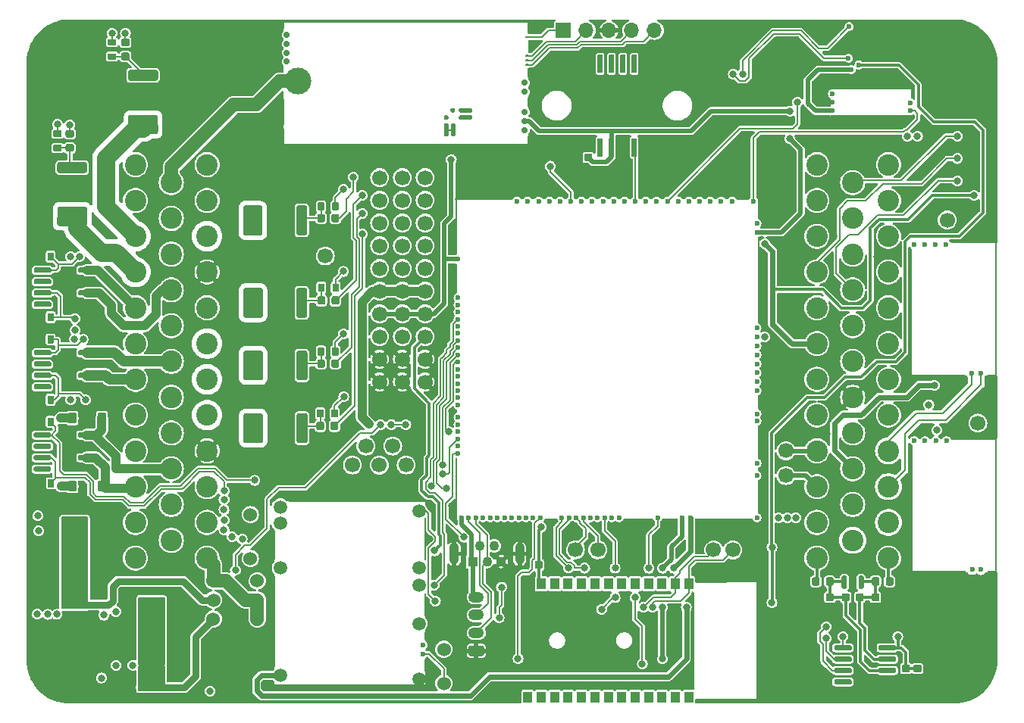
<source format=gtl>
G04 #@! TF.GenerationSoftware,KiCad,Pcbnew,8.0.8-8.0.8-0~ubuntu24.04.1*
G04 #@! TF.CreationDate,2025-02-13T14:16:08+00:00*
G04 #@! TF.ProjectId,MST01,4d535430-312e-46b6-9963-61645f706362,D*
G04 #@! TF.SameCoordinates,PX440a368PY8a86a58*
G04 #@! TF.FileFunction,Copper,L1,Top*
G04 #@! TF.FilePolarity,Positive*
%FSLAX46Y46*%
G04 Gerber Fmt 4.6, Leading zero omitted, Abs format (unit mm)*
G04 Created by KiCad (PCBNEW 8.0.8-8.0.8-0~ubuntu24.04.1) date 2025-02-13 14:16:08*
%MOMM*%
%LPD*%
G01*
G04 APERTURE LIST*
G04 #@! TA.AperFunction,ComponentPad*
%ADD10C,1.700000*%
G04 #@! TD*
G04 #@! TA.AperFunction,ComponentPad*
%ADD11C,0.700000*%
G04 #@! TD*
G04 #@! TA.AperFunction,SMDPad,CuDef*
%ADD12C,3.000000*%
G04 #@! TD*
G04 #@! TA.AperFunction,SMDPad,CuDef*
%ADD13R,0.250000X3.000000*%
G04 #@! TD*
G04 #@! TA.AperFunction,SMDPad,CuDef*
%ADD14R,0.250000X1.100000*%
G04 #@! TD*
G04 #@! TA.AperFunction,SMDPad,CuDef*
%ADD15R,0.250000X0.980000*%
G04 #@! TD*
G04 #@! TA.AperFunction,SMDPad,CuDef*
%ADD16R,0.250000X1.450000*%
G04 #@! TD*
G04 #@! TA.AperFunction,SMDPad,CuDef*
%ADD17R,27.600000X0.250000*%
G04 #@! TD*
G04 #@! TA.AperFunction,SMDPad,CuDef*
%ADD18R,0.250000X1.950000*%
G04 #@! TD*
G04 #@! TA.AperFunction,SMDPad,CuDef*
%ADD19R,0.250000X0.950000*%
G04 #@! TD*
G04 #@! TA.AperFunction,ComponentPad*
%ADD20C,1.500000*%
G04 #@! TD*
G04 #@! TA.AperFunction,ComponentPad*
%ADD21C,0.600000*%
G04 #@! TD*
G04 #@! TA.AperFunction,SMDPad,CuDef*
%ADD22O,0.200000X3.300000*%
G04 #@! TD*
G04 #@! TA.AperFunction,SMDPad,CuDef*
%ADD23O,0.200000X10.200000*%
G04 #@! TD*
G04 #@! TA.AperFunction,SMDPad,CuDef*
%ADD24O,0.200000X0.300000*%
G04 #@! TD*
G04 #@! TA.AperFunction,SMDPad,CuDef*
%ADD25O,17.000000X0.200000*%
G04 #@! TD*
G04 #@! TA.AperFunction,SMDPad,CuDef*
%ADD26O,15.400000X0.200000*%
G04 #@! TD*
G04 #@! TA.AperFunction,SMDPad,CuDef*
%ADD27O,0.200000X4.800000*%
G04 #@! TD*
G04 #@! TA.AperFunction,SMDPad,CuDef*
%ADD28O,0.200000X2.600000*%
G04 #@! TD*
G04 #@! TA.AperFunction,SMDPad,CuDef*
%ADD29O,0.200000X1.000000*%
G04 #@! TD*
G04 #@! TA.AperFunction,SMDPad,CuDef*
%ADD30O,0.200000X1.500000*%
G04 #@! TD*
G04 #@! TA.AperFunction,SMDPad,CuDef*
%ADD31R,6.185000X0.250000*%
G04 #@! TD*
G04 #@! TA.AperFunction,SMDPad,CuDef*
%ADD32R,1.115000X0.250000*%
G04 #@! TD*
G04 #@! TA.AperFunction,SMDPad,CuDef*
%ADD33R,0.250000X14.275000*%
G04 #@! TD*
G04 #@! TA.AperFunction,SMDPad,CuDef*
%ADD34R,0.250000X15.100000*%
G04 #@! TD*
G04 #@! TA.AperFunction,SMDPad,CuDef*
%ADD35R,5.175000X0.250000*%
G04 #@! TD*
G04 #@! TA.AperFunction,ComponentPad*
%ADD36R,1.100000X1.100000*%
G04 #@! TD*
G04 #@! TA.AperFunction,ComponentPad*
%ADD37C,1.100000*%
G04 #@! TD*
G04 #@! TA.AperFunction,ComponentPad*
%ADD38O,1.100000X2.400000*%
G04 #@! TD*
G04 #@! TA.AperFunction,SMDPad,CuDef*
%ADD39O,0.200000X1.225000*%
G04 #@! TD*
G04 #@! TA.AperFunction,SMDPad,CuDef*
%ADD40O,9.300000X0.200000*%
G04 #@! TD*
G04 #@! TA.AperFunction,ComponentPad*
%ADD41C,2.400000*%
G04 #@! TD*
G04 #@! TA.AperFunction,ComponentPad*
%ADD42C,4.000000*%
G04 #@! TD*
G04 #@! TA.AperFunction,SMDPad,CuDef*
%ADD43R,0.200000X3.700000*%
G04 #@! TD*
G04 #@! TA.AperFunction,SMDPad,CuDef*
%ADD44R,0.200000X0.400000*%
G04 #@! TD*
G04 #@! TA.AperFunction,SMDPad,CuDef*
%ADD45R,0.200000X1.600000*%
G04 #@! TD*
G04 #@! TA.AperFunction,SMDPad,CuDef*
%ADD46R,0.200000X9.700000*%
G04 #@! TD*
G04 #@! TA.AperFunction,SMDPad,CuDef*
%ADD47R,0.200000X2.300000*%
G04 #@! TD*
G04 #@! TA.AperFunction,SMDPad,CuDef*
%ADD48R,1.400000X0.200000*%
G04 #@! TD*
G04 #@! TA.AperFunction,SMDPad,CuDef*
%ADD49R,6.400000X0.200000*%
G04 #@! TD*
G04 #@! TA.AperFunction,SMDPad,CuDef*
%ADD50R,1.700000X0.200000*%
G04 #@! TD*
G04 #@! TA.AperFunction,SMDPad,CuDef*
%ADD51R,3.300000X0.200000*%
G04 #@! TD*
G04 #@! TA.AperFunction,SMDPad,CuDef*
%ADD52R,0.200000X7.000000*%
G04 #@! TD*
G04 #@! TA.AperFunction,SMDPad,CuDef*
%ADD53R,0.200000X3.300000*%
G04 #@! TD*
G04 #@! TA.AperFunction,SMDPad,CuDef*
%ADD54R,0.200000X6.300000*%
G04 #@! TD*
G04 #@! TA.AperFunction,SMDPad,CuDef*
%ADD55R,1.000000X1.300000*%
G04 #@! TD*
G04 #@! TA.AperFunction,ComponentPad*
%ADD56R,1.700000X1.700000*%
G04 #@! TD*
G04 #@! TA.AperFunction,ComponentPad*
%ADD57O,1.700000X1.700000*%
G04 #@! TD*
G04 #@! TA.AperFunction,ComponentPad*
%ADD58O,1.750000X1.200000*%
G04 #@! TD*
G04 #@! TA.AperFunction,ComponentPad*
%ADD59C,1.524000*%
G04 #@! TD*
G04 #@! TA.AperFunction,ComponentPad*
%ADD60C,0.599999*%
G04 #@! TD*
G04 #@! TA.AperFunction,ViaPad*
%ADD61C,0.800000*%
G04 #@! TD*
G04 #@! TA.AperFunction,Conductor*
%ADD62C,0.200000*%
G04 #@! TD*
G04 #@! TA.AperFunction,Conductor*
%ADD63C,0.800000*%
G04 #@! TD*
G04 #@! TA.AperFunction,Conductor*
%ADD64C,0.500000*%
G04 #@! TD*
G04 #@! TA.AperFunction,Conductor*
%ADD65C,0.300000*%
G04 #@! TD*
G04 #@! TA.AperFunction,Conductor*
%ADD66C,1.000000*%
G04 #@! TD*
G04 #@! TA.AperFunction,Conductor*
%ADD67C,1.500000*%
G04 #@! TD*
G04 #@! TA.AperFunction,Conductor*
%ADD68C,0.600000*%
G04 #@! TD*
G04 #@! TA.AperFunction,Conductor*
%ADD69C,1.200000*%
G04 #@! TD*
G04 #@! TA.AperFunction,Conductor*
%ADD70C,2.000000*%
G04 #@! TD*
G04 APERTURE END LIST*
G04 #@! TO.P,C10,1*
G04 #@! TO.N,GND*
G04 #@! TA.AperFunction,SMDPad,CuDef*
G36*
G01*
X9055000Y13005000D02*
X9055000Y11955000D01*
G75*
G02*
X8955000Y11855000I-100000J0D01*
G01*
X8155000Y11855000D01*
G75*
G02*
X8055000Y11955000I0J100000D01*
G01*
X8055000Y13005000D01*
G75*
G02*
X8155000Y13105000I100000J0D01*
G01*
X8955000Y13105000D01*
G75*
G02*
X9055000Y13005000I0J-100000D01*
G01*
G37*
G04 #@! TD.AperFunction*
G04 #@! TO.P,C10,2*
G04 #@! TO.N,/2 DC Driver/PWR1*
G04 #@! TA.AperFunction,SMDPad,CuDef*
G36*
G01*
X7055000Y13005000D02*
X7055000Y11955000D01*
G75*
G02*
X6955000Y11855000I-100000J0D01*
G01*
X6155000Y11855000D01*
G75*
G02*
X6055000Y11955000I0J100000D01*
G01*
X6055000Y13005000D01*
G75*
G02*
X6155000Y13105000I100000J0D01*
G01*
X6955000Y13105000D01*
G75*
G02*
X7055000Y13005000I0J-100000D01*
G01*
G37*
G04 #@! TD.AperFunction*
G04 #@! TD*
G04 #@! TO.P,D8,1,K*
G04 #@! TO.N,/EGT/T-Filtrato*
G04 #@! TA.AperFunction,SMDPad,CuDef*
G36*
G01*
X91675000Y13020000D02*
X91375000Y13020000D01*
G75*
G02*
X91225000Y13170000I0J150000D01*
G01*
X91225000Y14345000D01*
G75*
G02*
X91375000Y14495000I150000J0D01*
G01*
X91675000Y14495000D01*
G75*
G02*
X91825000Y14345000I0J-150000D01*
G01*
X91825000Y13170000D01*
G75*
G02*
X91675000Y13020000I-150000J0D01*
G01*
G37*
G04 #@! TD.AperFunction*
G04 #@! TO.P,D8,2,K*
G04 #@! TO.N,/EGT/T+Filtrato*
G04 #@! TA.AperFunction,SMDPad,CuDef*
G36*
G01*
X93575000Y13020000D02*
X93275000Y13020000D01*
G75*
G02*
X93125000Y13170000I0J150000D01*
G01*
X93125000Y14345000D01*
G75*
G02*
X93275000Y14495000I150000J0D01*
G01*
X93575000Y14495000D01*
G75*
G02*
X93725000Y14345000I0J-150000D01*
G01*
X93725000Y13170000D01*
G75*
G02*
X93575000Y13020000I-150000J0D01*
G01*
G37*
G04 #@! TD.AperFunction*
G04 #@! TO.P,D8,3,A*
G04 #@! TO.N,GND*
G04 #@! TA.AperFunction,SMDPad,CuDef*
G36*
G01*
X92625000Y14895000D02*
X92325000Y14895000D01*
G75*
G02*
X92175000Y15045000I0J150000D01*
G01*
X92175000Y16220000D01*
G75*
G02*
X92325000Y16370000I150000J0D01*
G01*
X92625000Y16370000D01*
G75*
G02*
X92775000Y16220000I0J-150000D01*
G01*
X92775000Y15045000D01*
G75*
G02*
X92625000Y14895000I-150000J0D01*
G01*
G37*
G04 #@! TD.AperFunction*
G04 #@! TD*
G04 #@! TO.P,U7,1,IN1*
G04 #@! TO.N,/LS1*
G04 #@! TA.AperFunction,SMDPad,CuDef*
G36*
G01*
X990000Y30075000D02*
X990000Y30375000D01*
G75*
G02*
X1140000Y30525000I150000J0D01*
G01*
X2790000Y30525000D01*
G75*
G02*
X2940000Y30375000I0J-150000D01*
G01*
X2940000Y30075000D01*
G75*
G02*
X2790000Y29925000I-150000J0D01*
G01*
X1140000Y29925000D01*
G75*
G02*
X990000Y30075000I0J150000D01*
G01*
G37*
G04 #@! TD.AperFunction*
G04 #@! TO.P,U7,2,STATUS1*
G04 #@! TO.N,unconnected-(U7-STATUS1-Pad2)*
G04 #@! TA.AperFunction,SMDPad,CuDef*
G36*
G01*
X990000Y28805000D02*
X990000Y29105000D01*
G75*
G02*
X1140000Y29255000I150000J0D01*
G01*
X2790000Y29255000D01*
G75*
G02*
X2940000Y29105000I0J-150000D01*
G01*
X2940000Y28805000D01*
G75*
G02*
X2790000Y28655000I-150000J0D01*
G01*
X1140000Y28655000D01*
G75*
G02*
X990000Y28805000I0J150000D01*
G01*
G37*
G04 #@! TD.AperFunction*
G04 #@! TO.P,U7,3,IN2*
G04 #@! TO.N,/LS2*
G04 #@! TA.AperFunction,SMDPad,CuDef*
G36*
G01*
X990000Y27535000D02*
X990000Y27835000D01*
G75*
G02*
X1140000Y27985000I150000J0D01*
G01*
X2790000Y27985000D01*
G75*
G02*
X2940000Y27835000I0J-150000D01*
G01*
X2940000Y27535000D01*
G75*
G02*
X2790000Y27385000I-150000J0D01*
G01*
X1140000Y27385000D01*
G75*
G02*
X990000Y27535000I0J150000D01*
G01*
G37*
G04 #@! TD.AperFunction*
G04 #@! TO.P,U7,4,STATUS2*
G04 #@! TO.N,unconnected-(U7-STATUS2-Pad4)*
G04 #@! TA.AperFunction,SMDPad,CuDef*
G36*
G01*
X990000Y26265000D02*
X990000Y26565000D01*
G75*
G02*
X1140000Y26715000I150000J0D01*
G01*
X2790000Y26715000D01*
G75*
G02*
X2940000Y26565000I0J-150000D01*
G01*
X2940000Y26265000D01*
G75*
G02*
X2790000Y26115000I-150000J0D01*
G01*
X1140000Y26115000D01*
G75*
G02*
X990000Y26265000I0J150000D01*
G01*
G37*
G04 #@! TD.AperFunction*
G04 #@! TO.P,U7,5,S2*
G04 #@! TO.N,GND*
G04 #@! TA.AperFunction,SMDPad,CuDef*
G36*
G01*
X5940000Y26265000D02*
X5940000Y26565000D01*
G75*
G02*
X6090000Y26715000I150000J0D01*
G01*
X7740000Y26715000D01*
G75*
G02*
X7890000Y26565000I0J-150000D01*
G01*
X7890000Y26265000D01*
G75*
G02*
X7740000Y26115000I-150000J0D01*
G01*
X6090000Y26115000D01*
G75*
G02*
X5940000Y26265000I0J150000D01*
G01*
G37*
G04 #@! TD.AperFunction*
G04 #@! TO.P,U7,6,D2*
G04 #@! TO.N,/OUT_LS2*
G04 #@! TA.AperFunction,SMDPad,CuDef*
G36*
G01*
X5940000Y27535000D02*
X5940000Y27835000D01*
G75*
G02*
X6090000Y27985000I150000J0D01*
G01*
X7740000Y27985000D01*
G75*
G02*
X7890000Y27835000I0J-150000D01*
G01*
X7890000Y27535000D01*
G75*
G02*
X7740000Y27385000I-150000J0D01*
G01*
X6090000Y27385000D01*
G75*
G02*
X5940000Y27535000I0J150000D01*
G01*
G37*
G04 #@! TD.AperFunction*
G04 #@! TO.P,U7,7,S1*
G04 #@! TO.N,GND*
G04 #@! TA.AperFunction,SMDPad,CuDef*
G36*
G01*
X5940000Y28805000D02*
X5940000Y29105000D01*
G75*
G02*
X6090000Y29255000I150000J0D01*
G01*
X7740000Y29255000D01*
G75*
G02*
X7890000Y29105000I0J-150000D01*
G01*
X7890000Y28805000D01*
G75*
G02*
X7740000Y28655000I-150000J0D01*
G01*
X6090000Y28655000D01*
G75*
G02*
X5940000Y28805000I0J150000D01*
G01*
G37*
G04 #@! TD.AperFunction*
G04 #@! TO.P,U7,8,D1*
G04 #@! TO.N,/OUT_LS1*
G04 #@! TA.AperFunction,SMDPad,CuDef*
G36*
G01*
X5940000Y30075000D02*
X5940000Y30375000D01*
G75*
G02*
X6090000Y30525000I150000J0D01*
G01*
X7740000Y30525000D01*
G75*
G02*
X7890000Y30375000I0J-150000D01*
G01*
X7890000Y30075000D01*
G75*
G02*
X7740000Y29925000I-150000J0D01*
G01*
X6090000Y29925000D01*
G75*
G02*
X5940000Y30075000I0J150000D01*
G01*
G37*
G04 #@! TD.AperFunction*
G04 #@! TD*
D10*
G04 #@! TO.P,P9,1,Pin_1*
G04 #@! TO.N,/P9*
X33565000Y50255000D03*
G04 #@! TD*
G04 #@! TO.P,C8,1*
G04 #@! TO.N,GND*
G04 #@! TA.AperFunction,SMDPad,CuDef*
G36*
G01*
X9055000Y17005000D02*
X9055000Y15955000D01*
G75*
G02*
X8955000Y15855000I-100000J0D01*
G01*
X8155000Y15855000D01*
G75*
G02*
X8055000Y15955000I0J100000D01*
G01*
X8055000Y17005000D01*
G75*
G02*
X8155000Y17105000I100000J0D01*
G01*
X8955000Y17105000D01*
G75*
G02*
X9055000Y17005000I0J-100000D01*
G01*
G37*
G04 #@! TD.AperFunction*
G04 #@! TO.P,C8,2*
G04 #@! TO.N,/2 DC Driver/PWR1*
G04 #@! TA.AperFunction,SMDPad,CuDef*
G36*
G01*
X7055000Y17005000D02*
X7055000Y15955000D01*
G75*
G02*
X6955000Y15855000I-100000J0D01*
G01*
X6155000Y15855000D01*
G75*
G02*
X6055000Y15955000I0J100000D01*
G01*
X6055000Y17005000D01*
G75*
G02*
X6155000Y17105000I100000J0D01*
G01*
X6955000Y17105000D01*
G75*
G02*
X7055000Y17005000I0J-100000D01*
G01*
G37*
G04 #@! TD.AperFunction*
G04 #@! TD*
G04 #@! TO.P,C27,1*
G04 #@! TO.N,GND*
G04 #@! TA.AperFunction,SMDPad,CuDef*
G36*
G01*
X62615000Y63270001D02*
X63295000Y63270001D01*
G75*
G02*
X63380000Y63185001I0J-85000D01*
G01*
X63380000Y62505001D01*
G75*
G02*
X63295000Y62420001I-85000J0D01*
G01*
X62615000Y62420001D01*
G75*
G02*
X62530000Y62505001I0J85000D01*
G01*
X62530000Y63185001D01*
G75*
G02*
X62615000Y63270001I85000J0D01*
G01*
G37*
G04 #@! TD.AperFunction*
G04 #@! TO.P,C27,2*
G04 #@! TO.N,+5VA*
G04 #@! TA.AperFunction,SMDPad,CuDef*
G36*
G01*
X62615000Y61689999D02*
X63295000Y61689999D01*
G75*
G02*
X63380000Y61604999I0J-85000D01*
G01*
X63380000Y60924999D01*
G75*
G02*
X63295000Y60839999I-85000J0D01*
G01*
X62615000Y60839999D01*
G75*
G02*
X62530000Y60924999I0J85000D01*
G01*
X62530000Y61604999D01*
G75*
G02*
X62615000Y61689999I85000J0D01*
G01*
G37*
G04 #@! TD.AperFunction*
G04 #@! TD*
G04 #@! TO.P,R19,1*
G04 #@! TO.N,Net-(Q9-G)*
G04 #@! TA.AperFunction,SMDPad,CuDef*
G36*
G01*
X35035000Y56195000D02*
X35035000Y55415000D01*
G75*
G02*
X34965000Y55345000I-70000J0D01*
G01*
X34405000Y55345000D01*
G75*
G02*
X34335000Y55415000I0J70000D01*
G01*
X34335000Y56195000D01*
G75*
G02*
X34405000Y56265000I70000J0D01*
G01*
X34965000Y56265000D01*
G75*
G02*
X35035000Y56195000I0J-70000D01*
G01*
G37*
G04 #@! TD.AperFunction*
G04 #@! TO.P,R19,2*
G04 #@! TO.N,Net-(F7-Pad1)*
G04 #@! TA.AperFunction,SMDPad,CuDef*
G36*
G01*
X33435000Y56195000D02*
X33435000Y55415000D01*
G75*
G02*
X33365000Y55345000I-70000J0D01*
G01*
X32805000Y55345000D01*
G75*
G02*
X32735000Y55415000I0J70000D01*
G01*
X32735000Y56195000D01*
G75*
G02*
X32805000Y56265000I70000J0D01*
G01*
X33365000Y56265000D01*
G75*
G02*
X33435000Y56195000I0J-70000D01*
G01*
G37*
G04 #@! TD.AperFunction*
G04 #@! TD*
G04 #@! TO.P,C14,1*
G04 #@! TO.N,GND*
G04 #@! TA.AperFunction,SMDPad,CuDef*
G36*
G01*
X10665000Y10945000D02*
X10665000Y11995000D01*
G75*
G02*
X10765000Y12095000I100000J0D01*
G01*
X11565000Y12095000D01*
G75*
G02*
X11665000Y11995000I0J-100000D01*
G01*
X11665000Y10945000D01*
G75*
G02*
X11565000Y10845000I-100000J0D01*
G01*
X10765000Y10845000D01*
G75*
G02*
X10665000Y10945000I0J100000D01*
G01*
G37*
G04 #@! TD.AperFunction*
G04 #@! TO.P,C14,2*
G04 #@! TO.N,/2 DC Driver/PWR2*
G04 #@! TA.AperFunction,SMDPad,CuDef*
G36*
G01*
X12665000Y10945000D02*
X12665000Y11995000D01*
G75*
G02*
X12765000Y12095000I100000J0D01*
G01*
X13565000Y12095000D01*
G75*
G02*
X13665000Y11995000I0J-100000D01*
G01*
X13665000Y10945000D01*
G75*
G02*
X13565000Y10845000I-100000J0D01*
G01*
X12765000Y10845000D01*
G75*
G02*
X12665000Y10945000I0J100000D01*
G01*
G37*
G04 #@! TD.AperFunction*
G04 #@! TD*
G04 #@! TO.P,U10,1,IN1*
G04 #@! TO.N,/INJ3*
G04 #@! TA.AperFunction,SMDPad,CuDef*
G36*
G01*
X1005000Y39290000D02*
X1005000Y39590000D01*
G75*
G02*
X1155000Y39740000I150000J0D01*
G01*
X2805000Y39740000D01*
G75*
G02*
X2955000Y39590000I0J-150000D01*
G01*
X2955000Y39290000D01*
G75*
G02*
X2805000Y39140000I-150000J0D01*
G01*
X1155000Y39140000D01*
G75*
G02*
X1005000Y39290000I0J150000D01*
G01*
G37*
G04 #@! TD.AperFunction*
G04 #@! TO.P,U10,2,STATUS1*
G04 #@! TO.N,unconnected-(U10-STATUS1-Pad2)*
G04 #@! TA.AperFunction,SMDPad,CuDef*
G36*
G01*
X1005000Y38020000D02*
X1005000Y38320000D01*
G75*
G02*
X1155000Y38470000I150000J0D01*
G01*
X2805000Y38470000D01*
G75*
G02*
X2955000Y38320000I0J-150000D01*
G01*
X2955000Y38020000D01*
G75*
G02*
X2805000Y37870000I-150000J0D01*
G01*
X1155000Y37870000D01*
G75*
G02*
X1005000Y38020000I0J150000D01*
G01*
G37*
G04 #@! TD.AperFunction*
G04 #@! TO.P,U10,3,IN2*
G04 #@! TO.N,/INJ4*
G04 #@! TA.AperFunction,SMDPad,CuDef*
G36*
G01*
X1005000Y36750000D02*
X1005000Y37050000D01*
G75*
G02*
X1155000Y37200000I150000J0D01*
G01*
X2805000Y37200000D01*
G75*
G02*
X2955000Y37050000I0J-150000D01*
G01*
X2955000Y36750000D01*
G75*
G02*
X2805000Y36600000I-150000J0D01*
G01*
X1155000Y36600000D01*
G75*
G02*
X1005000Y36750000I0J150000D01*
G01*
G37*
G04 #@! TD.AperFunction*
G04 #@! TO.P,U10,4,STATUS2*
G04 #@! TO.N,unconnected-(U10-STATUS2-Pad4)*
G04 #@! TA.AperFunction,SMDPad,CuDef*
G36*
G01*
X1005000Y35480000D02*
X1005000Y35780000D01*
G75*
G02*
X1155000Y35930000I150000J0D01*
G01*
X2805000Y35930000D01*
G75*
G02*
X2955000Y35780000I0J-150000D01*
G01*
X2955000Y35480000D01*
G75*
G02*
X2805000Y35330000I-150000J0D01*
G01*
X1155000Y35330000D01*
G75*
G02*
X1005000Y35480000I0J150000D01*
G01*
G37*
G04 #@! TD.AperFunction*
G04 #@! TO.P,U10,5,S2*
G04 #@! TO.N,GND*
G04 #@! TA.AperFunction,SMDPad,CuDef*
G36*
G01*
X5955000Y35480000D02*
X5955000Y35780000D01*
G75*
G02*
X6105000Y35930000I150000J0D01*
G01*
X7755000Y35930000D01*
G75*
G02*
X7905000Y35780000I0J-150000D01*
G01*
X7905000Y35480000D01*
G75*
G02*
X7755000Y35330000I-150000J0D01*
G01*
X6105000Y35330000D01*
G75*
G02*
X5955000Y35480000I0J150000D01*
G01*
G37*
G04 #@! TD.AperFunction*
G04 #@! TO.P,U10,6,D2*
G04 #@! TO.N,/OUT_INJ4*
G04 #@! TA.AperFunction,SMDPad,CuDef*
G36*
G01*
X5955000Y36750000D02*
X5955000Y37050000D01*
G75*
G02*
X6105000Y37200000I150000J0D01*
G01*
X7755000Y37200000D01*
G75*
G02*
X7905000Y37050000I0J-150000D01*
G01*
X7905000Y36750000D01*
G75*
G02*
X7755000Y36600000I-150000J0D01*
G01*
X6105000Y36600000D01*
G75*
G02*
X5955000Y36750000I0J150000D01*
G01*
G37*
G04 #@! TD.AperFunction*
G04 #@! TO.P,U10,7,S1*
G04 #@! TO.N,GND*
G04 #@! TA.AperFunction,SMDPad,CuDef*
G36*
G01*
X5955000Y38020000D02*
X5955000Y38320000D01*
G75*
G02*
X6105000Y38470000I150000J0D01*
G01*
X7755000Y38470000D01*
G75*
G02*
X7905000Y38320000I0J-150000D01*
G01*
X7905000Y38020000D01*
G75*
G02*
X7755000Y37870000I-150000J0D01*
G01*
X6105000Y37870000D01*
G75*
G02*
X5955000Y38020000I0J150000D01*
G01*
G37*
G04 #@! TD.AperFunction*
G04 #@! TO.P,U10,8,D1*
G04 #@! TO.N,/OUT_INJ3*
G04 #@! TA.AperFunction,SMDPad,CuDef*
G36*
G01*
X5955000Y39290000D02*
X5955000Y39590000D01*
G75*
G02*
X6105000Y39740000I150000J0D01*
G01*
X7755000Y39740000D01*
G75*
G02*
X7905000Y39590000I0J-150000D01*
G01*
X7905000Y39290000D01*
G75*
G02*
X7755000Y39140000I-150000J0D01*
G01*
X6105000Y39140000D01*
G75*
G02*
X5955000Y39290000I0J150000D01*
G01*
G37*
G04 #@! TD.AperFunction*
G04 #@! TD*
G04 #@! TO.P,R23,1*
G04 #@! TO.N,Net-(Q10-G)*
G04 #@! TA.AperFunction,SMDPad,CuDef*
G36*
G01*
X35075000Y47095000D02*
X35075000Y46315000D01*
G75*
G02*
X35005000Y46245000I-70000J0D01*
G01*
X34445000Y46245000D01*
G75*
G02*
X34375000Y46315000I0J70000D01*
G01*
X34375000Y47095000D01*
G75*
G02*
X34445000Y47165000I70000J0D01*
G01*
X35005000Y47165000D01*
G75*
G02*
X35075000Y47095000I0J-70000D01*
G01*
G37*
G04 #@! TD.AperFunction*
G04 #@! TO.P,R23,2*
G04 #@! TO.N,Net-(F8-Pad1)*
G04 #@! TA.AperFunction,SMDPad,CuDef*
G36*
G01*
X33475000Y47095000D02*
X33475000Y46315000D01*
G75*
G02*
X33405000Y46245000I-70000J0D01*
G01*
X32845000Y46245000D01*
G75*
G02*
X32775000Y46315000I0J70000D01*
G01*
X32775000Y47095000D01*
G75*
G02*
X32845000Y47165000I70000J0D01*
G01*
X33405000Y47165000D01*
G75*
G02*
X33475000Y47095000I0J-70000D01*
G01*
G37*
G04 #@! TD.AperFunction*
G04 #@! TD*
G04 #@! TO.P,C16,1*
G04 #@! TO.N,GND*
G04 #@! TA.AperFunction,SMDPad,CuDef*
G36*
G01*
X10665000Y6945000D02*
X10665000Y7995000D01*
G75*
G02*
X10765000Y8095000I100000J0D01*
G01*
X11565000Y8095000D01*
G75*
G02*
X11665000Y7995000I0J-100000D01*
G01*
X11665000Y6945000D01*
G75*
G02*
X11565000Y6845000I-100000J0D01*
G01*
X10765000Y6845000D01*
G75*
G02*
X10665000Y6945000I0J100000D01*
G01*
G37*
G04 #@! TD.AperFunction*
G04 #@! TO.P,C16,2*
G04 #@! TO.N,/2 DC Driver/PWR2*
G04 #@! TA.AperFunction,SMDPad,CuDef*
G36*
G01*
X12665000Y6945000D02*
X12665000Y7995000D01*
G75*
G02*
X12765000Y8095000I100000J0D01*
G01*
X13565000Y8095000D01*
G75*
G02*
X13665000Y7995000I0J-100000D01*
G01*
X13665000Y6945000D01*
G75*
G02*
X13565000Y6845000I-100000J0D01*
G01*
X12765000Y6845000D01*
G75*
G02*
X12665000Y6945000I0J100000D01*
G01*
G37*
G04 #@! TD.AperFunction*
G04 #@! TD*
G04 #@! TO.P,R31,1*
G04 #@! TO.N,GND*
G04 #@! TA.AperFunction,SMDPad,CuDef*
G36*
G01*
X935000Y40525000D02*
X935000Y41305000D01*
G75*
G02*
X1005000Y41375000I70000J0D01*
G01*
X1565000Y41375000D01*
G75*
G02*
X1635000Y41305000I0J-70000D01*
G01*
X1635000Y40525000D01*
G75*
G02*
X1565000Y40455000I-70000J0D01*
G01*
X1005000Y40455000D01*
G75*
G02*
X935000Y40525000I0J70000D01*
G01*
G37*
G04 #@! TD.AperFunction*
G04 #@! TO.P,R31,2*
G04 #@! TO.N,/INJ3*
G04 #@! TA.AperFunction,SMDPad,CuDef*
G36*
G01*
X2535000Y40525000D02*
X2535000Y41305000D01*
G75*
G02*
X2605000Y41375000I70000J0D01*
G01*
X3165000Y41375000D01*
G75*
G02*
X3235000Y41305000I0J-70000D01*
G01*
X3235000Y40525000D01*
G75*
G02*
X3165000Y40455000I-70000J0D01*
G01*
X2605000Y40455000D01*
G75*
G02*
X2535000Y40525000I0J70000D01*
G01*
G37*
G04 #@! TD.AperFunction*
G04 #@! TD*
G04 #@! TO.P,P8,1,Pin_1*
G04 #@! TO.N,Net-(M6-UART2_TX_(PD5))*
X76935000Y17375000D03*
G04 #@! TD*
G04 #@! TO.P,R27,1*
G04 #@! TO.N,Net-(F9-Pad1)*
G04 #@! TA.AperFunction,SMDPad,CuDef*
G36*
G01*
X31570000Y39435000D02*
X31570000Y36585000D01*
G75*
G02*
X31320000Y36335000I-250000J0D01*
G01*
X30595000Y36335000D01*
G75*
G02*
X30345000Y36585000I0J250000D01*
G01*
X30345000Y39435000D01*
G75*
G02*
X30595000Y39685000I250000J0D01*
G01*
X31320000Y39685000D01*
G75*
G02*
X31570000Y39435000I0J-250000D01*
G01*
G37*
G04 #@! TD.AperFunction*
G04 #@! TO.P,R27,2*
G04 #@! TO.N,/OUT_IGN5*
G04 #@! TA.AperFunction,SMDPad,CuDef*
G36*
G01*
X25645000Y39435000D02*
X25645000Y36585000D01*
G75*
G02*
X25395000Y36335000I-250000J0D01*
G01*
X24670000Y36335000D01*
G75*
G02*
X24420000Y36585000I0J250000D01*
G01*
X24420000Y39435000D01*
G75*
G02*
X24670000Y39685000I250000J0D01*
G01*
X25395000Y39685000D01*
G75*
G02*
X25645000Y39435000I0J-250000D01*
G01*
G37*
G04 #@! TD.AperFunction*
G04 #@! TD*
G04 #@! TO.P,C30,1*
G04 #@! TO.N,GND*
G04 #@! TA.AperFunction,SMDPad,CuDef*
G36*
G01*
X97030001Y12415000D02*
X97030001Y11735000D01*
G75*
G02*
X96945001Y11650000I-85000J0D01*
G01*
X96265001Y11650000D01*
G75*
G02*
X96180001Y11735000I0J85000D01*
G01*
X96180001Y12415000D01*
G75*
G02*
X96265001Y12500000I85000J0D01*
G01*
X96945001Y12500000D01*
G75*
G02*
X97030001Y12415000I0J-85000D01*
G01*
G37*
G04 #@! TD.AperFunction*
G04 #@! TO.P,C30,2*
G04 #@! TO.N,/EGT/T+Filtrato*
G04 #@! TA.AperFunction,SMDPad,CuDef*
G36*
G01*
X95449999Y12415000D02*
X95449999Y11735000D01*
G75*
G02*
X95364999Y11650000I-85000J0D01*
G01*
X94684999Y11650000D01*
G75*
G02*
X94599999Y11735000I0J85000D01*
G01*
X94599999Y12415000D01*
G75*
G02*
X94684999Y12500000I85000J0D01*
G01*
X95364999Y12500000D01*
G75*
G02*
X95449999Y12415000I0J-85000D01*
G01*
G37*
G04 #@! TD.AperFunction*
G04 #@! TD*
D11*
G04 #@! TO.P,M5,E1,LSU_Un*
G04 #@! TO.N,/WBO_Un*
X29260000Y74975000D03*
G04 #@! TO.P,M5,E2,LSU_Vm*
G04 #@! TO.N,/WBO_Vm*
X29260000Y71975000D03*
G04 #@! TO.P,M5,E3,LSU_Ip*
G04 #@! TO.N,/WBO_Ip*
X29260000Y72975000D03*
G04 #@! TO.P,M5,E4,LSU_Rtrim*
G04 #@! TO.N,/WBO_Rtrim*
X29260000Y73975000D03*
D12*
G04 #@! TO.P,M5,E5,LSU_H+*
G04 #@! TO.N,/WBO_Heater*
X30510000Y69825000D03*
D13*
G04 #@! TO.P,M5,E6,LSU_H-*
G04 #@! TO.N,GND*
X28885000Y66325000D03*
D14*
G04 #@! TO.P,M5,G,GND*
X56235000Y63125000D03*
D15*
X56235000Y67465000D03*
X56235000Y70765000D03*
D16*
X56235000Y75850000D03*
D17*
X42560000Y62700000D03*
X42560000Y76450000D03*
D18*
X28885000Y63550000D03*
D19*
X28885000Y76100000D03*
G04 #@! TO.P,M5,J1,SEL1*
G04 #@! TO.N,Net-(M5-PULL_DOWN1)*
G04 #@! TA.AperFunction,SMDPad,CuDef*
G36*
G01*
X46810000Y63725000D02*
X46810000Y64975000D01*
G75*
G02*
X46935000Y65100000I125000J0D01*
G01*
X47185000Y65100000D01*
G75*
G02*
X47310000Y64975000I0J-125000D01*
G01*
X47310000Y63725000D01*
G75*
G02*
X47185000Y63600000I-125000J0D01*
G01*
X46935000Y63600000D01*
G75*
G02*
X46810000Y63725000I0J125000D01*
G01*
G37*
G04 #@! TD.AperFunction*
G04 #@! TO.P,M5,J2,SEL2*
G04 #@! TO.N,unconnected-(M5-SEL2-PadJ2)*
G04 #@! TA.AperFunction,SMDPad,CuDef*
G36*
G01*
X48485000Y66400000D02*
X48485000Y66650000D01*
G75*
G02*
X48610000Y66775000I125000J0D01*
G01*
X49860000Y66775000D01*
G75*
G02*
X49985000Y66650000I0J-125000D01*
G01*
X49985000Y66400000D01*
G75*
G02*
X49860000Y66275000I-125000J0D01*
G01*
X48610000Y66275000D01*
G75*
G02*
X48485000Y66400000I0J125000D01*
G01*
G37*
G04 #@! TD.AperFunction*
G04 #@! TO.P,M5,J_GND1,PULL_DOWN1*
G04 #@! TO.N,Net-(M5-PULL_DOWN1)*
G04 #@! TA.AperFunction,SMDPad,CuDef*
G36*
G01*
X47610000Y63725000D02*
X47610000Y64975000D01*
G75*
G02*
X47735000Y65100000I125000J0D01*
G01*
X47985000Y65100000D01*
G75*
G02*
X48110000Y64975000I0J-125000D01*
G01*
X48110000Y63725000D01*
G75*
G02*
X47985000Y63600000I-125000J0D01*
G01*
X47735000Y63600000D01*
G75*
G02*
X47610000Y63725000I0J125000D01*
G01*
G37*
G04 #@! TD.AperFunction*
G04 #@! TO.P,M5,J_GND2,PULL_DOWN2*
G04 #@! TO.N,unconnected-(M5-PULL_DOWN2-PadJ_GND2)*
G04 #@! TA.AperFunction,SMDPad,CuDef*
G36*
G01*
X47935000Y66275000D02*
X47685000Y66275000D01*
G75*
G02*
X47560000Y66400000I0J125000D01*
G01*
X47560000Y66650000D01*
G75*
G02*
X47685000Y66775000I125000J0D01*
G01*
X47935000Y66775000D01*
G75*
G02*
X48060000Y66650000I0J-125000D01*
G01*
X48060000Y66400000D01*
G75*
G02*
X47935000Y66275000I-125000J0D01*
G01*
G37*
G04 #@! TD.AperFunction*
G04 #@! TO.P,M5,J_VCC1,PULL_UP1*
G04 #@! TO.N,unconnected-(M5-PULL_UP1-PadJ_VCC1)*
G04 #@! TA.AperFunction,SMDPad,CuDef*
G36*
G01*
X46810000Y65600000D02*
X46810000Y65850000D01*
G75*
G02*
X46935000Y65975000I125000J0D01*
G01*
X47185000Y65975000D01*
G75*
G02*
X47310000Y65850000I0J-125000D01*
G01*
X47310000Y65600000D01*
G75*
G02*
X47185000Y65475000I-125000J0D01*
G01*
X46935000Y65475000D01*
G75*
G02*
X46810000Y65600000I0J125000D01*
G01*
G37*
G04 #@! TD.AperFunction*
G04 #@! TO.P,M5,J_VCC2,PULL_UP2*
G04 #@! TO.N,unconnected-(M5-PULL_UP2-PadJ_VCC2)*
G04 #@! TA.AperFunction,SMDPad,CuDef*
G36*
G01*
X48485000Y65600000D02*
X48485000Y65850000D01*
G75*
G02*
X48610000Y65975000I125000J0D01*
G01*
X49860000Y65975000D01*
G75*
G02*
X49985000Y65850000I0J-125000D01*
G01*
X49985000Y65600000D01*
G75*
G02*
X49860000Y65475000I-125000J0D01*
G01*
X48610000Y65475000D01*
G75*
G02*
X48485000Y65600000I0J125000D01*
G01*
G37*
G04 #@! TD.AperFunction*
D11*
G04 #@! TO.P,M5,W1,V5_IN*
G04 #@! TO.N,+5VA*
X55851200Y65325000D03*
G04 #@! TO.P,M5,W2,CAN_VIO*
G04 #@! TO.N,unconnected-(M5-CAN_VIO-PadW2)*
X55851200Y66325000D03*
G04 #@! TO.P,M5,W3,CANL*
G04 #@! TO.N,/CAN1-*
X55851200Y69621000D03*
G04 #@! TO.P,M5,W4,CANH*
G04 #@! TO.N,/CAN1+*
X55851200Y68605000D03*
G04 #@! TO.P,M5,W5,nReset*
G04 #@! TO.N,/nReset*
G04 #@! TA.AperFunction,SMDPad,CuDef*
G36*
G01*
X56360000Y71625000D02*
X56360000Y71625000D01*
G75*
G02*
X56235000Y71500000I-125000J0D01*
G01*
X55985000Y71500000D01*
G75*
G02*
X55860000Y71625000I0J125000D01*
G01*
X55860000Y71625000D01*
G75*
G02*
X55985000Y71750000I125000J0D01*
G01*
X56235000Y71750000D01*
G75*
G02*
X56360000Y71625000I0J-125000D01*
G01*
G37*
G04 #@! TD.AperFunction*
G04 #@! TO.P,M5,W6,SWDIO*
G04 #@! TO.N,/SWDIO*
G04 #@! TA.AperFunction,SMDPad,CuDef*
G36*
G01*
X56360000Y72125000D02*
X56360000Y72125000D01*
G75*
G02*
X56235000Y72000000I-125000J0D01*
G01*
X55985000Y72000000D01*
G75*
G02*
X55860000Y72125000I0J125000D01*
G01*
X55860000Y72125000D01*
G75*
G02*
X55985000Y72250000I125000J0D01*
G01*
X56235000Y72250000D01*
G75*
G02*
X56360000Y72125000I0J-125000D01*
G01*
G37*
G04 #@! TD.AperFunction*
G04 #@! TO.P,M5,W7,SWCLK*
G04 #@! TO.N,/SWCLK*
G04 #@! TA.AperFunction,SMDPad,CuDef*
G36*
G01*
X56360000Y72625000D02*
X56360000Y72625000D01*
G75*
G02*
X56235000Y72500000I-125000J0D01*
G01*
X55985000Y72500000D01*
G75*
G02*
X55860000Y72625000I0J125000D01*
G01*
X55860000Y72625000D01*
G75*
G02*
X55985000Y72750000I125000J0D01*
G01*
X56235000Y72750000D01*
G75*
G02*
X56360000Y72625000I0J-125000D01*
G01*
G37*
G04 #@! TD.AperFunction*
G04 #@! TO.P,M5,W8,V33_OUT*
G04 #@! TO.N,/V33_OUT*
G04 #@! TA.AperFunction,SMDPad,CuDef*
G36*
G01*
X56360000Y74725000D02*
X56360000Y74725000D01*
G75*
G02*
X56235000Y74600000I-125000J0D01*
G01*
X55985000Y74600000D01*
G75*
G02*
X55860000Y74725000I0J125000D01*
G01*
X55860000Y74725000D01*
G75*
G02*
X55985000Y74850000I125000J0D01*
G01*
X56235000Y74850000D01*
G75*
G02*
X56360000Y74725000I0J-125000D01*
G01*
G37*
G04 #@! TD.AperFunction*
G04 #@! TO.P,M5,W9,VDDA*
G04 #@! TO.N,unconnected-(M5-VDDA-PadW9)*
X55851200Y64325000D03*
G04 #@! TD*
D10*
G04 #@! TO.P,P5,1,Pin_1*
G04 #@! TO.N,/VR_DISCRETE*
X106455000Y31555000D03*
G04 #@! TD*
G04 #@! TO.P,F6,1*
G04 #@! TO.N,Net-(F6-Pad1)*
G04 #@! TA.AperFunction,SMDPad,CuDef*
G36*
G01*
X11491250Y72130000D02*
X10978750Y72130000D01*
G75*
G02*
X10760000Y72348750I0J218750D01*
G01*
X10760000Y72786250D01*
G75*
G02*
X10978750Y73005000I218750J0D01*
G01*
X11491250Y73005000D01*
G75*
G02*
X11710000Y72786250I0J-218750D01*
G01*
X11710000Y72348750D01*
G75*
G02*
X11491250Y72130000I-218750J0D01*
G01*
G37*
G04 #@! TD.AperFunction*
G04 #@! TO.P,F6,2*
G04 #@! TO.N,/IGN1*
G04 #@! TA.AperFunction,SMDPad,CuDef*
G36*
G01*
X11491250Y73705000D02*
X10978750Y73705000D01*
G75*
G02*
X10760000Y73923750I0J218750D01*
G01*
X10760000Y74361250D01*
G75*
G02*
X10978750Y74580000I218750J0D01*
G01*
X11491250Y74580000D01*
G75*
G02*
X11710000Y74361250I0J-218750D01*
G01*
X11710000Y73923750D01*
G75*
G02*
X11491250Y73705000I-218750J0D01*
G01*
G37*
G04 #@! TD.AperFunction*
G04 #@! TD*
G04 #@! TO.P,C33,1*
G04 #@! TO.N,GND*
G04 #@! TA.AperFunction,SMDPad,CuDef*
G36*
G01*
X59400001Y16030000D02*
X59400001Y15350000D01*
G75*
G02*
X59315001Y15265000I-85000J0D01*
G01*
X58635001Y15265000D01*
G75*
G02*
X58550001Y15350000I0J85000D01*
G01*
X58550001Y16030000D01*
G75*
G02*
X58635001Y16115000I85000J0D01*
G01*
X59315001Y16115000D01*
G75*
G02*
X59400001Y16030000I0J-85000D01*
G01*
G37*
G04 #@! TD.AperFunction*
G04 #@! TO.P,C33,2*
G04 #@! TO.N,+3.3VA*
G04 #@! TA.AperFunction,SMDPad,CuDef*
G36*
G01*
X57819999Y16030000D02*
X57819999Y15350000D01*
G75*
G02*
X57734999Y15265000I-85000J0D01*
G01*
X57054999Y15265000D01*
G75*
G02*
X56969999Y15350000I0J85000D01*
G01*
X56969999Y16030000D01*
G75*
G02*
X57054999Y16115000I85000J0D01*
G01*
X57734999Y16115000D01*
G75*
G02*
X57819999Y16030000I0J-85000D01*
G01*
G37*
G04 #@! TD.AperFunction*
G04 #@! TD*
G04 #@! TO.P,C29,1*
G04 #@! TO.N,/EGT/T-Filtrato*
G04 #@! TA.AperFunction,SMDPad,CuDef*
G36*
G01*
X91269999Y11735000D02*
X91269999Y12415000D01*
G75*
G02*
X91354999Y12500000I85000J0D01*
G01*
X92034999Y12500000D01*
G75*
G02*
X92119999Y12415000I0J-85000D01*
G01*
X92119999Y11735000D01*
G75*
G02*
X92034999Y11650000I-85000J0D01*
G01*
X91354999Y11650000D01*
G75*
G02*
X91269999Y11735000I0J85000D01*
G01*
G37*
G04 #@! TD.AperFunction*
G04 #@! TO.P,C29,2*
G04 #@! TO.N,/EGT/T+Filtrato*
G04 #@! TA.AperFunction,SMDPad,CuDef*
G36*
G01*
X92850001Y11735000D02*
X92850001Y12415000D01*
G75*
G02*
X92935001Y12500000I85000J0D01*
G01*
X93615001Y12500000D01*
G75*
G02*
X93700001Y12415000I0J-85000D01*
G01*
X93700001Y11735000D01*
G75*
G02*
X93615001Y11650000I-85000J0D01*
G01*
X92935001Y11650000D01*
G75*
G02*
X92850001Y11735000I0J85000D01*
G01*
G37*
G04 #@! TD.AperFunction*
G04 #@! TD*
G04 #@! TO.P,F9,1*
G04 #@! TO.N,Net-(F9-Pad1)*
G04 #@! TA.AperFunction,SMDPad,CuDef*
G36*
G01*
X32660000Y37948750D02*
X32660000Y38461250D01*
G75*
G02*
X32878750Y38680000I218750J0D01*
G01*
X33316250Y38680000D01*
G75*
G02*
X33535000Y38461250I0J-218750D01*
G01*
X33535000Y37948750D01*
G75*
G02*
X33316250Y37730000I-218750J0D01*
G01*
X32878750Y37730000D01*
G75*
G02*
X32660000Y37948750I0J218750D01*
G01*
G37*
G04 #@! TD.AperFunction*
G04 #@! TO.P,F9,2*
G04 #@! TO.N,/IGN5*
G04 #@! TA.AperFunction,SMDPad,CuDef*
G36*
G01*
X34235000Y37948750D02*
X34235000Y38461250D01*
G75*
G02*
X34453750Y38680000I218750J0D01*
G01*
X34891250Y38680000D01*
G75*
G02*
X35110000Y38461250I0J-218750D01*
G01*
X35110000Y37948750D01*
G75*
G02*
X34891250Y37730000I-218750J0D01*
G01*
X34453750Y37730000D01*
G75*
G02*
X34235000Y37948750I0J218750D01*
G01*
G37*
G04 #@! TD.AperFunction*
G04 #@! TD*
G04 #@! TO.P,C18,1*
G04 #@! TO.N,GND*
G04 #@! TA.AperFunction,SMDPad,CuDef*
G36*
G01*
X10665000Y2945000D02*
X10665000Y3995000D01*
G75*
G02*
X10765000Y4095000I100000J0D01*
G01*
X11565000Y4095000D01*
G75*
G02*
X11665000Y3995000I0J-100000D01*
G01*
X11665000Y2945000D01*
G75*
G02*
X11565000Y2845000I-100000J0D01*
G01*
X10765000Y2845000D01*
G75*
G02*
X10665000Y2945000I0J100000D01*
G01*
G37*
G04 #@! TD.AperFunction*
G04 #@! TO.P,C18,2*
G04 #@! TO.N,/2 DC Driver/PWR2*
G04 #@! TA.AperFunction,SMDPad,CuDef*
G36*
G01*
X12665000Y2945000D02*
X12665000Y3995000D01*
G75*
G02*
X12765000Y4095000I100000J0D01*
G01*
X13565000Y4095000D01*
G75*
G02*
X13665000Y3995000I0J-100000D01*
G01*
X13665000Y2945000D01*
G75*
G02*
X13565000Y2845000I-100000J0D01*
G01*
X12765000Y2845000D01*
G75*
G02*
X12665000Y2945000I0J100000D01*
G01*
G37*
G04 #@! TD.AperFunction*
G04 #@! TD*
G04 #@! TO.P,U4,1,GND*
G04 #@! TO.N,GND*
G04 #@! TA.AperFunction,SMDPad,CuDef*
G36*
G01*
X97315000Y2770000D02*
X97315000Y2470000D01*
G75*
G02*
X97165000Y2320000I-150000J0D01*
G01*
X95515000Y2320000D01*
G75*
G02*
X95365000Y2470000I0J150000D01*
G01*
X95365000Y2770000D01*
G75*
G02*
X95515000Y2920000I150000J0D01*
G01*
X97165000Y2920000D01*
G75*
G02*
X97315000Y2770000I0J-150000D01*
G01*
G37*
G04 #@! TD.AperFunction*
G04 #@! TO.P,U4,2,T-*
G04 #@! TO.N,/EGT/T-Filtrato*
G04 #@! TA.AperFunction,SMDPad,CuDef*
G36*
G01*
X97315000Y4040000D02*
X97315000Y3740000D01*
G75*
G02*
X97165000Y3590000I-150000J0D01*
G01*
X95515000Y3590000D01*
G75*
G02*
X95365000Y3740000I0J150000D01*
G01*
X95365000Y4040000D01*
G75*
G02*
X95515000Y4190000I150000J0D01*
G01*
X97165000Y4190000D01*
G75*
G02*
X97315000Y4040000I0J-150000D01*
G01*
G37*
G04 #@! TD.AperFunction*
G04 #@! TO.P,U4,3,T+*
G04 #@! TO.N,/EGT/T+Filtrato*
G04 #@! TA.AperFunction,SMDPad,CuDef*
G36*
G01*
X97315000Y5310000D02*
X97315000Y5010000D01*
G75*
G02*
X97165000Y4860000I-150000J0D01*
G01*
X95515000Y4860000D01*
G75*
G02*
X95365000Y5010000I0J150000D01*
G01*
X95365000Y5310000D01*
G75*
G02*
X95515000Y5460000I150000J0D01*
G01*
X97165000Y5460000D01*
G75*
G02*
X97315000Y5310000I0J-150000D01*
G01*
G37*
G04 #@! TD.AperFunction*
G04 #@! TO.P,U4,4,V_{CC}*
G04 #@! TO.N,+3.3VA*
G04 #@! TA.AperFunction,SMDPad,CuDef*
G36*
G01*
X97315000Y6580000D02*
X97315000Y6280000D01*
G75*
G02*
X97165000Y6130000I-150000J0D01*
G01*
X95515000Y6130000D01*
G75*
G02*
X95365000Y6280000I0J150000D01*
G01*
X95365000Y6580000D01*
G75*
G02*
X95515000Y6730000I150000J0D01*
G01*
X97165000Y6730000D01*
G75*
G02*
X97315000Y6580000I0J-150000D01*
G01*
G37*
G04 #@! TD.AperFunction*
G04 #@! TO.P,U4,5,SCK*
G04 #@! TO.N,/EGT/SPI_SCK*
G04 #@! TA.AperFunction,SMDPad,CuDef*
G36*
G01*
X92365000Y6580000D02*
X92365000Y6280000D01*
G75*
G02*
X92215000Y6130000I-150000J0D01*
G01*
X90565000Y6130000D01*
G75*
G02*
X90415000Y6280000I0J150000D01*
G01*
X90415000Y6580000D01*
G75*
G02*
X90565000Y6730000I150000J0D01*
G01*
X92215000Y6730000D01*
G75*
G02*
X92365000Y6580000I0J-150000D01*
G01*
G37*
G04 #@! TD.AperFunction*
G04 #@! TO.P,U4,6,~{CS}*
G04 #@! TO.N,/EGT/SPI_CS*
G04 #@! TA.AperFunction,SMDPad,CuDef*
G36*
G01*
X92365000Y5310000D02*
X92365000Y5010000D01*
G75*
G02*
X92215000Y4860000I-150000J0D01*
G01*
X90565000Y4860000D01*
G75*
G02*
X90415000Y5010000I0J150000D01*
G01*
X90415000Y5310000D01*
G75*
G02*
X90565000Y5460000I150000J0D01*
G01*
X92215000Y5460000D01*
G75*
G02*
X92365000Y5310000I0J-150000D01*
G01*
G37*
G04 #@! TD.AperFunction*
G04 #@! TO.P,U4,7,SO*
G04 #@! TO.N,/EGT/SPI_SO*
G04 #@! TA.AperFunction,SMDPad,CuDef*
G36*
G01*
X92365000Y4040000D02*
X92365000Y3740000D01*
G75*
G02*
X92215000Y3590000I-150000J0D01*
G01*
X90565000Y3590000D01*
G75*
G02*
X90415000Y3740000I0J150000D01*
G01*
X90415000Y4040000D01*
G75*
G02*
X90565000Y4190000I150000J0D01*
G01*
X92215000Y4190000D01*
G75*
G02*
X92365000Y4040000I0J-150000D01*
G01*
G37*
G04 #@! TD.AperFunction*
G04 #@! TO.P,U4,8,NC*
G04 #@! TO.N,unconnected-(U4-NC-Pad8)*
G04 #@! TA.AperFunction,SMDPad,CuDef*
G36*
G01*
X92365000Y2770000D02*
X92365000Y2470000D01*
G75*
G02*
X92215000Y2320000I-150000J0D01*
G01*
X90565000Y2320000D01*
G75*
G02*
X90415000Y2470000I0J150000D01*
G01*
X90415000Y2770000D01*
G75*
G02*
X90565000Y2920000I150000J0D01*
G01*
X92215000Y2920000D01*
G75*
G02*
X92365000Y2770000I0J-150000D01*
G01*
G37*
G04 #@! TD.AperFunction*
G04 #@! TD*
D20*
G04 #@! TO.P,M1,E1,VBAT*
G04 #@! TO.N,/VBAT*
X44039997Y21739997D03*
G04 #@! TO.P,M1,E2,V12*
G04 #@! TO.N,unconnected-(M1-V12-PadE2)*
X44039997Y15340000D03*
G04 #@! TO.P,M1,E3,VIGN*
G04 #@! TO.N,/VIGN*
X44039997Y13439997D03*
G04 #@! TO.P,M1,E4,V5*
G04 #@! TO.N,+5V*
X44039997Y9139997D03*
D21*
G04 #@! TO.P,M1,E5,EN_5VP*
G04 #@! TO.N,/PWR_EN*
X44489996Y6740000D03*
G04 #@! TO.P,M1,E6,PG_5VP*
G04 #@! TO.N,Net-(M1-PG_5VP)*
X44489996Y5739999D03*
D22*
G04 #@! TO.P,M1,S1,GND*
G04 #@! TO.N,GND*
X27890001Y17889997D03*
D23*
X27890001Y9389999D03*
D24*
X27890001Y2289997D03*
D25*
X36289999Y2239997D03*
D26*
X37090000Y22839997D03*
D20*
X44039997Y2889997D03*
D24*
X44689998Y22789997D03*
D27*
X44689998Y18589999D03*
D28*
X44689998Y11239997D03*
D29*
X44689998Y7740000D03*
D30*
X44689998Y4439999D03*
D20*
G04 #@! TO.P,M1,V1,V12_PERM*
G04 #@! TO.N,+12V_RAW*
X28540000Y22189999D03*
G04 #@! TO.P,M1,V2,IN_VIGN*
G04 #@! TO.N,/IN_VIGN*
X28540000Y20340000D03*
G04 #@! TO.P,M1,V3,V12_RAW*
G04 #@! TO.N,+12V_RAW*
X28540000Y15389997D03*
G04 #@! TO.P,M1,V4,5VP*
G04 #@! TO.N,+5VP*
X28540000Y3339999D03*
G04 #@! TD*
G04 #@! TO.P,C20,1*
G04 #@! TO.N,GND*
G04 #@! TA.AperFunction,SMDPad,CuDef*
G36*
G01*
X17665000Y9995000D02*
X17665000Y8945000D01*
G75*
G02*
X17565000Y8845000I-100000J0D01*
G01*
X16765000Y8845000D01*
G75*
G02*
X16665000Y8945000I0J100000D01*
G01*
X16665000Y9995000D01*
G75*
G02*
X16765000Y10095000I100000J0D01*
G01*
X17565000Y10095000D01*
G75*
G02*
X17665000Y9995000I0J-100000D01*
G01*
G37*
G04 #@! TD.AperFunction*
G04 #@! TO.P,C20,2*
G04 #@! TO.N,/2 DC Driver/PWR2*
G04 #@! TA.AperFunction,SMDPad,CuDef*
G36*
G01*
X15665000Y9995000D02*
X15665000Y8945000D01*
G75*
G02*
X15565000Y8845000I-100000J0D01*
G01*
X14765000Y8845000D01*
G75*
G02*
X14665000Y8945000I0J100000D01*
G01*
X14665000Y9995000D01*
G75*
G02*
X14765000Y10095000I100000J0D01*
G01*
X15565000Y10095000D01*
G75*
G02*
X15665000Y9995000I0J-100000D01*
G01*
G37*
G04 #@! TD.AperFunction*
G04 #@! TD*
D10*
G04 #@! TO.P,P12,1,Pin_1*
G04 #@! TO.N,/DC2_DIR*
X39595000Y26865000D03*
G04 #@! TD*
G04 #@! TO.P,C31,1*
G04 #@! TO.N,GND*
G04 #@! TA.AperFunction,SMDPad,CuDef*
G36*
G01*
X100055000Y2099999D02*
X99375000Y2099999D01*
G75*
G02*
X99290000Y2184999I0J85000D01*
G01*
X99290000Y2864999D01*
G75*
G02*
X99375000Y2949999I85000J0D01*
G01*
X100055000Y2949999D01*
G75*
G02*
X100140000Y2864999I0J-85000D01*
G01*
X100140000Y2184999D01*
G75*
G02*
X100055000Y2099999I-85000J0D01*
G01*
G37*
G04 #@! TD.AperFunction*
G04 #@! TO.P,C31,2*
G04 #@! TO.N,+3.3VA*
G04 #@! TA.AperFunction,SMDPad,CuDef*
G36*
G01*
X100055000Y3680001D02*
X99375000Y3680001D01*
G75*
G02*
X99290000Y3765001I0J85000D01*
G01*
X99290000Y4445001D01*
G75*
G02*
X99375000Y4530001I85000J0D01*
G01*
X100055000Y4530001D01*
G75*
G02*
X100140000Y4445001I0J-85000D01*
G01*
X100140000Y3765001D01*
G75*
G02*
X100055000Y3680001I-85000J0D01*
G01*
G37*
G04 #@! TD.AperFunction*
G04 #@! TD*
G04 #@! TO.P,R24,1*
G04 #@! TO.N,Net-(Q11-G)*
G04 #@! TA.AperFunction,SMDPad,CuDef*
G36*
G01*
X35035000Y39955000D02*
X35035000Y39175000D01*
G75*
G02*
X34965000Y39105000I-70000J0D01*
G01*
X34405000Y39105000D01*
G75*
G02*
X34335000Y39175000I0J70000D01*
G01*
X34335000Y39955000D01*
G75*
G02*
X34405000Y40025000I70000J0D01*
G01*
X34965000Y40025000D01*
G75*
G02*
X35035000Y39955000I0J-70000D01*
G01*
G37*
G04 #@! TD.AperFunction*
G04 #@! TO.P,R24,2*
G04 #@! TO.N,Net-(F9-Pad1)*
G04 #@! TA.AperFunction,SMDPad,CuDef*
G36*
G01*
X33435000Y39955000D02*
X33435000Y39175000D01*
G75*
G02*
X33365000Y39105000I-70000J0D01*
G01*
X32805000Y39105000D01*
G75*
G02*
X32735000Y39175000I0J70000D01*
G01*
X32735000Y39955000D01*
G75*
G02*
X32805000Y40025000I70000J0D01*
G01*
X33365000Y40025000D01*
G75*
G02*
X33435000Y39955000I0J-70000D01*
G01*
G37*
G04 #@! TD.AperFunction*
G04 #@! TD*
G04 #@! TO.P,C7,1*
G04 #@! TO.N,GND*
G04 #@! TA.AperFunction,SMDPad,CuDef*
G36*
G01*
X9055000Y19005000D02*
X9055000Y17955000D01*
G75*
G02*
X8955000Y17855000I-100000J0D01*
G01*
X8155000Y17855000D01*
G75*
G02*
X8055000Y17955000I0J100000D01*
G01*
X8055000Y19005000D01*
G75*
G02*
X8155000Y19105000I100000J0D01*
G01*
X8955000Y19105000D01*
G75*
G02*
X9055000Y19005000I0J-100000D01*
G01*
G37*
G04 #@! TD.AperFunction*
G04 #@! TO.P,C7,2*
G04 #@! TO.N,/2 DC Driver/PWR1*
G04 #@! TA.AperFunction,SMDPad,CuDef*
G36*
G01*
X7055000Y19005000D02*
X7055000Y17955000D01*
G75*
G02*
X6955000Y17855000I-100000J0D01*
G01*
X6155000Y17855000D01*
G75*
G02*
X6055000Y17955000I0J100000D01*
G01*
X6055000Y19005000D01*
G75*
G02*
X6155000Y19105000I100000J0D01*
G01*
X6955000Y19105000D01*
G75*
G02*
X7055000Y19005000I0J-100000D01*
G01*
G37*
G04 #@! TD.AperFunction*
G04 #@! TD*
G04 #@! TO.P,C21,1*
G04 #@! TO.N,GND*
G04 #@! TA.AperFunction,SMDPad,CuDef*
G36*
G01*
X17665000Y7995000D02*
X17665000Y6945000D01*
G75*
G02*
X17565000Y6845000I-100000J0D01*
G01*
X16765000Y6845000D01*
G75*
G02*
X16665000Y6945000I0J100000D01*
G01*
X16665000Y7995000D01*
G75*
G02*
X16765000Y8095000I100000J0D01*
G01*
X17565000Y8095000D01*
G75*
G02*
X17665000Y7995000I0J-100000D01*
G01*
G37*
G04 #@! TD.AperFunction*
G04 #@! TO.P,C21,2*
G04 #@! TO.N,/2 DC Driver/PWR2*
G04 #@! TA.AperFunction,SMDPad,CuDef*
G36*
G01*
X15665000Y7995000D02*
X15665000Y6945000D01*
G75*
G02*
X15565000Y6845000I-100000J0D01*
G01*
X14765000Y6845000D01*
G75*
G02*
X14665000Y6945000I0J100000D01*
G01*
X14665000Y7995000D01*
G75*
G02*
X14765000Y8095000I100000J0D01*
G01*
X15565000Y8095000D01*
G75*
G02*
X15665000Y7995000I0J-100000D01*
G01*
G37*
G04 #@! TD.AperFunction*
G04 #@! TD*
G04 #@! TO.P,C24,1*
G04 #@! TO.N,GND*
G04 #@! TA.AperFunction,SMDPad,CuDef*
G36*
G01*
X11079999Y1670006D02*
X11079999Y2350006D01*
G75*
G02*
X11164999Y2435006I85000J0D01*
G01*
X11844999Y2435006D01*
G75*
G02*
X11929999Y2350006I0J-85000D01*
G01*
X11929999Y1670006D01*
G75*
G02*
X11844999Y1585006I-85000J0D01*
G01*
X11164999Y1585006D01*
G75*
G02*
X11079999Y1670006I0J85000D01*
G01*
G37*
G04 #@! TD.AperFunction*
G04 #@! TO.P,C24,2*
G04 #@! TO.N,/2 DC Driver/PWR2*
G04 #@! TA.AperFunction,SMDPad,CuDef*
G36*
G01*
X12660001Y1670006D02*
X12660001Y2350006D01*
G75*
G02*
X12745001Y2435006I85000J0D01*
G01*
X13425001Y2435006D01*
G75*
G02*
X13510001Y2350006I0J-85000D01*
G01*
X13510001Y1670006D01*
G75*
G02*
X13425001Y1585006I-85000J0D01*
G01*
X12745001Y1585006D01*
G75*
G02*
X12660001Y1670006I0J85000D01*
G01*
G37*
G04 #@! TD.AperFunction*
G04 #@! TD*
G04 #@! TO.P,P4,1,Pin_1*
G04 #@! TO.N,Net-(M6-LED_GREEN)*
X61505000Y17385000D03*
G04 #@! TD*
G04 #@! TO.P,R21,1*
G04 #@! TO.N,Net-(F5-Pad1)*
G04 #@! TA.AperFunction,SMDPad,CuDef*
G36*
G01*
X3865000Y60750000D02*
X6715000Y60750000D01*
G75*
G02*
X6965000Y60500000I0J-250000D01*
G01*
X6965000Y59775000D01*
G75*
G02*
X6715000Y59525000I-250000J0D01*
G01*
X3865000Y59525000D01*
G75*
G02*
X3615000Y59775000I0J250000D01*
G01*
X3615000Y60500000D01*
G75*
G02*
X3865000Y60750000I250000J0D01*
G01*
G37*
G04 #@! TD.AperFunction*
G04 #@! TO.P,R21,2*
G04 #@! TO.N,/OUT_IGN2*
G04 #@! TA.AperFunction,SMDPad,CuDef*
G36*
G01*
X3865000Y54825000D02*
X6715000Y54825000D01*
G75*
G02*
X6965000Y54575000I0J-250000D01*
G01*
X6965000Y53850000D01*
G75*
G02*
X6715000Y53600000I-250000J0D01*
G01*
X3865000Y53600000D01*
G75*
G02*
X3615000Y53850000I0J250000D01*
G01*
X3615000Y54575000D01*
G75*
G02*
X3865000Y54825000I250000J0D01*
G01*
G37*
G04 #@! TD.AperFunction*
G04 #@! TD*
D21*
G04 #@! TO.P,M3,E1,Thresh_IN*
G04 #@! TO.N,/VR_DISCRETE_THR*
X101755000Y29600000D03*
G04 #@! TO.P,M3,E2,OUT_A*
G04 #@! TO.N,/VR_DISCRETE_A*
X102955000Y29600000D03*
G04 #@! TO.P,M3,E3,OUT*
G04 #@! TO.N,/VR_DISCRETE*
X100555000Y29600000D03*
G04 #@! TO.P,M3,E4,V5_IN*
G04 #@! TO.N,+5VA*
X99355000Y29600000D03*
D31*
G04 #@! TO.P,M3,G,GND*
G04 #@! TO.N,GND*
X102022500Y14950000D03*
D32*
X108072500Y14950000D03*
D33*
X99055000Y21962500D03*
D34*
X108505000Y22375000D03*
D35*
X106042500Y29800000D03*
D21*
G04 #@! TO.P,M3,W1,VR-*
G04 #@! TO.N,/IMP_VR_DISCRETE-*
X105815000Y15175000D03*
G04 #@! TO.P,M3,W2,VR+*
G04 #@! TO.N,/IMP_VR_DISCRETE+*
X106815000Y15175000D03*
G04 #@! TD*
G04 #@! TO.P,R10,1*
G04 #@! TO.N,GND*
G04 #@! TA.AperFunction,SMDPad,CuDef*
G36*
G01*
X935000Y31305000D02*
X935000Y32085000D01*
G75*
G02*
X1005000Y32155000I70000J0D01*
G01*
X1565000Y32155000D01*
G75*
G02*
X1635000Y32085000I0J-70000D01*
G01*
X1635000Y31305000D01*
G75*
G02*
X1565000Y31235000I-70000J0D01*
G01*
X1005000Y31235000D01*
G75*
G02*
X935000Y31305000I0J70000D01*
G01*
G37*
G04 #@! TD.AperFunction*
G04 #@! TO.P,R10,2*
G04 #@! TO.N,/LS1*
G04 #@! TA.AperFunction,SMDPad,CuDef*
G36*
G01*
X2535000Y31305000D02*
X2535000Y32085000D01*
G75*
G02*
X2605000Y32155000I70000J0D01*
G01*
X3165000Y32155000D01*
G75*
G02*
X3235000Y32085000I0J-70000D01*
G01*
X3235000Y31305000D01*
G75*
G02*
X3165000Y31235000I-70000J0D01*
G01*
X2605000Y31235000D01*
G75*
G02*
X2535000Y31305000I0J70000D01*
G01*
G37*
G04 #@! TD.AperFunction*
G04 #@! TD*
D36*
G04 #@! TO.P,J8,1,VBUS*
G04 #@! TO.N,/Vbus*
X50025000Y16070000D03*
D37*
G04 #@! TO.P,J8,2,D-*
G04 #@! TO.N,/D-*
X50825000Y17820000D03*
G04 #@! TO.P,J8,3,D+*
G04 #@! TO.N,/D+*
X51625000Y16070000D03*
G04 #@! TO.P,J8,4,ID*
G04 #@! TO.N,unconnected-(J8-ID-Pad4)*
X52425000Y17820000D03*
G04 #@! TO.P,J8,5,GND*
G04 #@! TO.N,GND*
X53225000Y16070000D03*
D38*
G04 #@! TO.P,J8,6,Shield*
X47975000Y16945000D03*
X55275000Y16945000D03*
G04 #@! TD*
G04 #@! TO.P,D2,1,K*
G04 #@! TO.N,+12V_RAW*
G04 #@! TA.AperFunction,SMDPad,CuDef*
G36*
G01*
X4855000Y31615000D02*
X4855000Y32635000D01*
G75*
G02*
X4945000Y32725000I90000J0D01*
G01*
X5665000Y32725000D01*
G75*
G02*
X5755000Y32635000I0J-90000D01*
G01*
X5755000Y31615000D01*
G75*
G02*
X5665000Y31525000I-90000J0D01*
G01*
X4945000Y31525000D01*
G75*
G02*
X4855000Y31615000I0J90000D01*
G01*
G37*
G04 #@! TD.AperFunction*
G04 #@! TO.P,D2,2,A*
G04 #@! TO.N,/OUT_LS1*
G04 #@! TA.AperFunction,SMDPad,CuDef*
G36*
G01*
X8155000Y31615000D02*
X8155000Y32635000D01*
G75*
G02*
X8245000Y32725000I90000J0D01*
G01*
X8965000Y32725000D01*
G75*
G02*
X9055000Y32635000I0J-90000D01*
G01*
X9055000Y31615000D01*
G75*
G02*
X8965000Y31525000I-90000J0D01*
G01*
X8245000Y31525000D01*
G75*
G02*
X8155000Y31615000I0J90000D01*
G01*
G37*
G04 #@! TD.AperFunction*
G04 #@! TD*
D21*
G04 #@! TO.P,M2,E1,V5A*
G04 #@! TO.N,+5VA*
X90215000Y66485000D03*
D39*
G04 #@! TO.P,M2,E2,GND*
G04 #@! TO.N,GND*
X99115000Y68460000D03*
D40*
X94565000Y65885000D03*
X94565000Y68985000D03*
D21*
X90215000Y67435000D03*
G04 #@! TO.P,M2,E3,OUT_KNOCK*
G04 #@! TO.N,/IN_KNOCK*
X90215000Y68384998D03*
G04 #@! TO.P,M2,W1,IN_KNOCK*
G04 #@! TO.N,/IN_KNOCK_RAW*
X98915000Y67385000D03*
G04 #@! TO.P,M2,W2,VREF*
G04 #@! TO.N,/VREF1*
X98915000Y66485000D03*
G04 #@! TD*
G04 #@! TO.P,C4,1*
G04 #@! TO.N,GND*
G04 #@! TA.AperFunction,SMDPad,CuDef*
G36*
G01*
X2055000Y13955000D02*
X2055000Y15005000D01*
G75*
G02*
X2155000Y15105000I100000J0D01*
G01*
X2955000Y15105000D01*
G75*
G02*
X3055000Y15005000I0J-100000D01*
G01*
X3055000Y13955000D01*
G75*
G02*
X2955000Y13855000I-100000J0D01*
G01*
X2155000Y13855000D01*
G75*
G02*
X2055000Y13955000I0J100000D01*
G01*
G37*
G04 #@! TD.AperFunction*
G04 #@! TO.P,C4,2*
G04 #@! TO.N,/2 DC Driver/PWR1*
G04 #@! TA.AperFunction,SMDPad,CuDef*
G36*
G01*
X4055000Y13955000D02*
X4055000Y15005000D01*
G75*
G02*
X4155000Y15105000I100000J0D01*
G01*
X4955000Y15105000D01*
G75*
G02*
X5055000Y15005000I0J-100000D01*
G01*
X5055000Y13955000D01*
G75*
G02*
X4955000Y13855000I-100000J0D01*
G01*
X4155000Y13855000D01*
G75*
G02*
X4055000Y13955000I0J100000D01*
G01*
G37*
G04 #@! TD.AperFunction*
G04 #@! TD*
G04 #@! TO.P,C11,1*
G04 #@! TO.N,GND*
G04 #@! TA.AperFunction,SMDPad,CuDef*
G36*
G01*
X2469999Y10865000D02*
X2469999Y11545000D01*
G75*
G02*
X2554999Y11630000I85000J0D01*
G01*
X3234999Y11630000D01*
G75*
G02*
X3319999Y11545000I0J-85000D01*
G01*
X3319999Y10865000D01*
G75*
G02*
X3234999Y10780000I-85000J0D01*
G01*
X2554999Y10780000D01*
G75*
G02*
X2469999Y10865000I0J85000D01*
G01*
G37*
G04 #@! TD.AperFunction*
G04 #@! TO.P,C11,2*
G04 #@! TO.N,/2 DC Driver/PWR1*
G04 #@! TA.AperFunction,SMDPad,CuDef*
G36*
G01*
X4050001Y10865000D02*
X4050001Y11545000D01*
G75*
G02*
X4135001Y11630000I85000J0D01*
G01*
X4815001Y11630000D01*
G75*
G02*
X4900001Y11545000I0J-85000D01*
G01*
X4900001Y10865000D01*
G75*
G02*
X4815001Y10780000I-85000J0D01*
G01*
X4135001Y10780000D01*
G75*
G02*
X4050001Y10865000I0J85000D01*
G01*
G37*
G04 #@! TD.AperFunction*
G04 #@! TD*
G04 #@! TO.P,F8,1*
G04 #@! TO.N,Net-(F8-Pad1)*
G04 #@! TA.AperFunction,SMDPad,CuDef*
G36*
G01*
X32690000Y45018750D02*
X32690000Y45531250D01*
G75*
G02*
X32908750Y45750000I218750J0D01*
G01*
X33346250Y45750000D01*
G75*
G02*
X33565000Y45531250I0J-218750D01*
G01*
X33565000Y45018750D01*
G75*
G02*
X33346250Y44800000I-218750J0D01*
G01*
X32908750Y44800000D01*
G75*
G02*
X32690000Y45018750I0J218750D01*
G01*
G37*
G04 #@! TD.AperFunction*
G04 #@! TO.P,F8,2*
G04 #@! TO.N,/IGN4*
G04 #@! TA.AperFunction,SMDPad,CuDef*
G36*
G01*
X34265000Y45018750D02*
X34265000Y45531250D01*
G75*
G02*
X34483750Y45750000I218750J0D01*
G01*
X34921250Y45750000D01*
G75*
G02*
X35140000Y45531250I0J-218750D01*
G01*
X35140000Y45018750D01*
G75*
G02*
X34921250Y44800000I-218750J0D01*
G01*
X34483750Y44800000D01*
G75*
G02*
X34265000Y45018750I0J218750D01*
G01*
G37*
G04 #@! TD.AperFunction*
G04 #@! TD*
G04 #@! TO.P,C1,1*
G04 #@! TO.N,GND*
G04 #@! TA.AperFunction,SMDPad,CuDef*
G36*
G01*
X2055000Y19945000D02*
X2055000Y20995000D01*
G75*
G02*
X2155000Y21095000I100000J0D01*
G01*
X2955000Y21095000D01*
G75*
G02*
X3055000Y20995000I0J-100000D01*
G01*
X3055000Y19945000D01*
G75*
G02*
X2955000Y19845000I-100000J0D01*
G01*
X2155000Y19845000D01*
G75*
G02*
X2055000Y19945000I0J100000D01*
G01*
G37*
G04 #@! TD.AperFunction*
G04 #@! TO.P,C1,2*
G04 #@! TO.N,/2 DC Driver/PWR1*
G04 #@! TA.AperFunction,SMDPad,CuDef*
G36*
G01*
X4055000Y19945000D02*
X4055000Y20995000D01*
G75*
G02*
X4155000Y21095000I100000J0D01*
G01*
X4955000Y21095000D01*
G75*
G02*
X5055000Y20995000I0J-100000D01*
G01*
X5055000Y19945000D01*
G75*
G02*
X4955000Y19845000I-100000J0D01*
G01*
X4155000Y19845000D01*
G75*
G02*
X4055000Y19945000I0J100000D01*
G01*
G37*
G04 #@! TD.AperFunction*
G04 #@! TD*
G04 #@! TO.P,R26,1*
G04 #@! TO.N,Net-(F8-Pad1)*
G04 #@! TA.AperFunction,SMDPad,CuDef*
G36*
G01*
X31555000Y46440000D02*
X31555000Y43590000D01*
G75*
G02*
X31305000Y43340000I-250000J0D01*
G01*
X30580000Y43340000D01*
G75*
G02*
X30330000Y43590000I0J250000D01*
G01*
X30330000Y46440000D01*
G75*
G02*
X30580000Y46690000I250000J0D01*
G01*
X31305000Y46690000D01*
G75*
G02*
X31555000Y46440000I0J-250000D01*
G01*
G37*
G04 #@! TD.AperFunction*
G04 #@! TO.P,R26,2*
G04 #@! TO.N,/OUT_IGN4*
G04 #@! TA.AperFunction,SMDPad,CuDef*
G36*
G01*
X25630000Y46440000D02*
X25630000Y43590000D01*
G75*
G02*
X25380000Y43340000I-250000J0D01*
G01*
X24655000Y43340000D01*
G75*
G02*
X24405000Y43590000I0J250000D01*
G01*
X24405000Y46440000D01*
G75*
G02*
X24655000Y46690000I250000J0D01*
G01*
X25380000Y46690000D01*
G75*
G02*
X25630000Y46440000I0J-250000D01*
G01*
G37*
G04 #@! TD.AperFunction*
G04 #@! TD*
D10*
G04 #@! TO.P,P6,1,Pin_1*
G04 #@! TO.N,/VR_MAX9924*
X103035000Y54265000D03*
G04 #@! TD*
G04 #@! TO.P,U12,1*
G04 #@! TO.N,unconnected-(U12-Pad1)*
G04 #@! TA.AperFunction,SMDPad,CuDef*
G36*
G01*
X64503700Y61365000D02*
X63996300Y61365000D01*
G75*
G02*
X63955000Y61406300I0J41300D01*
G01*
X63955000Y63343700D01*
G75*
G02*
X63996300Y63385000I41300J0D01*
G01*
X64503700Y63385000D01*
G75*
G02*
X64545000Y63343700I0J-41300D01*
G01*
X64545000Y61406300D01*
G75*
G02*
X64503700Y61365000I-41300J0D01*
G01*
G37*
G04 #@! TD.AperFunction*
G04 #@! TO.P,U12,2,Vs*
G04 #@! TO.N,+5VA*
G04 #@! TA.AperFunction,SMDPad,CuDef*
G36*
G01*
X65773700Y61365000D02*
X65266300Y61365000D01*
G75*
G02*
X65225000Y61406300I0J41300D01*
G01*
X65225000Y63343700D01*
G75*
G02*
X65266300Y63385000I41300J0D01*
G01*
X65773700Y63385000D01*
G75*
G02*
X65815000Y63343700I0J-41300D01*
G01*
X65815000Y61406300D01*
G75*
G02*
X65773700Y61365000I-41300J0D01*
G01*
G37*
G04 #@! TD.AperFunction*
G04 #@! TO.P,U12,3,GND*
G04 #@! TO.N,GND*
G04 #@! TA.AperFunction,SMDPad,CuDef*
G36*
G01*
X67043700Y61365000D02*
X66536300Y61365000D01*
G75*
G02*
X66495000Y61406300I0J41300D01*
G01*
X66495000Y63343700D01*
G75*
G02*
X66536300Y63385000I41300J0D01*
G01*
X67043700Y63385000D01*
G75*
G02*
X67085000Y63343700I0J-41300D01*
G01*
X67085000Y61406300D01*
G75*
G02*
X67043700Y61365000I-41300J0D01*
G01*
G37*
G04 #@! TD.AperFunction*
G04 #@! TO.P,U12,4,Vout*
G04 #@! TO.N,/INTERNAL_MAP*
G04 #@! TA.AperFunction,SMDPad,CuDef*
G36*
G01*
X68313700Y61365000D02*
X67806300Y61365000D01*
G75*
G02*
X67765000Y61406300I0J41300D01*
G01*
X67765000Y63343700D01*
G75*
G02*
X67806300Y63385000I41300J0D01*
G01*
X68313700Y63385000D01*
G75*
G02*
X68355000Y63343700I0J-41300D01*
G01*
X68355000Y61406300D01*
G75*
G02*
X68313700Y61365000I-41300J0D01*
G01*
G37*
G04 #@! TD.AperFunction*
G04 #@! TO.P,U12,5*
G04 #@! TO.N,unconnected-(U12-Pad5)*
G04 #@! TA.AperFunction,SMDPad,CuDef*
G36*
G01*
X68313700Y70725000D02*
X67806300Y70725000D01*
G75*
G02*
X67765000Y70766300I0J41300D01*
G01*
X67765000Y72703700D01*
G75*
G02*
X67806300Y72745000I41300J0D01*
G01*
X68313700Y72745000D01*
G75*
G02*
X68355000Y72703700I0J-41300D01*
G01*
X68355000Y70766300D01*
G75*
G02*
X68313700Y70725000I-41300J0D01*
G01*
G37*
G04 #@! TD.AperFunction*
G04 #@! TO.P,U12,6*
G04 #@! TO.N,unconnected-(U12-Pad6)*
G04 #@! TA.AperFunction,SMDPad,CuDef*
G36*
G01*
X67043700Y70725000D02*
X66536300Y70725000D01*
G75*
G02*
X66495000Y70766300I0J41300D01*
G01*
X66495000Y72703700D01*
G75*
G02*
X66536300Y72745000I41300J0D01*
G01*
X67043700Y72745000D01*
G75*
G02*
X67085000Y72703700I0J-41300D01*
G01*
X67085000Y70766300D01*
G75*
G02*
X67043700Y70725000I-41300J0D01*
G01*
G37*
G04 #@! TD.AperFunction*
G04 #@! TO.P,U12,7*
G04 #@! TO.N,unconnected-(U12-Pad7)*
G04 #@! TA.AperFunction,SMDPad,CuDef*
G36*
G01*
X65773700Y70725000D02*
X65266300Y70725000D01*
G75*
G02*
X65225000Y70766300I0J41300D01*
G01*
X65225000Y72703700D01*
G75*
G02*
X65266300Y72745000I41300J0D01*
G01*
X65773700Y72745000D01*
G75*
G02*
X65815000Y72703700I0J-41300D01*
G01*
X65815000Y70766300D01*
G75*
G02*
X65773700Y70725000I-41300J0D01*
G01*
G37*
G04 #@! TD.AperFunction*
G04 #@! TO.P,U12,8*
G04 #@! TO.N,unconnected-(U12-Pad8)*
G04 #@! TA.AperFunction,SMDPad,CuDef*
G36*
G01*
X64503700Y70725000D02*
X63996300Y70725000D01*
G75*
G02*
X63955000Y70766300I0J41300D01*
G01*
X63955000Y72703700D01*
G75*
G02*
X63996300Y72745000I41300J0D01*
G01*
X64503700Y72745000D01*
G75*
G02*
X64545000Y72703700I0J-41300D01*
G01*
X64545000Y70766300D01*
G75*
G02*
X64503700Y70725000I-41300J0D01*
G01*
G37*
G04 #@! TD.AperFunction*
G04 #@! TD*
D41*
G04 #@! TO.P,J2,1,Pin_1*
G04 #@! TO.N,/CAN2+*
X96475000Y60455000D03*
G04 #@! TO.P,J2,2,Pin_2*
G04 #@! TO.N,/CAN2-*
X96475000Y56455000D03*
G04 #@! TO.P,J2,3,Pin_3*
G04 #@! TO.N,/IN_KNOCK_RAW*
X96475000Y52455000D03*
G04 #@! TO.P,J2,4,Pin_4*
G04 #@! TO.N,/HALL2*
X96475000Y48455000D03*
G04 #@! TO.P,J2,5,Pin_5*
G04 #@! TO.N,/HALL1*
X96475000Y44455000D03*
G04 #@! TO.P,J2,6,Pin_6*
G04 #@! TO.N,/TPS2*
X96475000Y40455000D03*
G04 #@! TO.P,J2,7,Pin_7*
G04 #@! TO.N,/MAP*
X96475000Y36455000D03*
G04 #@! TO.P,J2,8,Pin_8*
G04 #@! TO.N,/FLEX*
X96475000Y32455000D03*
G04 #@! TO.P,J2,9,Pin_9*
G04 #@! TO.N,/IMP_VR_MAX9924-*
X96475000Y28455000D03*
G04 #@! TO.P,J2,10,Pin_10*
G04 #@! TO.N,/IMP_VR_MAX9924+*
X96475000Y24455000D03*
G04 #@! TO.P,J2,11,Pin_11*
G04 #@! TO.N,/IMP_VR_DISCRETE-*
X96475000Y20455000D03*
G04 #@! TO.P,J2,12,Pin_12*
G04 #@! TO.N,EGT+*
X96475000Y16455000D03*
G04 #@! TO.P,J2,13,Pin_13*
G04 #@! TO.N,/BUTTON3*
X92475000Y58455000D03*
G04 #@! TO.P,J2,14,Pin_14*
G04 #@! TO.N,/PPS2*
X92475000Y54455000D03*
G04 #@! TO.P,J2,15,Pin_15*
G04 #@! TO.N,/AUX2*
X92475000Y50455000D03*
G04 #@! TO.P,J2,16,Pin_16*
G04 #@! TO.N,/BUTTON1*
X92475000Y46455000D03*
G04 #@! TO.P,J2,17,Pin_17*
G04 #@! TO.N,/TPS1*
X92475000Y42455000D03*
G04 #@! TO.P,J2,18,Pin_18*
G04 #@! TO.N,/CLT*
X92475000Y38455000D03*
G04 #@! TO.P,J2,19,Pin_19*
G04 #@! TO.N,GND*
X92475000Y34455000D03*
G04 #@! TO.P,J2,20,Pin_20*
G04 #@! TO.N,/IAT*
X92475000Y30455000D03*
G04 #@! TO.P,J2,21,Pin_21*
G04 #@! TO.N,+5VP*
X92475000Y26455000D03*
G04 #@! TO.P,J2,22,Pin_22*
X92475000Y22455000D03*
G04 #@! TO.P,J2,23,Pin_23*
G04 #@! TO.N,/IMP_VR_DISCRETE+*
X92475000Y18455000D03*
G04 #@! TO.P,J2,24,Pin_24*
G04 #@! TO.N,/HALL3*
X88475000Y60455000D03*
G04 #@! TO.P,J2,25,Pin_25*
G04 #@! TO.N,/AUX3*
X88475000Y56455000D03*
G04 #@! TO.P,J2,26,Pin_26*
G04 #@! TO.N,/AUX1*
X88475000Y52455000D03*
G04 #@! TO.P,J2,27,Pin_27*
G04 #@! TO.N,/BUTTON2*
X88475000Y48455000D03*
G04 #@! TO.P,J2,28,Pin_28*
G04 #@! TO.N,/PPS1*
X88475000Y44455000D03*
G04 #@! TO.P,J2,29,Pin_29*
G04 #@! TO.N,GNDA*
X88475000Y40455000D03*
G04 #@! TO.P,J2,30,Pin_30*
X88475000Y36455000D03*
G04 #@! TO.P,J2,31,Pin_31*
X88475000Y32455000D03*
G04 #@! TO.P,J2,32,Pin_32*
G04 #@! TO.N,/P1*
X88475000Y28455000D03*
G04 #@! TO.P,J2,33,Pin_33*
G04 #@! TO.N,/P2*
X88475000Y24455000D03*
G04 #@! TO.P,J2,34,Pin_34*
G04 #@! TO.N,+5VP*
X88475000Y20455000D03*
G04 #@! TO.P,J2,35,Pin_35*
G04 #@! TO.N,EGT-*
X88475000Y16455000D03*
D11*
G04 #@! TO.P,J2,36,Pin_36*
G04 #@! TO.N,GND*
X85175000Y73205000D03*
X86275000Y72755000D03*
X84075000Y72755000D03*
X103275000Y71705000D03*
X86725000Y71655000D03*
D42*
X85175000Y71655000D03*
D11*
X83625000Y71655000D03*
X104375000Y71255000D03*
X102175000Y71255000D03*
X86275000Y70555000D03*
X84075000Y70555000D03*
X104825000Y70155000D03*
D42*
X103275000Y70155000D03*
D11*
X101725000Y70155000D03*
X85175000Y70105000D03*
X104375000Y69055000D03*
X102175000Y69055000D03*
X103275000Y68605000D03*
X103275000Y8305000D03*
X104375000Y7855000D03*
X102175000Y7855000D03*
X85175000Y6805000D03*
X104825000Y6755000D03*
D42*
X103275000Y6755000D03*
D11*
X101725000Y6755000D03*
X86275000Y6355000D03*
X84075000Y6355000D03*
X104375000Y5655000D03*
X102175000Y5655000D03*
X86725000Y5255000D03*
D42*
X85175000Y5255000D03*
D11*
X83625000Y5255000D03*
X103275000Y5205000D03*
X86275000Y4155000D03*
X84075000Y4155000D03*
X85175000Y3705000D03*
G04 #@! TD*
G04 #@! TO.P,C9,1*
G04 #@! TO.N,GND*
G04 #@! TA.AperFunction,SMDPad,CuDef*
G36*
G01*
X9055000Y15005000D02*
X9055000Y13955000D01*
G75*
G02*
X8955000Y13855000I-100000J0D01*
G01*
X8155000Y13855000D01*
G75*
G02*
X8055000Y13955000I0J100000D01*
G01*
X8055000Y15005000D01*
G75*
G02*
X8155000Y15105000I100000J0D01*
G01*
X8955000Y15105000D01*
G75*
G02*
X9055000Y15005000I0J-100000D01*
G01*
G37*
G04 #@! TD.AperFunction*
G04 #@! TO.P,C9,2*
G04 #@! TO.N,/2 DC Driver/PWR1*
G04 #@! TA.AperFunction,SMDPad,CuDef*
G36*
G01*
X7055000Y15005000D02*
X7055000Y13955000D01*
G75*
G02*
X6955000Y13855000I-100000J0D01*
G01*
X6155000Y13855000D01*
G75*
G02*
X6055000Y13955000I0J100000D01*
G01*
X6055000Y15005000D01*
G75*
G02*
X6155000Y15105000I100000J0D01*
G01*
X6955000Y15105000D01*
G75*
G02*
X7055000Y15005000I0J-100000D01*
G01*
G37*
G04 #@! TD.AperFunction*
G04 #@! TD*
G04 #@! TO.P,C32,1*
G04 #@! TO.N,GND*
G04 #@! TA.AperFunction,SMDPad,CuDef*
G36*
G01*
X98759994Y2099999D02*
X98079994Y2099999D01*
G75*
G02*
X97994994Y2184999I0J85000D01*
G01*
X97994994Y2864999D01*
G75*
G02*
X98079994Y2949999I85000J0D01*
G01*
X98759994Y2949999D01*
G75*
G02*
X98844994Y2864999I0J-85000D01*
G01*
X98844994Y2184999D01*
G75*
G02*
X98759994Y2099999I-85000J0D01*
G01*
G37*
G04 #@! TD.AperFunction*
G04 #@! TO.P,C32,2*
G04 #@! TO.N,+3.3VA*
G04 #@! TA.AperFunction,SMDPad,CuDef*
G36*
G01*
X98759994Y3680001D02*
X98079994Y3680001D01*
G75*
G02*
X97994994Y3765001I0J85000D01*
G01*
X97994994Y4445001D01*
G75*
G02*
X98079994Y4530001I85000J0D01*
G01*
X98759994Y4530001D01*
G75*
G02*
X98844994Y4445001I0J-85000D01*
G01*
X98844994Y3765001D01*
G75*
G02*
X98759994Y3680001I-85000J0D01*
G01*
G37*
G04 #@! TD.AperFunction*
G04 #@! TD*
D10*
G04 #@! TO.P,P10,1,Pin_1*
G04 #@! TO.N,/P10*
X36595000Y26875000D03*
G04 #@! TD*
G04 #@! TO.P,R16,1*
G04 #@! TO.N,/LS_HOT1*
G04 #@! TA.AperFunction,SMDPad,CuDef*
G36*
G01*
X3235000Y43785000D02*
X3235000Y43005000D01*
G75*
G02*
X3165000Y42935000I-70000J0D01*
G01*
X2605000Y42935000D01*
G75*
G02*
X2535000Y43005000I0J70000D01*
G01*
X2535000Y43785000D01*
G75*
G02*
X2605000Y43855000I70000J0D01*
G01*
X3165000Y43855000D01*
G75*
G02*
X3235000Y43785000I0J-70000D01*
G01*
G37*
G04 #@! TD.AperFunction*
G04 #@! TO.P,R16,2*
G04 #@! TO.N,GND*
G04 #@! TA.AperFunction,SMDPad,CuDef*
G36*
G01*
X1635000Y43785000D02*
X1635000Y43005000D01*
G75*
G02*
X1565000Y42935000I-70000J0D01*
G01*
X1005000Y42935000D01*
G75*
G02*
X935000Y43005000I0J70000D01*
G01*
X935000Y43785000D01*
G75*
G02*
X1005000Y43855000I70000J0D01*
G01*
X1565000Y43855000D01*
G75*
G02*
X1635000Y43785000I0J-70000D01*
G01*
G37*
G04 #@! TD.AperFunction*
G04 #@! TD*
G04 #@! TO.P,P1,1,Pin_1*
G04 #@! TO.N,/P1*
X85025000Y28465000D03*
G04 #@! TD*
G04 #@! TO.P,L2,1,1*
G04 #@! TO.N,EGT-*
G04 #@! TA.AperFunction,SMDPad,CuDef*
G36*
G01*
X87910000Y13588750D02*
X87910000Y14101250D01*
G75*
G02*
X88128750Y14320000I218750J0D01*
G01*
X88566250Y14320000D01*
G75*
G02*
X88785000Y14101250I0J-218750D01*
G01*
X88785000Y13588750D01*
G75*
G02*
X88566250Y13370000I-218750J0D01*
G01*
X88128750Y13370000D01*
G75*
G02*
X87910000Y13588750I0J218750D01*
G01*
G37*
G04 #@! TD.AperFunction*
G04 #@! TO.P,L2,2,2*
G04 #@! TO.N,/EGT/T-Filtrato*
G04 #@! TA.AperFunction,SMDPad,CuDef*
G36*
G01*
X89485000Y13588750D02*
X89485000Y14101250D01*
G75*
G02*
X89703750Y14320000I218750J0D01*
G01*
X90141250Y14320000D01*
G75*
G02*
X90360000Y14101250I0J-218750D01*
G01*
X90360000Y13588750D01*
G75*
G02*
X90141250Y13370000I-218750J0D01*
G01*
X89703750Y13370000D01*
G75*
G02*
X89485000Y13588750I0J218750D01*
G01*
G37*
G04 #@! TD.AperFunction*
G04 #@! TD*
G04 #@! TO.P,C17,1*
G04 #@! TO.N,GND*
G04 #@! TA.AperFunction,SMDPad,CuDef*
G36*
G01*
X10665000Y4945000D02*
X10665000Y5995000D01*
G75*
G02*
X10765000Y6095000I100000J0D01*
G01*
X11565000Y6095000D01*
G75*
G02*
X11665000Y5995000I0J-100000D01*
G01*
X11665000Y4945000D01*
G75*
G02*
X11565000Y4845000I-100000J0D01*
G01*
X10765000Y4845000D01*
G75*
G02*
X10665000Y4945000I0J100000D01*
G01*
G37*
G04 #@! TD.AperFunction*
G04 #@! TO.P,C17,2*
G04 #@! TO.N,/2 DC Driver/PWR2*
G04 #@! TA.AperFunction,SMDPad,CuDef*
G36*
G01*
X12665000Y4945000D02*
X12665000Y5995000D01*
G75*
G02*
X12765000Y6095000I100000J0D01*
G01*
X13565000Y6095000D01*
G75*
G02*
X13665000Y5995000I0J-100000D01*
G01*
X13665000Y4945000D01*
G75*
G02*
X13565000Y4845000I-100000J0D01*
G01*
X12765000Y4845000D01*
G75*
G02*
X12665000Y4945000I0J100000D01*
G01*
G37*
G04 #@! TD.AperFunction*
G04 #@! TD*
G04 #@! TO.P,R15,1*
G04 #@! TO.N,/LS_HOT2*
G04 #@! TA.AperFunction,SMDPad,CuDef*
G36*
G01*
X3235000Y50565000D02*
X3235000Y49785000D01*
G75*
G02*
X3165000Y49715000I-70000J0D01*
G01*
X2605000Y49715000D01*
G75*
G02*
X2535000Y49785000I0J70000D01*
G01*
X2535000Y50565000D01*
G75*
G02*
X2605000Y50635000I70000J0D01*
G01*
X3165000Y50635000D01*
G75*
G02*
X3235000Y50565000I0J-70000D01*
G01*
G37*
G04 #@! TD.AperFunction*
G04 #@! TO.P,R15,2*
G04 #@! TO.N,GND*
G04 #@! TA.AperFunction,SMDPad,CuDef*
G36*
G01*
X1635000Y50565000D02*
X1635000Y49785000D01*
G75*
G02*
X1565000Y49715000I-70000J0D01*
G01*
X1005000Y49715000D01*
G75*
G02*
X935000Y49785000I0J70000D01*
G01*
X935000Y50565000D01*
G75*
G02*
X1005000Y50635000I70000J0D01*
G01*
X1565000Y50635000D01*
G75*
G02*
X1635000Y50565000I0J-70000D01*
G01*
G37*
G04 #@! TD.AperFunction*
G04 #@! TD*
G04 #@! TO.P,C19,1*
G04 #@! TO.N,GND*
G04 #@! TA.AperFunction,SMDPad,CuDef*
G36*
G01*
X17665000Y11995000D02*
X17665000Y10945000D01*
G75*
G02*
X17565000Y10845000I-100000J0D01*
G01*
X16765000Y10845000D01*
G75*
G02*
X16665000Y10945000I0J100000D01*
G01*
X16665000Y11995000D01*
G75*
G02*
X16765000Y12095000I100000J0D01*
G01*
X17565000Y12095000D01*
G75*
G02*
X17665000Y11995000I0J-100000D01*
G01*
G37*
G04 #@! TD.AperFunction*
G04 #@! TO.P,C19,2*
G04 #@! TO.N,/2 DC Driver/PWR2*
G04 #@! TA.AperFunction,SMDPad,CuDef*
G36*
G01*
X15665000Y11995000D02*
X15665000Y10945000D01*
G75*
G02*
X15565000Y10845000I-100000J0D01*
G01*
X14765000Y10845000D01*
G75*
G02*
X14665000Y10945000I0J100000D01*
G01*
X14665000Y11995000D01*
G75*
G02*
X14765000Y12095000I100000J0D01*
G01*
X15565000Y12095000D01*
G75*
G02*
X15665000Y11995000I0J-100000D01*
G01*
G37*
G04 #@! TD.AperFunction*
G04 #@! TD*
G04 #@! TO.P,C23,1*
G04 #@! TO.N,GND*
G04 #@! TA.AperFunction,SMDPad,CuDef*
G36*
G01*
X17665000Y3995000D02*
X17665000Y2945000D01*
G75*
G02*
X17565000Y2845000I-100000J0D01*
G01*
X16765000Y2845000D01*
G75*
G02*
X16665000Y2945000I0J100000D01*
G01*
X16665000Y3995000D01*
G75*
G02*
X16765000Y4095000I100000J0D01*
G01*
X17565000Y4095000D01*
G75*
G02*
X17665000Y3995000I0J-100000D01*
G01*
G37*
G04 #@! TD.AperFunction*
G04 #@! TO.P,C23,2*
G04 #@! TO.N,/2 DC Driver/PWR2*
G04 #@! TA.AperFunction,SMDPad,CuDef*
G36*
G01*
X15665000Y3995000D02*
X15665000Y2945000D01*
G75*
G02*
X15565000Y2845000I-100000J0D01*
G01*
X14765000Y2845000D01*
G75*
G02*
X14665000Y2945000I0J100000D01*
G01*
X14665000Y3995000D01*
G75*
G02*
X14765000Y4095000I100000J0D01*
G01*
X15565000Y4095000D01*
G75*
G02*
X15665000Y3995000I0J-100000D01*
G01*
G37*
G04 #@! TD.AperFunction*
G04 #@! TD*
G04 #@! TO.P,G3,1*
G04 #@! TO.N,GND*
X39625000Y36155000D03*
G04 #@! TO.P,G3,2*
X39625000Y38695000D03*
G04 #@! TO.P,G3,3*
G04 #@! TO.N,+3.3VA*
X39625000Y41235000D03*
G04 #@! TO.P,G3,4*
G04 #@! TO.N,+5VA*
X39625000Y43775000D03*
G04 #@! TO.P,G3,5*
G04 #@! TO.N,+12V_RAW*
X39625000Y46315000D03*
G04 #@! TO.P,G3,6*
G04 #@! TO.N,GND*
X42165000Y36155000D03*
G04 #@! TO.P,G3,7*
X42165000Y38695000D03*
G04 #@! TO.P,G3,8*
G04 #@! TO.N,+3.3VA*
X42165000Y41235000D03*
G04 #@! TO.P,G3,9*
G04 #@! TO.N,+5VA*
X42165000Y43775000D03*
G04 #@! TO.P,G3,10*
G04 #@! TO.N,+12V_RAW*
X42165000Y46315000D03*
G04 #@! TO.P,G3,11*
G04 #@! TO.N,GND*
X44705000Y36155000D03*
G04 #@! TO.P,G3,12*
X44705000Y38695000D03*
G04 #@! TO.P,G3,13*
G04 #@! TO.N,+3.3VA*
X44705000Y41235000D03*
G04 #@! TO.P,G3,14*
G04 #@! TO.N,+5VA*
X44705000Y43775000D03*
G04 #@! TO.P,G3,15*
G04 #@! TO.N,+12V_RAW*
X44705000Y46315000D03*
G04 #@! TD*
G04 #@! TO.P,P3,1,Pin_1*
G04 #@! TO.N,Net-(M6-LED_YELLOW)*
X64005000Y17385000D03*
G04 #@! TD*
G04 #@! TO.P,R17,1*
G04 #@! TO.N,Net-(Q7-G)*
G04 #@! TA.AperFunction,SMDPad,CuDef*
G36*
G01*
X9345000Y74505000D02*
X10125000Y74505000D01*
G75*
G02*
X10195000Y74435000I0J-70000D01*
G01*
X10195000Y73875000D01*
G75*
G02*
X10125000Y73805000I-70000J0D01*
G01*
X9345000Y73805000D01*
G75*
G02*
X9275000Y73875000I0J70000D01*
G01*
X9275000Y74435000D01*
G75*
G02*
X9345000Y74505000I70000J0D01*
G01*
G37*
G04 #@! TD.AperFunction*
G04 #@! TO.P,R17,2*
G04 #@! TO.N,Net-(F6-Pad1)*
G04 #@! TA.AperFunction,SMDPad,CuDef*
G36*
G01*
X9345000Y72905000D02*
X10125000Y72905000D01*
G75*
G02*
X10195000Y72835000I0J-70000D01*
G01*
X10195000Y72275000D01*
G75*
G02*
X10125000Y72205000I-70000J0D01*
G01*
X9345000Y72205000D01*
G75*
G02*
X9275000Y72275000I0J70000D01*
G01*
X9275000Y72835000D01*
G75*
G02*
X9345000Y72905000I70000J0D01*
G01*
G37*
G04 #@! TD.AperFunction*
G04 #@! TD*
G04 #@! TO.P,R11,1*
G04 #@! TO.N,GND*
G04 #@! TA.AperFunction,SMDPad,CuDef*
G36*
G01*
X955000Y24435000D02*
X955000Y25215000D01*
G75*
G02*
X1025000Y25285000I70000J0D01*
G01*
X1585000Y25285000D01*
G75*
G02*
X1655000Y25215000I0J-70000D01*
G01*
X1655000Y24435000D01*
G75*
G02*
X1585000Y24365000I-70000J0D01*
G01*
X1025000Y24365000D01*
G75*
G02*
X955000Y24435000I0J70000D01*
G01*
G37*
G04 #@! TD.AperFunction*
G04 #@! TO.P,R11,2*
G04 #@! TO.N,/LS2*
G04 #@! TA.AperFunction,SMDPad,CuDef*
G36*
G01*
X2555000Y24435000D02*
X2555000Y25215000D01*
G75*
G02*
X2625000Y25285000I70000J0D01*
G01*
X3185000Y25285000D01*
G75*
G02*
X3255000Y25215000I0J-70000D01*
G01*
X3255000Y24435000D01*
G75*
G02*
X3185000Y24365000I-70000J0D01*
G01*
X2625000Y24365000D01*
G75*
G02*
X2555000Y24435000I0J70000D01*
G01*
G37*
G04 #@! TD.AperFunction*
G04 #@! TD*
G04 #@! TO.P,D3,1,K*
G04 #@! TO.N,+12V_RAW*
G04 #@! TA.AperFunction,SMDPad,CuDef*
G36*
G01*
X4860000Y24005000D02*
X4860000Y25025000D01*
G75*
G02*
X4950000Y25115000I90000J0D01*
G01*
X5670000Y25115000D01*
G75*
G02*
X5760000Y25025000I0J-90000D01*
G01*
X5760000Y24005000D01*
G75*
G02*
X5670000Y23915000I-90000J0D01*
G01*
X4950000Y23915000D01*
G75*
G02*
X4860000Y24005000I0J90000D01*
G01*
G37*
G04 #@! TD.AperFunction*
G04 #@! TO.P,D3,2,A*
G04 #@! TO.N,/OUT_LS2*
G04 #@! TA.AperFunction,SMDPad,CuDef*
G36*
G01*
X8160000Y24005000D02*
X8160000Y25025000D01*
G75*
G02*
X8250000Y25115000I90000J0D01*
G01*
X8970000Y25115000D01*
G75*
G02*
X9060000Y25025000I0J-90000D01*
G01*
X9060000Y24005000D01*
G75*
G02*
X8970000Y23915000I-90000J0D01*
G01*
X8250000Y23915000D01*
G75*
G02*
X8160000Y24005000I0J90000D01*
G01*
G37*
G04 #@! TD.AperFunction*
G04 #@! TD*
G04 #@! TO.P,F7,1*
G04 #@! TO.N,Net-(F7-Pad1)*
G04 #@! TA.AperFunction,SMDPad,CuDef*
G36*
G01*
X32660000Y54218750D02*
X32660000Y54731250D01*
G75*
G02*
X32878750Y54950000I218750J0D01*
G01*
X33316250Y54950000D01*
G75*
G02*
X33535000Y54731250I0J-218750D01*
G01*
X33535000Y54218750D01*
G75*
G02*
X33316250Y54000000I-218750J0D01*
G01*
X32878750Y54000000D01*
G75*
G02*
X32660000Y54218750I0J218750D01*
G01*
G37*
G04 #@! TD.AperFunction*
G04 #@! TO.P,F7,2*
G04 #@! TO.N,/IGN3*
G04 #@! TA.AperFunction,SMDPad,CuDef*
G36*
G01*
X34235000Y54218750D02*
X34235000Y54731250D01*
G75*
G02*
X34453750Y54950000I218750J0D01*
G01*
X34891250Y54950000D01*
G75*
G02*
X35110000Y54731250I0J-218750D01*
G01*
X35110000Y54218750D01*
G75*
G02*
X34891250Y54000000I-218750J0D01*
G01*
X34453750Y54000000D01*
G75*
G02*
X34235000Y54218750I0J218750D01*
G01*
G37*
G04 #@! TD.AperFunction*
G04 #@! TD*
G04 #@! TO.P,F5,1*
G04 #@! TO.N,Net-(F5-Pad1)*
G04 #@! TA.AperFunction,SMDPad,CuDef*
G36*
G01*
X5281250Y61900000D02*
X4768750Y61900000D01*
G75*
G02*
X4550000Y62118750I0J218750D01*
G01*
X4550000Y62556250D01*
G75*
G02*
X4768750Y62775000I218750J0D01*
G01*
X5281250Y62775000D01*
G75*
G02*
X5500000Y62556250I0J-218750D01*
G01*
X5500000Y62118750D01*
G75*
G02*
X5281250Y61900000I-218750J0D01*
G01*
G37*
G04 #@! TD.AperFunction*
G04 #@! TO.P,F5,2*
G04 #@! TO.N,/IGN2*
G04 #@! TA.AperFunction,SMDPad,CuDef*
G36*
G01*
X5281250Y63475000D02*
X4768750Y63475000D01*
G75*
G02*
X4550000Y63693750I0J218750D01*
G01*
X4550000Y64131250D01*
G75*
G02*
X4768750Y64350000I218750J0D01*
G01*
X5281250Y64350000D01*
G75*
G02*
X5500000Y64131250I0J-218750D01*
G01*
X5500000Y63693750D01*
G75*
G02*
X5281250Y63475000I-218750J0D01*
G01*
G37*
G04 #@! TD.AperFunction*
G04 #@! TD*
G04 #@! TO.P,R32,1*
G04 #@! TO.N,GND*
G04 #@! TA.AperFunction,SMDPad,CuDef*
G36*
G01*
X935000Y33775000D02*
X935000Y34555000D01*
G75*
G02*
X1005000Y34625000I70000J0D01*
G01*
X1565000Y34625000D01*
G75*
G02*
X1635000Y34555000I0J-70000D01*
G01*
X1635000Y33775000D01*
G75*
G02*
X1565000Y33705000I-70000J0D01*
G01*
X1005000Y33705000D01*
G75*
G02*
X935000Y33775000I0J70000D01*
G01*
G37*
G04 #@! TD.AperFunction*
G04 #@! TO.P,R32,2*
G04 #@! TO.N,/INJ4*
G04 #@! TA.AperFunction,SMDPad,CuDef*
G36*
G01*
X2535000Y33775000D02*
X2535000Y34555000D01*
G75*
G02*
X2605000Y34625000I70000J0D01*
G01*
X3165000Y34625000D01*
G75*
G02*
X3235000Y34555000I0J-70000D01*
G01*
X3235000Y33775000D01*
G75*
G02*
X3165000Y33705000I-70000J0D01*
G01*
X2605000Y33705000D01*
G75*
G02*
X2535000Y33775000I0J70000D01*
G01*
G37*
G04 #@! TD.AperFunction*
G04 #@! TD*
G04 #@! TO.P,C28,1*
G04 #@! TO.N,GND*
G04 #@! TA.AperFunction,SMDPad,CuDef*
G36*
G01*
X87919999Y11735000D02*
X87919999Y12415000D01*
G75*
G02*
X88004999Y12500000I85000J0D01*
G01*
X88684999Y12500000D01*
G75*
G02*
X88769999Y12415000I0J-85000D01*
G01*
X88769999Y11735000D01*
G75*
G02*
X88684999Y11650000I-85000J0D01*
G01*
X88004999Y11650000D01*
G75*
G02*
X87919999Y11735000I0J85000D01*
G01*
G37*
G04 #@! TD.AperFunction*
G04 #@! TO.P,C28,2*
G04 #@! TO.N,/EGT/T-Filtrato*
G04 #@! TA.AperFunction,SMDPad,CuDef*
G36*
G01*
X89500001Y11735000D02*
X89500001Y12415000D01*
G75*
G02*
X89585001Y12500000I85000J0D01*
G01*
X90265001Y12500000D01*
G75*
G02*
X90350001Y12415000I0J-85000D01*
G01*
X90350001Y11735000D01*
G75*
G02*
X90265001Y11650000I-85000J0D01*
G01*
X89585001Y11650000D01*
G75*
G02*
X89500001Y11735000I0J85000D01*
G01*
G37*
G04 #@! TD.AperFunction*
G04 #@! TD*
G04 #@! TO.P,P11,1,Pin_1*
G04 #@! TO.N,/DC2_PWM*
X41095000Y28995000D03*
G04 #@! TD*
G04 #@! TO.P,P17,1,Pin_1*
G04 #@! TO.N,/DC1_PWM*
X38095000Y28986800D03*
G04 #@! TD*
G04 #@! TO.P,P7,1,Pin_1*
G04 #@! TO.N,Net-(M6-UART2_RX_(PD6))*
X79085000Y17375000D03*
G04 #@! TD*
G04 #@! TO.P,U6,1,IN1*
G04 #@! TO.N,/LS_HOT2*
G04 #@! TA.AperFunction,SMDPad,CuDef*
G36*
G01*
X1005000Y48510000D02*
X1005000Y48810000D01*
G75*
G02*
X1155000Y48960000I150000J0D01*
G01*
X2805000Y48960000D01*
G75*
G02*
X2955000Y48810000I0J-150000D01*
G01*
X2955000Y48510000D01*
G75*
G02*
X2805000Y48360000I-150000J0D01*
G01*
X1155000Y48360000D01*
G75*
G02*
X1005000Y48510000I0J150000D01*
G01*
G37*
G04 #@! TD.AperFunction*
G04 #@! TO.P,U6,2,STATUS1*
G04 #@! TO.N,unconnected-(U6-STATUS1-Pad2)*
G04 #@! TA.AperFunction,SMDPad,CuDef*
G36*
G01*
X1005000Y47240000D02*
X1005000Y47540000D01*
G75*
G02*
X1155000Y47690000I150000J0D01*
G01*
X2805000Y47690000D01*
G75*
G02*
X2955000Y47540000I0J-150000D01*
G01*
X2955000Y47240000D01*
G75*
G02*
X2805000Y47090000I-150000J0D01*
G01*
X1155000Y47090000D01*
G75*
G02*
X1005000Y47240000I0J150000D01*
G01*
G37*
G04 #@! TD.AperFunction*
G04 #@! TO.P,U6,3,IN2*
G04 #@! TO.N,/LS_HOT1*
G04 #@! TA.AperFunction,SMDPad,CuDef*
G36*
G01*
X1005000Y45970000D02*
X1005000Y46270000D01*
G75*
G02*
X1155000Y46420000I150000J0D01*
G01*
X2805000Y46420000D01*
G75*
G02*
X2955000Y46270000I0J-150000D01*
G01*
X2955000Y45970000D01*
G75*
G02*
X2805000Y45820000I-150000J0D01*
G01*
X1155000Y45820000D01*
G75*
G02*
X1005000Y45970000I0J150000D01*
G01*
G37*
G04 #@! TD.AperFunction*
G04 #@! TO.P,U6,4,STATUS2*
G04 #@! TO.N,unconnected-(U6-STATUS2-Pad4)*
G04 #@! TA.AperFunction,SMDPad,CuDef*
G36*
G01*
X1005000Y44700000D02*
X1005000Y45000000D01*
G75*
G02*
X1155000Y45150000I150000J0D01*
G01*
X2805000Y45150000D01*
G75*
G02*
X2955000Y45000000I0J-150000D01*
G01*
X2955000Y44700000D01*
G75*
G02*
X2805000Y44550000I-150000J0D01*
G01*
X1155000Y44550000D01*
G75*
G02*
X1005000Y44700000I0J150000D01*
G01*
G37*
G04 #@! TD.AperFunction*
G04 #@! TO.P,U6,5,S2*
G04 #@! TO.N,GND*
G04 #@! TA.AperFunction,SMDPad,CuDef*
G36*
G01*
X5955000Y44700000D02*
X5955000Y45000000D01*
G75*
G02*
X6105000Y45150000I150000J0D01*
G01*
X7755000Y45150000D01*
G75*
G02*
X7905000Y45000000I0J-150000D01*
G01*
X7905000Y44700000D01*
G75*
G02*
X7755000Y44550000I-150000J0D01*
G01*
X6105000Y44550000D01*
G75*
G02*
X5955000Y44700000I0J150000D01*
G01*
G37*
G04 #@! TD.AperFunction*
G04 #@! TO.P,U6,6,D2*
G04 #@! TO.N,/OUT_LS_HOT1*
G04 #@! TA.AperFunction,SMDPad,CuDef*
G36*
G01*
X5955000Y45970000D02*
X5955000Y46270000D01*
G75*
G02*
X6105000Y46420000I150000J0D01*
G01*
X7755000Y46420000D01*
G75*
G02*
X7905000Y46270000I0J-150000D01*
G01*
X7905000Y45970000D01*
G75*
G02*
X7755000Y45820000I-150000J0D01*
G01*
X6105000Y45820000D01*
G75*
G02*
X5955000Y45970000I0J150000D01*
G01*
G37*
G04 #@! TD.AperFunction*
G04 #@! TO.P,U6,7,S1*
G04 #@! TO.N,GND*
G04 #@! TA.AperFunction,SMDPad,CuDef*
G36*
G01*
X5955000Y47240000D02*
X5955000Y47540000D01*
G75*
G02*
X6105000Y47690000I150000J0D01*
G01*
X7755000Y47690000D01*
G75*
G02*
X7905000Y47540000I0J-150000D01*
G01*
X7905000Y47240000D01*
G75*
G02*
X7755000Y47090000I-150000J0D01*
G01*
X6105000Y47090000D01*
G75*
G02*
X5955000Y47240000I0J150000D01*
G01*
G37*
G04 #@! TD.AperFunction*
G04 #@! TO.P,U6,8,D1*
G04 #@! TO.N,/OUT_LS_HOT2*
G04 #@! TA.AperFunction,SMDPad,CuDef*
G36*
G01*
X5955000Y48510000D02*
X5955000Y48810000D01*
G75*
G02*
X6105000Y48960000I150000J0D01*
G01*
X7755000Y48960000D01*
G75*
G02*
X7905000Y48810000I0J-150000D01*
G01*
X7905000Y48510000D01*
G75*
G02*
X7755000Y48360000I-150000J0D01*
G01*
X6105000Y48360000D01*
G75*
G02*
X5955000Y48510000I0J150000D01*
G01*
G37*
G04 #@! TD.AperFunction*
G04 #@! TD*
D21*
G04 #@! TO.P,M6,E1,V5A_SWITCHABLE*
G04 #@! TO.N,+5VA*
X48385000Y49884990D03*
G04 #@! TO.P,M6,E2,GNDA*
G04 #@! TO.N,unconnected-(M6-GNDA-PadE2)*
X48384990Y45584990D03*
G04 #@! TO.P,M6,E3,I2C_SCL_(PB10)*
G04 #@! TO.N,unconnected-(M6-I2C_SCL_(PB10)-PadE3)*
X48384990Y44785000D03*
G04 #@! TO.P,M6,E4,I2C_SDA_(PB11)*
G04 #@! TO.N,unconnected-(M6-I2C_SDA_(PB11)-PadE4)*
X48384990Y43984990D03*
G04 #@! TO.P,M6,E5,IN_VIGN_(PA5)*
G04 #@! TO.N,/VIGN*
X48384990Y43184990D03*
G04 #@! TO.P,M6,E6,SPI2_CS_/_CAN2_RX_(PB12)*
G04 #@! TO.N,Net-(M6-SPI2_CS_{slash}_CAN2_RX_(PB12))*
X48384990Y42384990D03*
G04 #@! TO.P,M6,E7,SPI2_SCK_/_CAN2_TX_(PB13)*
G04 #@! TO.N,Net-(M6-SPI2_SCK_{slash}_CAN2_TX_(PB13))*
X48384990Y41584990D03*
G04 #@! TO.P,M6,E8,SPI2_MISO_(PB14)*
G04 #@! TO.N,/DC1_DIS*
X48384990Y40784990D03*
G04 #@! TO.P,M6,E9,SPI2_MOSI_(PB15)*
G04 #@! TO.N,/DC2_DIR*
X48384990Y39984990D03*
G04 #@! TO.P,M6,E10,OUT_INJ8_(PD12)*
G04 #@! TO.N,/LS2*
X48384990Y39184990D03*
G04 #@! TO.P,M6,E11,OUT_INJ7_(PD15)*
G04 #@! TO.N,/LS1*
X48384990Y38384990D03*
G04 #@! TO.P,M6,E12,OUT_INJ6_(PA8)*
G04 #@! TO.N,/INJ6*
X48384990Y37584990D03*
G04 #@! TO.P,M6,E13,OUT_INJ5_(PD2)*
G04 #@! TO.N,/INJ5*
X48384990Y36784990D03*
G04 #@! TO.P,M6,E14,OUT_INJ4_(PD10)*
G04 #@! TO.N,/INJ4*
X48384990Y35984990D03*
G04 #@! TO.P,M6,E15,OUT_INJ3_(PD11)*
G04 #@! TO.N,/INJ3*
X48384990Y35184990D03*
G04 #@! TO.P,M6,E16,OUT_INJ2_(PA9)*
G04 #@! TO.N,/INJ2*
X48385000Y34385000D03*
G04 #@! TO.P,M6,E17,OUT_INJ1_(PD3)*
G04 #@! TO.N,/INJ1*
X48384990Y33584990D03*
G04 #@! TO.P,M6,E18,OUT_PWM1_(PD13)*
G04 #@! TO.N,/LS3*
X48384990Y32184990D03*
G04 #@! TO.P,M6,E19,OUT_PWM2_(PC6)*
G04 #@! TO.N,/LS4*
X48384990Y31385000D03*
G04 #@! TO.P,M6,E20,OUT_PWM3_(PC7)*
G04 #@! TO.N,/DC1_PWM*
X48384990Y30585000D03*
G04 #@! TO.P,M6,E21,OUT_PWM4_(PC8)*
G04 #@! TO.N,/DC1_DIR*
X48384990Y29785000D03*
G04 #@! TO.P,M6,E22,OUT_PWM5_(PC9)*
G04 #@! TO.N,/DC2_PWM*
X48384990Y28985000D03*
G04 #@! TO.P,M6,E23,OUT_PWM6_(PD14)*
G04 #@! TO.N,/VR_DISCRETE_THR*
X48384990Y28184990D03*
D43*
G04 #@! TO.P,M6,G,GND*
G04 #@! TO.N,GND*
X81985000Y23335000D03*
D44*
X81985000Y26384990D03*
D43*
X81985000Y29435000D03*
D45*
X81985000Y33884990D03*
D46*
X81985000Y47534990D03*
D47*
X81985000Y55534990D03*
D48*
X80184990Y56585000D03*
D49*
X78085000Y20785000D03*
D50*
X72035000Y20785000D03*
D51*
X68535000Y20785000D03*
D48*
X58785000Y20785000D03*
D49*
X51285000Y56585000D03*
D52*
X48184990Y24184980D03*
D44*
X48184990Y32885000D03*
D53*
X48184990Y47735000D03*
D54*
X48184990Y53535000D03*
D21*
G04 #@! TO.P,M6,N1,VBUS*
G04 #@! TO.N,/Vbus*
X48784990Y20984990D03*
G04 #@! TO.P,M6,N2,USBM_(PA11)*
G04 #@! TO.N,/D-*
X49584990Y20984990D03*
G04 #@! TO.P,M6,N3,USBP_(PA12)*
G04 #@! TO.N,/D+*
X50384990Y20984990D03*
G04 #@! TO.P,M6,N4,USBID_(PA10)*
G04 #@! TO.N,/DC2_DIS*
X51185000Y20984990D03*
G04 #@! TO.P,M6,N5,SWDIO_(PA13)*
G04 #@! TO.N,unconnected-(M6-SWDIO_(PA13)-PadN5)*
X51984990Y20984990D03*
G04 #@! TO.P,M6,N6,SWCLK_(PA14)*
G04 #@! TO.N,unconnected-(M6-SWCLK_(PA14)-PadN6)*
X52784990Y20984990D03*
G04 #@! TO.P,M6,N7,nReset*
G04 #@! TO.N,unconnected-(M6-nReset-PadN7)*
X53584990Y20984990D03*
G04 #@! TO.P,M6,N8,SWO_(PB3)*
G04 #@! TO.N,unconnected-(M6-SWO_(PB3)-PadN8)*
X54385000Y20984990D03*
G04 #@! TO.P,M6,N9,SPI3_CS_(PA15)*
G04 #@! TO.N,/EGT/SPI_CS*
X55184990Y20985000D03*
G04 #@! TO.P,M6,N10,SPI3_SCK_(PC10)*
G04 #@! TO.N,/EGT/SPI_SCK*
X55984990Y20985000D03*
G04 #@! TO.P,M6,N11,SPI3_MISO_(PC11)*
G04 #@! TO.N,/EGT/SPI_SO*
X56784990Y20985000D03*
G04 #@! TO.P,M6,N12,SPI3_MOSI_(PC12)*
G04 #@! TO.N,/PG_5VP*
X57584990Y20985000D03*
G04 #@! TO.P,M6,N13,UART2_TX_(PD5)*
G04 #@! TO.N,Net-(M6-UART2_TX_(PD5))*
X59985000Y20985000D03*
G04 #@! TO.P,M6,N14,UART2_RX_(PD6)*
G04 #@! TO.N,Net-(M6-UART2_RX_(PD6))*
X60785000Y20985000D03*
G04 #@! TO.P,M6,N14a,LED_GREEN*
G04 #@! TO.N,Net-(M6-LED_GREEN)*
X61584990Y20984990D03*
G04 #@! TO.P,M6,N14b,LED_YELLOW*
G04 #@! TO.N,Net-(M6-LED_YELLOW)*
X62385000Y20984990D03*
G04 #@! TO.P,M6,N15,V33_SWITCHABLE*
G04 #@! TO.N,+3.3VA*
X63185000Y20984990D03*
G04 #@! TO.P,M6,N16,BOOT0*
G04 #@! TO.N,unconnected-(M6-BOOT0-PadN16)*
X63985000Y20984990D03*
G04 #@! TO.P,M6,N17,VBAT*
G04 #@! TO.N,/VBAT*
X64785000Y20984990D03*
G04 #@! TO.P,M6,N18,UART8_RX_(PE0)*
G04 #@! TO.N,/VR_DISCRETE*
X65585000Y20985000D03*
G04 #@! TO.P,M6,N19,UART8_TX_(PE1)*
G04 #@! TO.N,/VR_MAX9924*
X66385000Y20985000D03*
G04 #@! TO.P,M6,N20,OUT_PWR_EN_(PE10)*
G04 #@! TO.N,/PWR_EN*
X70685000Y20985000D03*
G04 #@! TO.P,M6,N21,V33*
G04 #@! TO.N,+3.3V*
X73385000Y20985000D03*
G04 #@! TO.P,M6,N22,VCC*
G04 #@! TO.N,+5V*
X74384990Y20985000D03*
G04 #@! TO.P,M6,N23,V33*
G04 #@! TO.N,unconnected-(M6-V33-PadN23)*
X81785000Y20985000D03*
G04 #@! TO.P,M6,S1,IN_D4_(PE15)*
G04 #@! TO.N,/BUTTON3*
X54984980Y56385000D03*
G04 #@! TO.P,M6,S2,IN_D3_(PE14)*
G04 #@! TO.N,/HALL3*
X56184990Y56385000D03*
G04 #@! TO.P,M6,S3,IN_D2_(PE13)*
G04 #@! TO.N,/HALL2*
X57384990Y56385000D03*
G04 #@! TO.P,M6,S4,IN_D1_(PE12)*
G04 #@! TO.N,/HALL1*
X58584990Y56385000D03*
G04 #@! TO.P,M6,S5,VREF2*
G04 #@! TO.N,unconnected-(M6-VREF2-PadS5)*
X59784990Y56385000D03*
G04 #@! TO.P,M6,S6,IN_AUX4_(PC5)*
G04 #@! TO.N,/VMAIN*
X60984990Y56385000D03*
G04 #@! TO.P,M6,S7,IN_AUX3_(PA7)*
G04 #@! TO.N,/AUX3*
X62184990Y56385000D03*
G04 #@! TO.P,M6,S8,IN_AUX2_(PC4/PE9)*
G04 #@! TO.N,/PPS2*
X63384990Y56385000D03*
G04 #@! TO.P,M6,S9,IN_AUX1_(PB0)*
G04 #@! TO.N,/TPS2*
X64584990Y56385000D03*
G04 #@! TO.P,M6,S10,IN_O2S2_(PA1)*
G04 #@! TO.N,/AUX2*
X65784990Y56385000D03*
G04 #@! TO.P,M6,S11,IN_O2S_/_CAN_WAKEUP_(PA0)*
G04 #@! TO.N,/AUX1*
X66984990Y56385000D03*
G04 #@! TO.P,M6,S12,IN_MAP2_(PC1)*
G04 #@! TO.N,/INTERNAL_MAP*
X68184990Y56385000D03*
G04 #@! TO.P,M6,S13,IN_MAP1_(PC0)*
G04 #@! TO.N,/MAP*
X69384990Y56385000D03*
G04 #@! TO.P,M6,S14,IN_CRANK_(PB1)*
G04 #@! TO.N,/BUTTON1*
X70584990Y56385000D03*
G04 #@! TO.P,M6,S15,IN_KNOCK_(PA2)*
G04 #@! TO.N,/ADC3*
X71784990Y56385000D03*
G04 #@! TO.P,M6,S16,IN_CAM_(PA6)*
G04 #@! TO.N,/BUTTON2*
X72984990Y56385000D03*
G04 #@! TO.P,M6,S17,IN_VSS_(PE11)*
G04 #@! TO.N,/FLEX*
X74184990Y56385000D03*
G04 #@! TO.P,M6,S18,IN_TPS_(PA4)*
G04 #@! TO.N,/TPS1*
X75385000Y56385000D03*
G04 #@! TO.P,M6,S19,IN_PPS_(PA3)*
G04 #@! TO.N,/PPS1*
X76585000Y56385000D03*
G04 #@! TO.P,M6,S20,IN_IAT_(PC3)*
G04 #@! TO.N,/IAT*
X77785000Y56385000D03*
G04 #@! TO.P,M6,S21,IN_CLT_(PC2)*
G04 #@! TO.N,/CLT*
X78985000Y56385000D03*
G04 #@! TO.P,M6,S22,VREF1*
G04 #@! TO.N,/VREF1*
X81385000Y56385000D03*
G04 #@! TO.P,M6,W1,GNDA*
G04 #@! TO.N,GNDA*
X81785000Y53884990D03*
G04 #@! TO.P,M6,W2,V5A_SWITCHABLE*
G04 #@! TO.N,+5VA*
X81785000Y52884990D03*
G04 #@! TO.P,M6,W3,IGN8_(PE6)*
G04 #@! TO.N,/LS_HOT2*
X81785000Y42185000D03*
G04 #@! TO.P,M6,W4,IGN7_(PB9)*
G04 #@! TO.N,/LS_HOT1*
X81785000Y41184990D03*
G04 #@! TO.P,M6,W5,IGN6_(PB8)*
G04 #@! TO.N,/IGN6*
X81785000Y40185000D03*
G04 #@! TO.P,M6,W6,IGN5_(PE2)*
G04 #@! TO.N,/IGN5*
X81785000Y39185000D03*
G04 #@! TO.P,M6,W7,IGN4_(PE3)*
G04 #@! TO.N,/IGN4*
X81785000Y38185000D03*
G04 #@! TO.P,M6,W8,IGN3_(PE4)*
G04 #@! TO.N,/IGN3*
X81785000Y37185000D03*
G04 #@! TO.P,M6,W9,IGN2_(PE5)*
G04 #@! TO.N,/IGN2*
X81785000Y36185000D03*
G04 #@! TO.P,M6,W10,IGN1_(PC13)*
G04 #@! TO.N,/IGN1*
X81785000Y35185000D03*
G04 #@! TO.P,M6,W11,CANH*
G04 #@! TO.N,/CAN1+*
X81785000Y32585000D03*
G04 #@! TO.P,M6,W12,CANL*
G04 #@! TO.N,/CAN1-*
X81785000Y31785000D03*
G04 #@! TO.P,M6,W13,V33_REF*
G04 #@! TO.N,unconnected-(M6-V33_REF-PadW13)*
X81785000Y27084990D03*
G04 #@! TO.P,M6,W14,V5A_SWITCHABLE*
G04 #@! TO.N,unconnected-(M6-V5A_SWITCHABLE-PadW14)*
X81785000Y25685000D03*
G04 #@! TD*
G04 #@! TO.P,R18,1*
G04 #@! TO.N,Net-(Q8-G)*
G04 #@! TA.AperFunction,SMDPad,CuDef*
G36*
G01*
X3265000Y64275000D02*
X4045000Y64275000D01*
G75*
G02*
X4115000Y64205000I0J-70000D01*
G01*
X4115000Y63645000D01*
G75*
G02*
X4045000Y63575000I-70000J0D01*
G01*
X3265000Y63575000D01*
G75*
G02*
X3195000Y63645000I0J70000D01*
G01*
X3195000Y64205000D01*
G75*
G02*
X3265000Y64275000I70000J0D01*
G01*
G37*
G04 #@! TD.AperFunction*
G04 #@! TO.P,R18,2*
G04 #@! TO.N,Net-(F5-Pad1)*
G04 #@! TA.AperFunction,SMDPad,CuDef*
G36*
G01*
X3265000Y62675000D02*
X4045000Y62675000D01*
G75*
G02*
X4115000Y62605000I0J-70000D01*
G01*
X4115000Y62045000D01*
G75*
G02*
X4045000Y61975000I-70000J0D01*
G01*
X3265000Y61975000D01*
G75*
G02*
X3195000Y62045000I0J70000D01*
G01*
X3195000Y62605000D01*
G75*
G02*
X3265000Y62675000I70000J0D01*
G01*
G37*
G04 #@! TD.AperFunction*
G04 #@! TD*
G04 #@! TO.P,L1,1,1*
G04 #@! TO.N,EGT+*
G04 #@! TA.AperFunction,SMDPad,CuDef*
G36*
G01*
X97040000Y14101250D02*
X97040000Y13588750D01*
G75*
G02*
X96821250Y13370000I-218750J0D01*
G01*
X96383750Y13370000D01*
G75*
G02*
X96165000Y13588750I0J218750D01*
G01*
X96165000Y14101250D01*
G75*
G02*
X96383750Y14320000I218750J0D01*
G01*
X96821250Y14320000D01*
G75*
G02*
X97040000Y14101250I0J-218750D01*
G01*
G37*
G04 #@! TD.AperFunction*
G04 #@! TO.P,L1,2,2*
G04 #@! TO.N,/EGT/T+Filtrato*
G04 #@! TA.AperFunction,SMDPad,CuDef*
G36*
G01*
X95465000Y14101250D02*
X95465000Y13588750D01*
G75*
G02*
X95246250Y13370000I-218750J0D01*
G01*
X94808750Y13370000D01*
G75*
G02*
X94590000Y13588750I0J218750D01*
G01*
X94590000Y14101250D01*
G75*
G02*
X94808750Y14320000I218750J0D01*
G01*
X95246250Y14320000D01*
G75*
G02*
X95465000Y14101250I0J-218750D01*
G01*
G37*
G04 #@! TD.AperFunction*
G04 #@! TD*
G04 #@! TO.P,C3,1*
G04 #@! TO.N,GND*
G04 #@! TA.AperFunction,SMDPad,CuDef*
G36*
G01*
X2055000Y15955000D02*
X2055000Y17005000D01*
G75*
G02*
X2155000Y17105000I100000J0D01*
G01*
X2955000Y17105000D01*
G75*
G02*
X3055000Y17005000I0J-100000D01*
G01*
X3055000Y15955000D01*
G75*
G02*
X2955000Y15855000I-100000J0D01*
G01*
X2155000Y15855000D01*
G75*
G02*
X2055000Y15955000I0J100000D01*
G01*
G37*
G04 #@! TD.AperFunction*
G04 #@! TO.P,C3,2*
G04 #@! TO.N,/2 DC Driver/PWR1*
G04 #@! TA.AperFunction,SMDPad,CuDef*
G36*
G01*
X4055000Y15955000D02*
X4055000Y17005000D01*
G75*
G02*
X4155000Y17105000I100000J0D01*
G01*
X4955000Y17105000D01*
G75*
G02*
X5055000Y17005000I0J-100000D01*
G01*
X5055000Y15955000D01*
G75*
G02*
X4955000Y15855000I-100000J0D01*
G01*
X4155000Y15855000D01*
G75*
G02*
X4055000Y15955000I0J100000D01*
G01*
G37*
G04 #@! TD.AperFunction*
G04 #@! TD*
D10*
G04 #@! TO.P,P15,1,Pin_1*
G04 #@! TO.N,/DC1_DIR*
X42595000Y26875000D03*
G04 #@! TD*
G04 #@! TO.P,R20,1*
G04 #@! TO.N,Net-(F6-Pad1)*
G04 #@! TA.AperFunction,SMDPad,CuDef*
G36*
G01*
X11780000Y71060000D02*
X14630000Y71060000D01*
G75*
G02*
X14880000Y70810000I0J-250000D01*
G01*
X14880000Y70085000D01*
G75*
G02*
X14630000Y69835000I-250000J0D01*
G01*
X11780000Y69835000D01*
G75*
G02*
X11530000Y70085000I0J250000D01*
G01*
X11530000Y70810000D01*
G75*
G02*
X11780000Y71060000I250000J0D01*
G01*
G37*
G04 #@! TD.AperFunction*
G04 #@! TO.P,R20,2*
G04 #@! TO.N,/OUT_IGN1*
G04 #@! TA.AperFunction,SMDPad,CuDef*
G36*
G01*
X11780000Y65135000D02*
X14630000Y65135000D01*
G75*
G02*
X14880000Y64885000I0J-250000D01*
G01*
X14880000Y64160000D01*
G75*
G02*
X14630000Y63910000I-250000J0D01*
G01*
X11780000Y63910000D01*
G75*
G02*
X11530000Y64160000I0J250000D01*
G01*
X11530000Y64885000D01*
G75*
G02*
X11780000Y65135000I250000J0D01*
G01*
G37*
G04 #@! TD.AperFunction*
G04 #@! TD*
D55*
G04 #@! TO.P,U5,1,TXD*
G04 #@! TO.N,Net-(M6-UART2_RX_(PD6))*
X74175000Y13575000D03*
G04 #@! TO.P,U5,2,RXD*
G04 #@! TO.N,Net-(M6-UART2_TX_(PD5))*
X72675000Y13575000D03*
G04 #@! TO.P,U5,3*
G04 #@! TO.N,unconnected-(U5-Pad3)*
X71175000Y13575000D03*
G04 #@! TO.P,U5,4*
G04 #@! TO.N,unconnected-(U5-Pad4)*
X69675000Y13575000D03*
G04 #@! TO.P,U5,5,IO1*
G04 #@! TO.N,unconnected-(U5-IO1-Pad5)*
X68175000Y13575000D03*
G04 #@! TO.P,U5,6,IO2*
G04 #@! TO.N,unconnected-(U5-IO2-Pad6)*
X66675000Y13575000D03*
G04 #@! TO.P,U5,7*
G04 #@! TO.N,unconnected-(U5-Pad7)*
X65175000Y13575000D03*
G04 #@! TO.P,U5,8*
G04 #@! TO.N,unconnected-(U5-Pad8)*
X63675000Y13575000D03*
G04 #@! TO.P,U5,9*
G04 #@! TO.N,unconnected-(U5-Pad9)*
X62175000Y13575000D03*
G04 #@! TO.P,U5,10*
G04 #@! TO.N,unconnected-(U5-Pad10)*
X60675000Y13575000D03*
G04 #@! TO.P,U5,11*
G04 #@! TO.N,unconnected-(U5-Pad11)*
X59175000Y13575000D03*
G04 #@! TO.P,U5,12,3V3*
G04 #@! TO.N,+3.3VA*
X57675000Y13575000D03*
G04 #@! TO.P,U5,13,GND*
G04 #@! TO.N,GND*
X56175000Y13575000D03*
G04 #@! TO.P,U5,14*
G04 #@! TO.N,unconnected-(U5-Pad14)*
X56175000Y875000D03*
G04 #@! TO.P,U5,15,EN*
G04 #@! TO.N,unconnected-(U5-EN-Pad15)*
X57675000Y875000D03*
G04 #@! TO.P,U5,16,ALED*
G04 #@! TO.N,unconnected-(U5-ALED-Pad16)*
X59175000Y875000D03*
G04 #@! TO.P,U5,17,STAT*
G04 #@! TO.N,unconnected-(U5-STAT-Pad17)*
X60675000Y875000D03*
G04 #@! TO.P,U5,18*
G04 #@! TO.N,unconnected-(U5-Pad18)*
X62175000Y875000D03*
G04 #@! TO.P,U5,19*
G04 #@! TO.N,unconnected-(U5-Pad19)*
X63675000Y875000D03*
G04 #@! TO.P,U5,20*
G04 #@! TO.N,unconnected-(U5-Pad20)*
X65175000Y875000D03*
G04 #@! TO.P,U5,21*
G04 #@! TO.N,unconnected-(U5-Pad21)*
X66675000Y875000D03*
G04 #@! TO.P,U5,22*
G04 #@! TO.N,unconnected-(U5-Pad22)*
X68175000Y875000D03*
G04 #@! TO.P,U5,23*
G04 #@! TO.N,unconnected-(U5-Pad23)*
X69675000Y875000D03*
G04 #@! TO.P,U5,24*
G04 #@! TO.N,unconnected-(U5-Pad24)*
X71175000Y875000D03*
G04 #@! TO.P,U5,25*
G04 #@! TO.N,unconnected-(U5-Pad25)*
X72675000Y875000D03*
G04 #@! TO.P,U5,26*
G04 #@! TO.N,unconnected-(U5-Pad26)*
X74175000Y875000D03*
G04 #@! TD*
G04 #@! TO.P,C2,1*
G04 #@! TO.N,GND*
G04 #@! TA.AperFunction,SMDPad,CuDef*
G36*
G01*
X2055000Y17955000D02*
X2055000Y19005000D01*
G75*
G02*
X2155000Y19105000I100000J0D01*
G01*
X2955000Y19105000D01*
G75*
G02*
X3055000Y19005000I0J-100000D01*
G01*
X3055000Y17955000D01*
G75*
G02*
X2955000Y17855000I-100000J0D01*
G01*
X2155000Y17855000D01*
G75*
G02*
X2055000Y17955000I0J100000D01*
G01*
G37*
G04 #@! TD.AperFunction*
G04 #@! TO.P,C2,2*
G04 #@! TO.N,/2 DC Driver/PWR1*
G04 #@! TA.AperFunction,SMDPad,CuDef*
G36*
G01*
X4055000Y17955000D02*
X4055000Y19005000D01*
G75*
G02*
X4155000Y19105000I100000J0D01*
G01*
X4955000Y19105000D01*
G75*
G02*
X5055000Y19005000I0J-100000D01*
G01*
X5055000Y17955000D01*
G75*
G02*
X4955000Y17855000I-100000J0D01*
G01*
X4155000Y17855000D01*
G75*
G02*
X4055000Y17955000I0J100000D01*
G01*
G37*
G04 #@! TD.AperFunction*
G04 #@! TD*
G04 #@! TO.P,C6,1*
G04 #@! TO.N,GND*
G04 #@! TA.AperFunction,SMDPad,CuDef*
G36*
G01*
X9055000Y21005000D02*
X9055000Y19955000D01*
G75*
G02*
X8955000Y19855000I-100000J0D01*
G01*
X8155000Y19855000D01*
G75*
G02*
X8055000Y19955000I0J100000D01*
G01*
X8055000Y21005000D01*
G75*
G02*
X8155000Y21105000I100000J0D01*
G01*
X8955000Y21105000D01*
G75*
G02*
X9055000Y21005000I0J-100000D01*
G01*
G37*
G04 #@! TD.AperFunction*
G04 #@! TO.P,C6,2*
G04 #@! TO.N,/2 DC Driver/PWR1*
G04 #@! TA.AperFunction,SMDPad,CuDef*
G36*
G01*
X7055000Y21005000D02*
X7055000Y19955000D01*
G75*
G02*
X6955000Y19855000I-100000J0D01*
G01*
X6155000Y19855000D01*
G75*
G02*
X6055000Y19955000I0J100000D01*
G01*
X6055000Y21005000D01*
G75*
G02*
X6155000Y21105000I100000J0D01*
G01*
X6955000Y21105000D01*
G75*
G02*
X7055000Y21005000I0J-100000D01*
G01*
G37*
G04 #@! TD.AperFunction*
G04 #@! TD*
G04 #@! TO.P,R22,1*
G04 #@! TO.N,Net-(F7-Pad1)*
G04 #@! TA.AperFunction,SMDPad,CuDef*
G36*
G01*
X31555000Y55665000D02*
X31555000Y52815000D01*
G75*
G02*
X31305000Y52565000I-250000J0D01*
G01*
X30580000Y52565000D01*
G75*
G02*
X30330000Y52815000I0J250000D01*
G01*
X30330000Y55665000D01*
G75*
G02*
X30580000Y55915000I250000J0D01*
G01*
X31305000Y55915000D01*
G75*
G02*
X31555000Y55665000I0J-250000D01*
G01*
G37*
G04 #@! TD.AperFunction*
G04 #@! TO.P,R22,2*
G04 #@! TO.N,/OUT_IGN3*
G04 #@! TA.AperFunction,SMDPad,CuDef*
G36*
G01*
X25630000Y55665000D02*
X25630000Y52815000D01*
G75*
G02*
X25380000Y52565000I-250000J0D01*
G01*
X24655000Y52565000D01*
G75*
G02*
X24405000Y52815000I0J250000D01*
G01*
X24405000Y55665000D01*
G75*
G02*
X24655000Y55915000I250000J0D01*
G01*
X25380000Y55915000D01*
G75*
G02*
X25630000Y55665000I0J-250000D01*
G01*
G37*
G04 #@! TD.AperFunction*
G04 #@! TD*
D56*
G04 #@! TO.P,J6,1,Pin_1*
G04 #@! TO.N,/V33_OUT*
X60175000Y75475000D03*
D57*
G04 #@! TO.P,J6,2,Pin_2*
G04 #@! TO.N,/SWCLK*
X62715000Y75475000D03*
G04 #@! TO.P,J6,3,Pin_3*
G04 #@! TO.N,GND*
X65255000Y75475000D03*
G04 #@! TO.P,J6,4,Pin_4*
G04 #@! TO.N,/SWDIO*
X67795000Y75475000D03*
G04 #@! TO.P,J6,5,Pin_5*
G04 #@! TO.N,/nReset*
X70335000Y75475000D03*
G04 #@! TD*
D21*
G04 #@! TO.P,M4,E1,NC*
G04 #@! TO.N,unconnected-(M4-NC-PadE1)*
X101710000Y51565000D03*
G04 #@! TO.P,M4,E2,NC*
G04 #@! TO.N,unconnected-(M4-NC-PadE2)*
X102910000Y51565000D03*
G04 #@! TO.P,M4,E3,OUT*
G04 #@! TO.N,/VR_MAX9924*
X100510000Y51565000D03*
G04 #@! TO.P,M4,E4,V5_IN*
G04 #@! TO.N,+5VA*
X99310000Y51565000D03*
D31*
G04 #@! TO.P,M4,G,GND*
G04 #@! TO.N,GND*
X101977500Y36915000D03*
D32*
X108027500Y36915000D03*
D33*
X99010000Y43927500D03*
D34*
X108460000Y44340000D03*
D35*
X105997500Y51765000D03*
D21*
G04 #@! TO.P,M4,W1,VR-*
G04 #@! TO.N,/IMP_VR_MAX9924-*
X105770000Y37140000D03*
G04 #@! TO.P,M4,W2,VR+*
G04 #@! TO.N,/IMP_VR_MAX9924+*
X106770000Y37140000D03*
G04 #@! TD*
G04 #@! TO.P,C5,1*
G04 #@! TO.N,GND*
G04 #@! TA.AperFunction,SMDPad,CuDef*
G36*
G01*
X2055000Y11955000D02*
X2055000Y13005000D01*
G75*
G02*
X2155000Y13105000I100000J0D01*
G01*
X2955000Y13105000D01*
G75*
G02*
X3055000Y13005000I0J-100000D01*
G01*
X3055000Y11955000D01*
G75*
G02*
X2955000Y11855000I-100000J0D01*
G01*
X2155000Y11855000D01*
G75*
G02*
X2055000Y11955000I0J100000D01*
G01*
G37*
G04 #@! TD.AperFunction*
G04 #@! TO.P,C5,2*
G04 #@! TO.N,/2 DC Driver/PWR1*
G04 #@! TA.AperFunction,SMDPad,CuDef*
G36*
G01*
X4055000Y11955000D02*
X4055000Y13005000D01*
G75*
G02*
X4155000Y13105000I100000J0D01*
G01*
X4955000Y13105000D01*
G75*
G02*
X5055000Y13005000I0J-100000D01*
G01*
X5055000Y11955000D01*
G75*
G02*
X4955000Y11855000I-100000J0D01*
G01*
X4155000Y11855000D01*
G75*
G02*
X4055000Y11955000I0J100000D01*
G01*
G37*
G04 #@! TD.AperFunction*
G04 #@! TD*
D41*
G04 #@! TO.P,J1,1,Pin_1*
G04 #@! TO.N,/OUT_DC1+*
X12355000Y16455000D03*
G04 #@! TO.P,J1,2,Pin_2*
G04 #@! TO.N,/OUT_DC1-*
X12355000Y20455000D03*
G04 #@! TO.P,J1,3,Pin_3*
G04 #@! TO.N,/OUT_LS2*
X12355000Y24455000D03*
G04 #@! TO.P,J1,4,Pin_4*
G04 #@! TO.N,/OUT_LS4*
X12355000Y28455000D03*
G04 #@! TO.P,J1,5,Pin_5*
G04 #@! TO.N,/OUT_INJ1*
X12355000Y32455000D03*
G04 #@! TO.P,J1,6,Pin_6*
G04 #@! TO.N,/OUT_INJ4*
X12355000Y36455000D03*
G04 #@! TO.P,J1,7,Pin_7*
G04 #@! TO.N,/OUT_INJ5*
X12355000Y40455000D03*
G04 #@! TO.P,J1,8,Pin_8*
G04 #@! TO.N,/OUT_LS_HOT2*
X12355000Y44455000D03*
G04 #@! TO.P,J1,9,Pin_9*
G04 #@! TO.N,/OUT_IGN2*
X12355000Y48455000D03*
G04 #@! TO.P,J1,10,Pin_10*
G04 #@! TO.N,/OUT_IGN1*
X12355000Y52455000D03*
G04 #@! TO.P,J1,11,Pin_11*
G04 #@! TO.N,/WBO_Rtrim*
X12355000Y56455000D03*
G04 #@! TO.P,J1,12,Pin_12*
G04 #@! TO.N,/WBO_Un*
X12355000Y60455000D03*
G04 #@! TO.P,J1,13,Pin_13*
G04 #@! TO.N,/OUT_DC2+*
X16355000Y18455000D03*
G04 #@! TO.P,J1,14,Pin_14*
G04 #@! TO.N,/OUT_DC2-*
X16355000Y22455000D03*
G04 #@! TO.P,J1,15,Pin_15*
G04 #@! TO.N,/OUT_LS1*
X16355000Y26455000D03*
G04 #@! TO.P,J1,16,Pin_16*
G04 #@! TO.N,/OUT_LS3*
X16355000Y30455000D03*
G04 #@! TO.P,J1,17,Pin_17*
G04 #@! TO.N,/OUT_INJ2*
X16355000Y34455000D03*
G04 #@! TO.P,J1,18,Pin_18*
G04 #@! TO.N,/OUT_INJ3*
X16355000Y38455000D03*
G04 #@! TO.P,J1,19,Pin_19*
G04 #@! TO.N,/OUT_INJ6*
X16355000Y42455000D03*
G04 #@! TO.P,J1,20,Pin_20*
G04 #@! TO.N,/OUT_LS_HOT1*
X16355000Y46455000D03*
G04 #@! TO.P,J1,21,Pin_21*
G04 #@! TO.N,/WBO_Ip*
X16355000Y50455000D03*
G04 #@! TO.P,J1,22,Pin_22*
G04 #@! TO.N,/WBO_Vm*
X16355000Y54455000D03*
G04 #@! TO.P,J1,23,Pin_23*
G04 #@! TO.N,/WBO_Heater*
X16355000Y58455000D03*
G04 #@! TO.P,J1,24,Pin_24*
G04 #@! TO.N,+12V*
X20355000Y16455000D03*
G04 #@! TO.P,J1,25,Pin_25*
G04 #@! TO.N,/12V_KEY*
X20355000Y20455000D03*
G04 #@! TO.P,J1,26,Pin_26*
G04 #@! TO.N,/P10*
X20355000Y24455000D03*
G04 #@! TO.P,J1,27,Pin_27*
G04 #@! TO.N,GND*
X20355000Y28455000D03*
G04 #@! TO.P,J1,28,Pin_28*
G04 #@! TO.N,/OUT_IGN6*
X20355000Y32455000D03*
G04 #@! TO.P,J1,29,Pin_29*
G04 #@! TO.N,/OUT_IGN5*
X20355000Y36455000D03*
G04 #@! TO.P,J1,30,Pin_30*
G04 #@! TO.N,/OUT_IGN4*
X20355000Y40455000D03*
G04 #@! TO.P,J1,31,Pin_31*
G04 #@! TO.N,/P9*
X20355000Y44455000D03*
G04 #@! TO.P,J1,32,Pin_32*
G04 #@! TO.N,GND*
X20355000Y48455000D03*
G04 #@! TO.P,J1,33,Pin_33*
G04 #@! TO.N,/OUT_IGN3*
X20355000Y52455000D03*
G04 #@! TO.P,J1,34,Pin_34*
G04 #@! TO.N,/CAN1-*
X20355000Y56455000D03*
G04 #@! TO.P,J1,35,Pin_35*
G04 #@! TO.N,/CAN1+*
X20355000Y60455000D03*
D11*
G04 #@! TO.P,J1,36,Pin_36*
G04 #@! TO.N,GND*
X23655000Y3705000D03*
X22555000Y4155000D03*
X24755000Y4155000D03*
X5555000Y5205000D03*
X22105000Y5255000D03*
D42*
X23655000Y5255000D03*
D11*
X25205000Y5255000D03*
X4455000Y5655000D03*
X6655000Y5655000D03*
X22555000Y6355000D03*
X24755000Y6355000D03*
X4005000Y6755000D03*
D42*
X5555000Y6755000D03*
D11*
X7105000Y6755000D03*
X23655000Y6805000D03*
X4455000Y7855000D03*
X6655000Y7855000D03*
X5555000Y8305000D03*
X5555000Y68605000D03*
X4455000Y69055000D03*
X6655000Y69055000D03*
X23655000Y70105000D03*
X4005000Y70155000D03*
D42*
X5555000Y70155000D03*
D11*
X7105000Y70155000D03*
X22555000Y70555000D03*
X24755000Y70555000D03*
X4455000Y71255000D03*
X6655000Y71255000D03*
X22105000Y71655000D03*
D42*
X23655000Y71655000D03*
D11*
X25205000Y71655000D03*
X5555000Y71705000D03*
X22555000Y72755000D03*
X24755000Y72755000D03*
X23655000Y73205000D03*
G04 #@! TD*
G04 #@! TO.P,C15,1*
G04 #@! TO.N,GND*
G04 #@! TA.AperFunction,SMDPad,CuDef*
G36*
G01*
X10665000Y8945000D02*
X10665000Y9995000D01*
G75*
G02*
X10765000Y10095000I100000J0D01*
G01*
X11565000Y10095000D01*
G75*
G02*
X11665000Y9995000I0J-100000D01*
G01*
X11665000Y8945000D01*
G75*
G02*
X11565000Y8845000I-100000J0D01*
G01*
X10765000Y8845000D01*
G75*
G02*
X10665000Y8945000I0J100000D01*
G01*
G37*
G04 #@! TD.AperFunction*
G04 #@! TO.P,C15,2*
G04 #@! TO.N,/2 DC Driver/PWR2*
G04 #@! TA.AperFunction,SMDPad,CuDef*
G36*
G01*
X12665000Y8945000D02*
X12665000Y9995000D01*
G75*
G02*
X12765000Y10095000I100000J0D01*
G01*
X13565000Y10095000D01*
G75*
G02*
X13665000Y9995000I0J-100000D01*
G01*
X13665000Y8945000D01*
G75*
G02*
X13565000Y8845000I-100000J0D01*
G01*
X12765000Y8845000D01*
G75*
G02*
X12665000Y8945000I0J100000D01*
G01*
G37*
G04 #@! TD.AperFunction*
G04 #@! TD*
G04 #@! TO.P,J3,1,Pin_1*
G04 #@! TO.N,GND*
G04 #@! TA.AperFunction,ComponentPad*
G36*
G01*
X51050000Y5495000D02*
X49800000Y5495000D01*
G75*
G02*
X49550000Y5745000I0J250000D01*
G01*
X49550000Y6445000D01*
G75*
G02*
X49800000Y6695000I250000J0D01*
G01*
X51050000Y6695000D01*
G75*
G02*
X51300000Y6445000I0J-250000D01*
G01*
X51300000Y5745000D01*
G75*
G02*
X51050000Y5495000I-250000J0D01*
G01*
G37*
G04 #@! TD.AperFunction*
D58*
G04 #@! TO.P,J3,2,Pin_2*
G04 #@! TO.N,/D+*
X50425000Y8095000D03*
G04 #@! TO.P,J3,3,Pin_3*
G04 #@! TO.N,/D-*
X50425000Y10095000D03*
G04 #@! TO.P,J3,4,Pin_4*
G04 #@! TO.N,/Vbus*
X50425000Y12095000D03*
G04 #@! TD*
G04 #@! TO.P,F10,1*
G04 #@! TO.N,Net-(F10-Pad1)*
G04 #@! TA.AperFunction,SMDPad,CuDef*
G36*
G01*
X32570000Y30988750D02*
X32570000Y31501250D01*
G75*
G02*
X32788750Y31720000I218750J0D01*
G01*
X33226250Y31720000D01*
G75*
G02*
X33445000Y31501250I0J-218750D01*
G01*
X33445000Y30988750D01*
G75*
G02*
X33226250Y30770000I-218750J0D01*
G01*
X32788750Y30770000D01*
G75*
G02*
X32570000Y30988750I0J218750D01*
G01*
G37*
G04 #@! TD.AperFunction*
G04 #@! TO.P,F10,2*
G04 #@! TO.N,/IGN6*
G04 #@! TA.AperFunction,SMDPad,CuDef*
G36*
G01*
X34145000Y30988750D02*
X34145000Y31501250D01*
G75*
G02*
X34363750Y31720000I218750J0D01*
G01*
X34801250Y31720000D01*
G75*
G02*
X35020000Y31501250I0J-218750D01*
G01*
X35020000Y30988750D01*
G75*
G02*
X34801250Y30770000I-218750J0D01*
G01*
X34363750Y30770000D01*
G75*
G02*
X34145000Y30988750I0J218750D01*
G01*
G37*
G04 #@! TD.AperFunction*
G04 #@! TD*
G04 #@! TO.P,R28,1*
G04 #@! TO.N,Net-(F10-Pad1)*
G04 #@! TA.AperFunction,SMDPad,CuDef*
G36*
G01*
X31580000Y32425000D02*
X31580000Y29575000D01*
G75*
G02*
X31330000Y29325000I-250000J0D01*
G01*
X30605000Y29325000D01*
G75*
G02*
X30355000Y29575000I0J250000D01*
G01*
X30355000Y32425000D01*
G75*
G02*
X30605000Y32675000I250000J0D01*
G01*
X31330000Y32675000D01*
G75*
G02*
X31580000Y32425000I0J-250000D01*
G01*
G37*
G04 #@! TD.AperFunction*
G04 #@! TO.P,R28,2*
G04 #@! TO.N,/OUT_IGN6*
G04 #@! TA.AperFunction,SMDPad,CuDef*
G36*
G01*
X25655000Y32425000D02*
X25655000Y29575000D01*
G75*
G02*
X25405000Y29325000I-250000J0D01*
G01*
X24680000Y29325000D01*
G75*
G02*
X24430000Y29575000I0J250000D01*
G01*
X24430000Y32425000D01*
G75*
G02*
X24680000Y32675000I250000J0D01*
G01*
X25405000Y32675000D01*
G75*
G02*
X25655000Y32425000I0J-250000D01*
G01*
G37*
G04 #@! TD.AperFunction*
G04 #@! TD*
G04 #@! TO.P,R25,1*
G04 #@! TO.N,Net-(Q12-G)*
G04 #@! TA.AperFunction,SMDPad,CuDef*
G36*
G01*
X34955000Y33035000D02*
X34955000Y32255000D01*
G75*
G02*
X34885000Y32185000I-70000J0D01*
G01*
X34325000Y32185000D01*
G75*
G02*
X34255000Y32255000I0J70000D01*
G01*
X34255000Y33035000D01*
G75*
G02*
X34325000Y33105000I70000J0D01*
G01*
X34885000Y33105000D01*
G75*
G02*
X34955000Y33035000I0J-70000D01*
G01*
G37*
G04 #@! TD.AperFunction*
G04 #@! TO.P,R25,2*
G04 #@! TO.N,Net-(F10-Pad1)*
G04 #@! TA.AperFunction,SMDPad,CuDef*
G36*
G01*
X33355000Y33035000D02*
X33355000Y32255000D01*
G75*
G02*
X33285000Y32185000I-70000J0D01*
G01*
X32725000Y32185000D01*
G75*
G02*
X32655000Y32255000I0J70000D01*
G01*
X32655000Y33035000D01*
G75*
G02*
X32725000Y33105000I70000J0D01*
G01*
X33285000Y33105000D01*
G75*
G02*
X33355000Y33035000I0J-70000D01*
G01*
G37*
G04 #@! TD.AperFunction*
G04 #@! TD*
D10*
G04 #@! TO.P,P2,1,Pin_1*
G04 #@! TO.N,/P2*
X85025000Y25685000D03*
G04 #@! TD*
G04 #@! TO.P,G4,1*
G04 #@! TO.N,Net-(G4-Pad1)*
X39625000Y48855000D03*
G04 #@! TO.P,G4,2*
G04 #@! TO.N,Net-(G4-Pad12)*
X39625000Y51395000D03*
G04 #@! TO.P,G4,3*
G04 #@! TO.N,Net-(G4-Pad13)*
X39625000Y53935000D03*
G04 #@! TO.P,G4,4*
G04 #@! TO.N,Net-(G4-Pad14)*
X39625000Y56475000D03*
G04 #@! TO.P,G4,5*
G04 #@! TO.N,Net-(G4-Pad10)*
X39625000Y59015000D03*
G04 #@! TO.P,G4,6*
G04 #@! TO.N,Net-(G4-Pad1)*
X42165000Y48855000D03*
G04 #@! TO.P,G4,7*
G04 #@! TO.N,Net-(G4-Pad12)*
X42165000Y51395000D03*
G04 #@! TO.P,G4,8*
G04 #@! TO.N,Net-(G4-Pad13)*
X42165000Y53935000D03*
G04 #@! TO.P,G4,9*
G04 #@! TO.N,Net-(G4-Pad14)*
X42165000Y56475000D03*
G04 #@! TO.P,G4,10*
G04 #@! TO.N,Net-(G4-Pad10)*
X42165000Y59015000D03*
G04 #@! TO.P,G4,11*
G04 #@! TO.N,Net-(G4-Pad1)*
X44705000Y48855000D03*
G04 #@! TO.P,G4,12*
G04 #@! TO.N,Net-(G4-Pad12)*
X44705000Y51395000D03*
G04 #@! TO.P,G4,13*
G04 #@! TO.N,Net-(G4-Pad13)*
X44705000Y53935000D03*
G04 #@! TO.P,G4,14*
G04 #@! TO.N,Net-(G4-Pad14)*
X44705000Y56475000D03*
G04 #@! TO.P,G4,15*
G04 #@! TO.N,Net-(G4-Pad10)*
X44705000Y59015000D03*
G04 #@! TD*
G04 #@! TO.P,C22,1*
G04 #@! TO.N,GND*
G04 #@! TA.AperFunction,SMDPad,CuDef*
G36*
G01*
X17665000Y5995000D02*
X17665000Y4945000D01*
G75*
G02*
X17565000Y4845000I-100000J0D01*
G01*
X16765000Y4845000D01*
G75*
G02*
X16665000Y4945000I0J100000D01*
G01*
X16665000Y5995000D01*
G75*
G02*
X16765000Y6095000I100000J0D01*
G01*
X17565000Y6095000D01*
G75*
G02*
X17665000Y5995000I0J-100000D01*
G01*
G37*
G04 #@! TD.AperFunction*
G04 #@! TO.P,C22,2*
G04 #@! TO.N,/2 DC Driver/PWR2*
G04 #@! TA.AperFunction,SMDPad,CuDef*
G36*
G01*
X15665000Y5995000D02*
X15665000Y4945000D01*
G75*
G02*
X15565000Y4845000I-100000J0D01*
G01*
X14765000Y4845000D01*
G75*
G02*
X14665000Y4945000I0J100000D01*
G01*
X14665000Y5995000D01*
G75*
G02*
X14765000Y6095000I100000J0D01*
G01*
X15565000Y6095000D01*
G75*
G02*
X15665000Y5995000I0J-100000D01*
G01*
G37*
G04 #@! TD.AperFunction*
G04 #@! TD*
D59*
G04 #@! TO.P,F3,1,1*
G04 #@! TO.N,+12V*
X25955000Y9645000D03*
G04 #@! TO.P,F3,2,2*
G04 #@! TO.N,/2 DC Driver/PWR2*
X21055000Y9645000D03*
G04 #@! TD*
G04 #@! TO.P,F4,1,1*
G04 #@! TO.N,+12V*
X25965000Y11775000D03*
G04 #@! TO.P,F4,2,2*
G04 #@! TO.N,/2 DC Driver/PWR1*
X21065000Y11775000D03*
G04 #@! TD*
G04 #@! TO.P,R4,1,1*
G04 #@! TO.N,Net-(M1-PG_5VP)*
X46805000Y2450000D03*
G04 #@! TO.P,R4,2,2*
G04 #@! TO.N,/PG_5VP*
X46805000Y6260000D03*
G04 #@! TD*
G04 #@! TO.P,F1,1,1*
G04 #@! TO.N,/12V_KEY*
X25185000Y16415000D03*
G04 #@! TO.P,F1,2,2*
G04 #@! TO.N,/IN_VIGN*
X25185000Y21315000D03*
G04 #@! TD*
D60*
G04 #@! TO.P,M7,V1,V5*
G04 #@! TO.N,+5VA*
X92305000Y71082499D03*
G04 #@! TO.P,M7,V2,CAN_VIO*
G04 #@! TO.N,+3.3VA*
X93180002Y71607499D03*
G04 #@! TO.P,M7,V5,CAN_TX*
G04 #@! TO.N,Net-(M6-SPI2_SCK_{slash}_CAN2_TX_(PB13))*
X92004998Y72357497D03*
G04 #@! TO.P,M7,V6,CAN_RX*
G04 #@! TO.N,Net-(M6-SPI2_CS_{slash}_CAN2_RX_(PB12))*
X92080001Y75907498D03*
G04 #@! TD*
D59*
G04 #@! TO.P,F2,1,1*
G04 #@! TO.N,+12V*
X21055000Y13915000D03*
G04 #@! TO.P,F2,2,2*
G04 #@! TO.N,+12V_RAW*
X25955000Y13915000D03*
G04 #@! TD*
D61*
G04 #@! TO.N,GND*
X22715000Y29285000D03*
X3285000Y15475000D03*
X2895000Y32895000D03*
X94665000Y61655000D03*
X22715000Y28105000D03*
X47685000Y47735000D03*
X34465000Y35915000D03*
X32405000Y36925000D03*
X88145000Y75225000D03*
X90745000Y65345000D03*
X90405000Y10285000D03*
X72035000Y20285000D03*
X82485000Y26385000D03*
X97665000Y65345000D03*
X22575000Y15835000D03*
X13545000Y58065000D03*
X94775000Y22515000D03*
X106035000Y55545000D03*
X27385000Y4825000D03*
X27385000Y2255000D03*
X34385000Y28885000D03*
X16455000Y6465000D03*
X35415000Y43935000D03*
X90355000Y43365000D03*
X35665000Y40385000D03*
X90345000Y52445000D03*
X86735000Y35005000D03*
X86485000Y22815000D03*
X11895000Y8465000D03*
X89565000Y30365000D03*
X82485000Y47535000D03*
X10175000Y6465000D03*
X35405000Y53155000D03*
X94745000Y30875000D03*
X73460000Y17620000D03*
X98765000Y56975000D03*
X11895000Y6465000D03*
X100345000Y75785000D03*
X80185000Y57085000D03*
X64040000Y15340000D03*
X16455000Y8465000D03*
X7845000Y17475000D03*
X18865000Y46345000D03*
X82485000Y29435000D03*
X100265000Y30775000D03*
X35425000Y36925000D03*
X14285000Y71855000D03*
X14355000Y25195000D03*
X90150331Y34199669D03*
X93505000Y48715000D03*
X18035000Y44595000D03*
X34455000Y42925000D03*
X27385000Y18455000D03*
X90915000Y24795000D03*
X2895000Y42125000D03*
X32385000Y28885000D03*
X52415000Y14915000D03*
X107955000Y14365000D03*
X33385000Y28885000D03*
X5265000Y27015000D03*
X18285000Y29205000D03*
X43835000Y28245000D03*
X5265000Y37545000D03*
X107385000Y6745000D03*
X10945000Y58555000D03*
X56765000Y67465000D03*
X1285000Y51375000D03*
X88905000Y67335000D03*
X2895000Y51375000D03*
X68545000Y20285000D03*
X45195000Y18605000D03*
X22185000Y58435000D03*
X5265000Y38835000D03*
X45435000Y22295000D03*
X18085000Y36235000D03*
X6365000Y64615000D03*
X18055000Y32775000D03*
X95215000Y50215000D03*
X47685000Y22295000D03*
X16245000Y4475000D03*
X17125000Y12665000D03*
X87305000Y38495000D03*
X100345000Y73835000D03*
X23215000Y10705000D03*
X71885000Y71485000D03*
X32395000Y43935000D03*
X6365000Y61595000D03*
X107815000Y33605000D03*
X22925000Y39600000D03*
X1305000Y23555000D03*
X61195000Y20045000D03*
X34445000Y52145000D03*
X69455000Y12315000D03*
X88535000Y2045000D03*
X82485000Y55545000D03*
X38095000Y26385000D03*
X82485000Y33885000D03*
X94825000Y26555000D03*
X9785000Y22095000D03*
X67865000Y15365000D03*
X13585000Y54655000D03*
X57345000Y11995000D03*
X90885000Y20665000D03*
X14445000Y36125000D03*
X95295000Y46125000D03*
X5265000Y45455000D03*
X33345000Y52145000D03*
X5265000Y28325000D03*
X18845000Y58465000D03*
X18045000Y39755000D03*
X90405000Y55955000D03*
X52305000Y1355000D03*
X45195000Y3955000D03*
X18815000Y54535000D03*
X90955000Y60575000D03*
X98255000Y22445000D03*
X71025000Y17645000D03*
X106095000Y52295000D03*
X93875000Y20715000D03*
X17645000Y48555000D03*
X27375000Y6605000D03*
X103165000Y2885000D03*
X58785000Y20285000D03*
X15295000Y73915000D03*
X22015000Y50255000D03*
X18655000Y50215000D03*
X18395000Y23455000D03*
X28175000Y66345000D03*
X5265000Y48015000D03*
X14365000Y21485000D03*
X49185000Y2395000D03*
X13185000Y73365000D03*
X27395000Y8415000D03*
X90195000Y38425000D03*
X97515000Y42525000D03*
X10185000Y31399018D03*
X13525000Y46245000D03*
X84235000Y65395000D03*
X33365000Y35915000D03*
X1285000Y42125000D03*
X51285000Y57085000D03*
X47685000Y32885000D03*
X97535000Y46465000D03*
X14465000Y39825000D03*
X65175000Y5475000D03*
X89775000Y18365000D03*
X14145000Y50465000D03*
X47685000Y53535000D03*
X81945000Y17305000D03*
X33355000Y42925000D03*
X7845000Y15475000D03*
X88775000Y63345000D03*
X49530000Y62170000D03*
X32385000Y53155000D03*
X86865000Y30385000D03*
X14975000Y48515000D03*
X60585000Y71435000D03*
X9845000Y17485000D03*
X9318503Y52528503D03*
X2915000Y23555000D03*
X73325000Y74625000D03*
X83145000Y1375000D03*
X86635000Y14555000D03*
X53190000Y20060000D03*
X5265000Y36295000D03*
X59075000Y63005000D03*
X61435000Y5445000D03*
X82485000Y23335000D03*
X97485000Y50525000D03*
X54325000Y11995000D03*
X45195000Y10165000D03*
X3285000Y17475000D03*
X94575000Y65355000D03*
X17755000Y52455000D03*
X3275000Y13485000D03*
X8515000Y21680000D03*
X102125000Y14395000D03*
X62180000Y12015000D03*
X86905000Y27025000D03*
X98075000Y18195000D03*
X90345000Y47345000D03*
X45195000Y7735000D03*
X68450000Y17645000D03*
X1285000Y32895000D03*
X99735000Y6745000D03*
X32385000Y29925000D03*
X14425000Y32405000D03*
X93692853Y36004460D03*
X69875000Y62585000D03*
X17895000Y56435000D03*
X21995000Y46345000D03*
X10185000Y8465000D03*
X23055000Y56445000D03*
X56005000Y62165000D03*
X5265000Y29555000D03*
X102525000Y34635000D03*
X83455000Y9495000D03*
X39605000Y28455000D03*
X22985000Y35295000D03*
X44025000Y31025000D03*
X19555000Y14525000D03*
X5265000Y46755000D03*
X18365000Y19565000D03*
X7375000Y63655000D03*
X15295000Y72815000D03*
X107365000Y10235000D03*
X98715000Y10235000D03*
X27395000Y12855000D03*
X78085000Y20285000D03*
X7375000Y62555000D03*
X56765000Y73955000D03*
X28185000Y63565000D03*
X93615000Y40835000D03*
X18285000Y27685000D03*
X103215000Y10475000D03*
X45785000Y15345000D03*
G04 #@! TO.N,/2 DC Driver/PWR1*
X4545000Y19490000D03*
X5555000Y19490000D03*
G04 #@! TO.N,/2 DC Driver/PWR2*
X14155000Y10470000D03*
X13175000Y10470000D03*
G04 #@! TO.N,+5VA*
X85485000Y66455000D03*
X85445000Y63385000D03*
X47634990Y61035000D03*
G04 #@! TO.N,+3.3VA*
X83465000Y17655000D03*
X83455000Y11465000D03*
X45779975Y17280025D03*
X57681103Y19933897D03*
X97515000Y7695000D03*
G04 #@! TO.N,/VBAT*
X45855000Y11665000D03*
X53245000Y13215000D03*
X65935000Y12045000D03*
X65935000Y15340000D03*
X52985000Y9785000D03*
X64425000Y10735000D03*
G04 #@! TO.N,+12V_RAW*
X38431000Y31455000D03*
X4035000Y32125000D03*
X4055000Y24505000D03*
G04 #@! TO.N,+5VP*
X101595000Y35785000D03*
X73895000Y10945000D03*
G04 #@! TO.N,GNDA*
X106035000Y57015000D03*
X82685002Y51605000D03*
G04 #@! TO.N,/VIGN*
X45725000Y13439999D03*
G04 #@! TO.N,+5V*
X72485000Y15335000D03*
G04 #@! TO.N,/PWR_EN*
X68975000Y4655000D03*
X68155000Y12045000D03*
X69700000Y15335000D03*
G04 #@! TO.N,/VR_DISCRETE_THR*
X49064314Y18804314D03*
X86124933Y20986445D03*
G04 #@! TO.N,/DC1_DIS*
X3555000Y10175000D03*
X22255000Y20695000D03*
X45440620Y24545000D03*
G04 #@! TO.N,/LS2*
X46675000Y26895000D03*
X22255000Y23975000D03*
G04 #@! TO.N,/LS1*
X47345000Y30595000D03*
X25675000Y25155000D03*
G04 #@! TO.N,/INJ6*
X5135000Y50175000D03*
G04 #@! TO.N,/INJ5*
X5585000Y41945000D03*
G04 #@! TO.N,/INJ4*
X6785000Y34175000D03*
G04 #@! TO.N,/INJ3*
X6505003Y40915000D03*
G04 #@! TO.N,/INJ2*
X5555000Y40915000D03*
G04 #@! TO.N,/INJ1*
X5135000Y34165000D03*
G04 #@! TO.N,/LS4*
X42555000Y31385000D03*
X40945000Y31405000D03*
G04 #@! TO.N,/DC1_PWM*
X22245000Y21885000D03*
X2555000Y10175000D03*
G04 #@! TO.N,/DC1_DIR*
X1435000Y21195000D03*
X46675000Y25885000D03*
X22255000Y23015000D03*
G04 #@! TO.N,/DC2_PWM*
X23145000Y18855000D03*
X10195000Y4475000D03*
G04 #@! TO.N,/EGT/SPI_CS*
X89527530Y7485000D03*
G04 #@! TO.N,/EGT/SPI_SCK*
X91390000Y7695000D03*
G04 #@! TO.N,/EGT/SPI_SO*
X89525000Y8785000D03*
G04 #@! TO.N,+3.3V*
X10155000Y10495000D03*
X8555000Y3055000D03*
X71205000Y10945000D03*
X1545000Y19505000D03*
X1395000Y10185000D03*
X71235000Y15335000D03*
X20705000Y1585000D03*
X71205000Y5205000D03*
G04 #@! TO.N,/ADC3*
X86305000Y67465000D03*
X100975000Y33615000D03*
G04 #@! TO.N,/IGN6*
X37715000Y52685000D03*
G04 #@! TO.N,/IGN5*
X37707563Y55015000D03*
G04 #@! TO.N,/IGN4*
X37687563Y57012437D03*
G04 #@! TO.N,/IGN3*
X36705000Y59085000D03*
G04 #@! TO.N,/IGN2*
X5025000Y64925000D03*
G04 #@! TO.N,/IGN1*
X11235000Y75155000D03*
G04 #@! TO.N,Net-(Q7-G)*
X9735000Y75175000D03*
G04 #@! TO.N,Net-(Q8-G)*
X3655000Y64955000D03*
G04 #@! TO.N,Net-(Q9-G)*
X35605000Y57685000D03*
G04 #@! TO.N,Net-(Q10-G)*
X35585000Y48525000D03*
G04 #@! TO.N,Net-(Q11-G)*
X35595000Y41535000D03*
G04 #@! TO.N,Net-(Q12-G)*
X35625000Y34515000D03*
G04 #@! TO.N,Net-(M6-SPI2_CS_{slash}_CAN2_RX_(PB12))*
X80165000Y70560000D03*
G04 #@! TO.N,Net-(M6-SPI2_SCK_{slash}_CAN2_TX_(PB13))*
X79140000Y70565000D03*
G04 #@! TO.N,Net-(M6-UART2_TX_(PD5))*
X69115000Y10965000D03*
X60730000Y15350000D03*
G04 #@! TO.N,Net-(M6-UART2_RX_(PD6))*
X62540000Y15345000D03*
X70105000Y10965000D03*
G04 #@! TO.N,/PG_5VP*
X55095000Y5195000D03*
G04 #@! TO.N,/LS_HOT2*
X6085000Y50175000D03*
X82635000Y41185000D03*
G04 #@! TO.N,/LS_HOT1*
X5585000Y43245000D03*
G04 #@! TO.N,/DC2_DIR*
X47065000Y24275000D03*
X8825000Y10085000D03*
X22245000Y19615000D03*
G04 #@! TO.N,/DC2_DIS*
X12075000Y4475000D03*
X24285000Y18605000D03*
G04 #@! TO.N,/VR_DISCRETE*
X101855000Y30775000D03*
X85175000Y20975000D03*
G04 #@! TO.N,/OUT_IGN6*
X26105000Y30970000D03*
X26090000Y31915000D03*
X26115000Y30070000D03*
G04 #@! TO.N,/OUT_IGN3*
X26070000Y54190000D03*
X26075000Y55285000D03*
X26080000Y53290000D03*
G04 #@! TO.N,/OUT_IGN2*
X6220000Y55295000D03*
X5320000Y55285000D03*
X4227500Y55285000D03*
G04 #@! TO.N,/OUT_IGN5*
X26115000Y37080000D03*
X26110000Y39065000D03*
X26105000Y37980000D03*
G04 #@! TO.N,/OUT_IGN1*
X14135000Y65550000D03*
X13235000Y65540000D03*
X12185000Y65545000D03*
G04 #@! TO.N,/OUT_IGN4*
X26095000Y44980000D03*
X26105000Y44080000D03*
X26110000Y46025000D03*
G04 #@! TO.N,/BUTTON1*
X104175000Y58645000D03*
G04 #@! TO.N,/VR_MAX9924*
X84215000Y20965000D03*
G04 #@! TO.N,/BUTTON3*
X104175000Y63645000D03*
G04 #@! TO.N,/CAN2-*
X99715000Y63645000D03*
G04 #@! TO.N,/CAN2+*
X98575000Y63655000D03*
G04 #@! TO.N,/BUTTON2*
X104175000Y61145000D03*
G04 #@! TO.N,/VMAIN*
X58705000Y60285000D03*
X39735000Y31395000D03*
X23525000Y15095000D03*
G04 #@! TD*
D62*
G04 #@! TO.N,GND*
X106095000Y52295000D02*
X106095000Y51765000D01*
D63*
G04 #@! TO.N,/2 DC Driver/PWR1*
X9815000Y11685000D02*
X9330000Y11200000D01*
X17705000Y13865000D02*
X10405000Y13865000D01*
X21065000Y11775000D02*
X19795000Y11775000D01*
X9815000Y13275000D02*
X9815000Y11685000D01*
X10405000Y13865000D02*
X9815000Y13275000D01*
X19795000Y11775000D02*
X17705000Y13865000D01*
X9330000Y11200000D02*
X4475001Y11200000D01*
G04 #@! TO.N,/2 DC Driver/PWR2*
X19095000Y7685000D02*
X19095000Y3285000D01*
X21055000Y9645000D02*
X19095000Y7685000D01*
X19095000Y3285000D02*
X17810000Y2000000D01*
X17810000Y2000000D02*
X12995001Y2000000D01*
G04 #@! TO.N,/OUT_DC1-*
X12324999Y20424999D02*
X12355000Y20455000D01*
G04 #@! TO.N,/OUT_DC1+*
X12334999Y16434999D02*
X12355000Y16455000D01*
D64*
G04 #@! TO.N,+5VA*
X88582499Y71082499D02*
X92305000Y71082499D01*
X42165000Y43775000D02*
X39625000Y43775000D01*
X65520000Y61340000D02*
X64955000Y60775000D01*
X48385000Y49884990D02*
X47684980Y49884990D01*
X46835000Y53887082D02*
X46835000Y49885000D01*
X65520000Y62375000D02*
X65520000Y61340000D01*
X88295000Y66485000D02*
X87465000Y67315000D01*
X87465000Y69965000D02*
X88582499Y71082499D01*
X65520000Y64225000D02*
X57446174Y64225000D01*
X46835000Y49885000D02*
X46835000Y44945000D01*
X86655000Y62175000D02*
X86655000Y54999980D01*
X46835000Y44945000D02*
X45665000Y43775000D01*
X47684970Y49885000D02*
X46835000Y49885000D01*
X87465000Y67315000D02*
X87465000Y69965000D01*
X44705000Y43775000D02*
X42165000Y43775000D01*
X45665000Y43775000D02*
X44705000Y43775000D01*
X47684980Y49884990D02*
X47684970Y49885000D01*
X74425000Y64225000D02*
X65520000Y64225000D01*
X85485000Y66455000D02*
X76655000Y66455000D01*
X64955000Y60775000D02*
X63444999Y60775000D01*
X57446174Y64225000D02*
X56346174Y65325000D01*
X47634990Y54687072D02*
X47634990Y61035000D01*
X76655000Y66455000D02*
X74425000Y64225000D01*
X63444999Y60775000D02*
X62955000Y61264999D01*
X86655000Y54999980D02*
X84540010Y52884990D01*
X84540010Y52884990D02*
X81785000Y52884990D01*
X56346174Y65325000D02*
X55851200Y65325000D01*
X90215000Y66485000D02*
X88295000Y66485000D01*
X47634990Y54687072D02*
X46835000Y53887082D01*
X85445000Y63385000D02*
X86655000Y62175000D01*
X65520000Y64225000D02*
X65520000Y62375000D01*
D65*
G04 #@! TO.N,/EGT/T-Filtrato*
X91437500Y13845000D02*
X91525000Y13757500D01*
X94350000Y3890000D02*
X96340000Y3890000D01*
X91694999Y10065001D02*
X93355000Y8405000D01*
X89922500Y12077501D02*
X89925001Y12075000D01*
X89922500Y13845000D02*
X91437500Y13845000D01*
X90075001Y12065000D02*
X91694999Y12065000D01*
X94345000Y3885000D02*
X94350000Y3890000D01*
X91694999Y12065000D02*
X91694999Y10065001D01*
X89922500Y13845000D02*
X89922500Y12077501D01*
X93355000Y8405000D02*
X93355000Y4875000D01*
X90062500Y12077501D02*
X90075001Y12065000D01*
X93355000Y4875000D02*
X94345000Y3885000D01*
G04 #@! TO.N,/EGT/T+Filtrato*
X95027500Y13845000D02*
X93512500Y13845000D01*
X93275001Y12075000D02*
X95024999Y12075000D01*
X93855000Y6145000D02*
X93855000Y8625000D01*
X93275001Y9204999D02*
X93275001Y12075000D01*
X93855000Y8625000D02*
X93275001Y9204999D01*
X94840000Y5160000D02*
X93855000Y6145000D01*
X93512500Y13845000D02*
X93425000Y13757500D01*
X95027500Y13845000D02*
X95027500Y12077501D01*
X95027500Y12077501D02*
X95024999Y12075000D01*
X96340000Y5160000D02*
X94840000Y5160000D01*
G04 #@! TO.N,+3.3VA*
X83405000Y30415000D02*
X83405000Y17715000D01*
X97285000Y38425000D02*
X95145000Y38425000D01*
X98419994Y5910006D02*
X98419994Y4105001D01*
X46225000Y19130635D02*
X46225000Y22685000D01*
X104395000Y52455000D02*
X98935000Y52455000D01*
X44340620Y25167016D02*
X44875000Y25701396D01*
X97515000Y6430000D02*
X97900000Y6430000D01*
X107040000Y64340000D02*
X107040000Y55100000D01*
X57681103Y19933897D02*
X57394999Y19647793D01*
X98335000Y39475000D02*
X97285000Y38425000D01*
X101540000Y65230000D02*
X106150000Y65230000D01*
X83405000Y17715000D02*
X83465000Y17655000D01*
X98935000Y52455000D02*
X98335000Y51855000D01*
X44875000Y27640584D02*
X45185000Y27950584D01*
X45185000Y33785000D02*
X43505000Y35465000D01*
X97900000Y6430000D02*
X98419994Y5910006D01*
X45185000Y27950584D02*
X45185000Y33785000D01*
X96340000Y6430000D02*
X97515000Y6430000D01*
X57674999Y13595001D02*
X57675000Y13595000D01*
X57394999Y15690000D02*
X57394999Y13805001D01*
X106150000Y65230000D02*
X107040000Y64340000D01*
X98335000Y51855000D02*
X98335000Y39475000D01*
X99810000Y69430000D02*
X99810000Y66960000D01*
X44875000Y25701396D02*
X44875000Y27640584D01*
X93425000Y36705000D02*
X91595000Y36705000D01*
X43505000Y35465000D02*
X43505000Y40035000D01*
X83465000Y17655000D02*
X83465000Y11475000D01*
X57394999Y13805001D02*
X57675000Y13525000D01*
X43505000Y40035000D02*
X44705000Y41235000D01*
X97515000Y7695000D02*
X97515000Y6430000D01*
X87435000Y34445000D02*
X83405000Y30415000D01*
X45028604Y23305000D02*
X44340620Y23992984D01*
X99810000Y66960000D02*
X101540000Y65230000D01*
X91595000Y36705000D02*
X89335000Y34445000D01*
X95145000Y38425000D02*
X93425000Y36705000D01*
X45779975Y17280025D02*
X46405000Y17905050D01*
X45605000Y23305000D02*
X45028604Y23305000D01*
X107040000Y55100000D02*
X104395000Y52455000D01*
X46225000Y22685000D02*
X45605000Y23305000D01*
X46405000Y18950635D02*
X46225000Y19130635D01*
X57394999Y19647793D02*
X57394999Y15690000D01*
X46405000Y17905050D02*
X46405000Y18950635D01*
X89335000Y34445000D02*
X87435000Y34445000D01*
X93180002Y71607499D02*
X97632501Y71607499D01*
X44340620Y23992984D02*
X44340620Y25167016D01*
X98419994Y4105001D02*
X99715000Y4105001D01*
D64*
X83465000Y11475000D02*
X83455000Y11465000D01*
D65*
X97632501Y71607499D02*
X99810000Y69430000D01*
D62*
G04 #@! TO.N,/VBAT*
X45075000Y19644239D02*
X45075000Y21485000D01*
X65735000Y12045000D02*
X65935000Y12045000D01*
X65935000Y18345000D02*
X64785000Y19495000D01*
X64425000Y10735000D02*
X65735000Y12045000D01*
X44820001Y21739999D02*
X44039995Y21739999D01*
X45855000Y11665000D02*
X45075000Y12445000D01*
X52985000Y9785000D02*
X52985000Y10935000D01*
X64785000Y19495000D02*
X64785000Y20984990D01*
X45075000Y12445000D02*
X45075000Y17565000D01*
X65935000Y15340000D02*
X65935000Y18345000D01*
X45075000Y21485000D02*
X44820001Y21739999D01*
X45075000Y17565000D02*
X45845000Y18335000D01*
X45845000Y18335000D02*
X45845000Y18874239D01*
X53245000Y11195000D02*
X53245000Y13215000D01*
X52985000Y10935000D02*
X53245000Y11195000D01*
X45845000Y18874239D02*
X45075000Y19644239D01*
D66*
G04 #@! TO.N,+12V_RAW*
X37655000Y32231000D02*
X38431000Y31455000D01*
X42165000Y46315000D02*
X44705000Y46315000D01*
X37655000Y45135000D02*
X37655000Y32231000D01*
X38835000Y46315000D02*
X39625000Y46315000D01*
X4035000Y32125000D02*
X5305000Y32125000D01*
X39625000Y46315000D02*
X42165000Y46315000D01*
X37655000Y45135000D02*
X38835000Y46315000D01*
X5310000Y24515000D02*
X4065000Y24515000D01*
X4065000Y24515000D02*
X4055000Y24505000D01*
G04 #@! TO.N,/OUT_LS1*
X6915000Y30225000D02*
X8015000Y30225000D01*
X10215000Y26425000D02*
X16325000Y26425000D01*
X10175000Y27901238D02*
X10175000Y26465000D01*
X8605000Y30815000D02*
X8605000Y32125000D01*
X10175000Y26465000D02*
X10215000Y26425000D01*
X8015000Y30225000D02*
X8605000Y30815000D01*
X6915000Y30225000D02*
X7851238Y30225000D01*
X16325000Y26425000D02*
X16355000Y26455000D01*
X7851238Y30225000D02*
X10175000Y27901238D01*
G04 #@! TO.N,/OUT_LS2*
X6915000Y27685000D02*
X7914999Y27685000D01*
X8975000Y24255000D02*
X12155000Y24255000D01*
X8975000Y26624999D02*
X8975000Y24255000D01*
X7914999Y27685000D02*
X8975000Y26624999D01*
X12155000Y24255000D02*
X12355000Y24455000D01*
D67*
G04 #@! TO.N,+12V*
X20355000Y16455000D02*
X21065000Y15745000D01*
X21065000Y15745000D02*
X21065000Y13905000D01*
X21065000Y13905000D02*
X22495000Y13905000D01*
X25965000Y11775000D02*
X25965000Y9655000D01*
X25965000Y9655000D02*
X25955000Y9645000D01*
X24625000Y11775000D02*
X25965000Y11775000D01*
X22495000Y13905000D02*
X24625000Y11775000D01*
D68*
G04 #@! TO.N,+5VP*
X93405000Y32445000D02*
X91375000Y32445000D01*
X26415000Y1095000D02*
X49785000Y1095000D01*
X99865000Y35785000D02*
X98545000Y34465000D01*
X90465000Y31535000D02*
X90465000Y28465000D01*
X73895000Y5215000D02*
X73895000Y10945000D01*
X49785000Y1095000D02*
X51905000Y3215000D01*
X26419001Y3340001D02*
X25890001Y2811001D01*
X90465000Y28465000D02*
X92475000Y26455000D01*
X25890001Y2811001D02*
X25890001Y1619999D01*
X51905000Y3215000D02*
X71895000Y3215000D01*
X95425000Y34465000D02*
X93405000Y32445000D01*
X28539998Y3340001D02*
X26419001Y3340001D01*
X25890001Y1619999D02*
X26415000Y1095000D01*
X91375000Y32445000D02*
X90465000Y31535000D01*
X98545000Y34465000D02*
X95425000Y34465000D01*
X71895000Y3215000D02*
X73895000Y5215000D01*
X101595000Y35785000D02*
X99865000Y35785000D01*
G04 #@! TO.N,GNDA*
X83535000Y46495000D02*
X83535000Y42595000D01*
X83535000Y50755002D02*
X83535000Y46495000D01*
D65*
X106035000Y57015000D02*
X101355000Y57015000D01*
X93565000Y44385000D02*
X91245000Y44385000D01*
X89135000Y46495000D02*
X83535000Y46495000D01*
D68*
X83535000Y42595000D02*
X85665000Y40465000D01*
D65*
X94465000Y53388604D02*
X94465000Y45285000D01*
X101355000Y57015000D02*
X98685000Y54345000D01*
D68*
X85665000Y40465000D02*
X86525000Y40465000D01*
X86535000Y40455000D02*
X88475000Y40455000D01*
D65*
X94465000Y45285000D02*
X93565000Y44385000D01*
X95421396Y54345000D02*
X94465000Y53388604D01*
X98685000Y54345000D02*
X95421396Y54345000D01*
D68*
X82685002Y51605000D02*
X83535000Y50755002D01*
D65*
X91245000Y44385000D02*
X89135000Y46495000D01*
D68*
X86525000Y40465000D02*
X86535000Y40455000D01*
D65*
G04 #@! TO.N,EGT-*
X88347500Y13845000D02*
X88475000Y13972500D01*
X88475000Y13972500D02*
X88475000Y16455000D01*
G04 #@! TO.N,EGT+*
X96475000Y16455000D02*
X96475000Y13972500D01*
X96475000Y13972500D02*
X96602500Y13845000D01*
D62*
G04 #@! TO.N,/nReset*
X70335000Y75475000D02*
X69095000Y74235000D01*
X67049975Y74235000D02*
X66709975Y73895000D01*
X69095000Y74235000D02*
X67049975Y74235000D01*
X66709975Y73895000D02*
X62124949Y73895000D01*
X62124949Y73895000D02*
X61764949Y73535000D01*
X58590000Y73535000D02*
X56680000Y71625000D01*
X61764949Y73535000D02*
X58590000Y73535000D01*
X56680000Y71625000D02*
X56110000Y71625000D01*
G04 #@! TO.N,/SWDIO*
X56685026Y72125000D02*
X56110000Y72125000D01*
X58445026Y73885000D02*
X56685026Y72125000D01*
X66565000Y74245000D02*
X61979975Y74245000D01*
X61619975Y73885000D02*
X58445026Y73885000D01*
X67795000Y75475000D02*
X66565000Y74245000D01*
X61979975Y74245000D02*
X61619975Y73885000D01*
G04 #@! TO.N,/V33_OUT*
X57745000Y74725000D02*
X56110000Y74725000D01*
X60175000Y75475000D02*
X58495000Y75475000D01*
X58495000Y75475000D02*
X57745000Y74725000D01*
G04 #@! TO.N,/SWCLK*
X56690052Y72625000D02*
X56110000Y72625000D01*
X61475000Y74235000D02*
X58300052Y74235000D01*
X62715000Y75475000D02*
X61475000Y74235000D01*
X58300052Y74235000D02*
X56690052Y72625000D01*
G04 #@! TO.N,/VIGN*
X46640026Y38924949D02*
X46434990Y38719913D01*
X45215000Y23755000D02*
X45791396Y23755000D01*
X45325000Y27454188D02*
X45325000Y25515000D01*
X44790620Y24179380D02*
X45215000Y23755000D01*
X45635000Y33779995D02*
X45635000Y27764188D01*
X46675000Y22871396D02*
X46675000Y19317031D01*
X47134990Y39724938D02*
X47134990Y39419912D01*
X47484990Y40074938D02*
X47134990Y39724938D01*
X46855000Y14569999D02*
X45725000Y13439999D01*
X47484990Y40379964D02*
X47484990Y40074938D01*
X45635000Y27764188D02*
X45325000Y27454188D01*
X47134990Y39419912D02*
X46640026Y38924949D01*
X46434990Y34579985D02*
X45635000Y33779995D01*
X48384990Y43184990D02*
X47834990Y42634990D01*
X47834990Y42634990D02*
X47834990Y40729964D01*
X45325000Y25515000D02*
X44790620Y24980620D01*
X44790620Y24980620D02*
X44790620Y24179380D01*
X46855000Y19137031D02*
X46855000Y14569999D01*
X46675000Y19317031D02*
X46855000Y19137031D01*
X46434990Y38719913D02*
X46434990Y34579985D01*
X45791396Y23755000D02*
X46675000Y22871396D01*
X47834990Y40729964D02*
X47484990Y40379964D01*
D68*
G04 #@! TO.N,+5V*
X74384990Y17234990D02*
X74384990Y20985000D01*
X72485000Y15335000D02*
X74384990Y17234990D01*
D62*
G04 #@! TO.N,/PWR_EN*
X68155000Y9655000D02*
X68155000Y12045000D01*
X69700000Y15335000D02*
X69700000Y19080000D01*
X70685000Y20065000D02*
X70685000Y20985000D01*
X68975000Y4655000D02*
X68975000Y8835000D01*
X68975000Y8835000D02*
X68155000Y9655000D01*
X69700000Y19080000D02*
X70685000Y20065000D01*
G04 #@! TO.N,Net-(M1-PG_5VP)*
X46805000Y4075000D02*
X46805000Y2450000D01*
X44489994Y5740001D02*
X45139999Y5740001D01*
X45139999Y5740001D02*
X46805000Y4075000D01*
G04 #@! TO.N,/VR_DISCRETE_THR*
X47035000Y20833628D02*
X47035000Y22564239D01*
X49064314Y18804314D02*
X47035000Y20833628D01*
X47035000Y22564239D02*
X47805000Y23334239D01*
X47805000Y23334239D02*
X47805000Y28029264D01*
X47960726Y28184990D02*
X48384990Y28184990D01*
X47805000Y28029264D02*
X47960726Y28184990D01*
G04 #@! TO.N,/DC1_DIS*
X47484990Y39274938D02*
X47484990Y39579964D01*
X45985000Y33599923D02*
X46784990Y34399913D01*
X46784990Y34399913D02*
X46784990Y38574938D01*
X46784990Y38574938D02*
X47484990Y39274938D01*
X47484990Y39579964D02*
X47834990Y39929964D01*
X45675000Y27309213D02*
X45985000Y27619213D01*
X45440620Y24545000D02*
X45675000Y24779380D01*
X45675000Y24779380D02*
X45675000Y27309213D01*
X45985000Y27619213D02*
X45985000Y33599923D01*
X47834990Y39929964D02*
X47834990Y40234990D01*
X47834990Y40234990D02*
X48384990Y40784990D01*
G04 #@! TO.N,/LS2*
X7285000Y23615000D02*
X7285000Y24900026D01*
X3405000Y25515000D02*
X3405000Y26055000D01*
X15229975Y24175000D02*
X13349975Y22295000D01*
X22255000Y23975000D02*
X22255000Y24985000D01*
X2964999Y27685000D02*
X1965000Y27685000D01*
X3405000Y26055000D02*
X3405000Y27245000D01*
X10920025Y23025000D02*
X7875000Y23025000D01*
X7285000Y24900026D02*
X6750026Y25435000D01*
X22255000Y24985000D02*
X21115000Y26125000D01*
X17765000Y24380026D02*
X17559975Y24175000D01*
X3485000Y25435000D02*
X3405000Y25515000D01*
X2905000Y24825000D02*
X3405000Y25325000D01*
X13349975Y22295000D02*
X11650025Y22295000D01*
X17559975Y24175000D02*
X15229975Y24175000D01*
X11650025Y22295000D02*
X10920025Y23025000D01*
X3234999Y27415000D02*
X3405000Y27245000D01*
X7875000Y23025000D02*
X7285000Y23615000D01*
X47484990Y34109964D02*
X46685000Y33309974D01*
X6750026Y25435000D02*
X3485000Y25435000D01*
X3234999Y27415000D02*
X2964999Y27685000D01*
X46685000Y26905000D02*
X46675000Y26895000D01*
X48384990Y39184990D02*
X47484990Y38284990D01*
X21115000Y26125000D02*
X19509974Y26125000D01*
X47484990Y38284990D02*
X47484990Y34109964D01*
X19509974Y26125000D02*
X17765000Y24380026D01*
X3405000Y25325000D02*
X3405000Y25515000D01*
X46685000Y33309974D02*
X46685000Y26905000D01*
G04 #@! TO.N,/LS1*
X25675000Y25155000D02*
X22579974Y25155000D01*
X19365000Y26475000D02*
X17415000Y24525000D01*
X7645000Y23749974D02*
X7645000Y25035000D01*
X3885000Y29305000D02*
X2965000Y30225000D01*
X4305000Y25785000D02*
X3885000Y26205000D01*
X47345000Y30595000D02*
X47035000Y30905000D01*
X22579974Y25155000D02*
X21259974Y26475000D01*
X3415000Y31165000D02*
X3415000Y30685000D01*
X3885000Y26205000D02*
X3885000Y29305000D01*
X47035000Y33165000D02*
X47834990Y33964990D01*
X21259974Y26475000D02*
X19365000Y26475000D01*
X3415000Y30685000D02*
X3335000Y30605000D01*
X7645000Y25035000D02*
X6895000Y25785000D01*
X2965000Y30225000D02*
X1965000Y30225000D01*
X2885000Y31695000D02*
X3415000Y31165000D01*
X48114990Y38384990D02*
X48384990Y38384990D01*
X47035000Y30905000D02*
X47035000Y33165000D01*
X11065000Y23375000D02*
X8019974Y23375000D01*
X17415000Y24525000D02*
X15085000Y24525000D01*
X3335000Y30595000D02*
X2965000Y30225000D01*
X6895000Y25785000D02*
X4305000Y25785000D01*
X3335000Y30605000D02*
X3335000Y30595000D01*
X15085000Y24525000D02*
X13205000Y22645000D01*
X13205000Y22645000D02*
X11795000Y22645000D01*
X11795000Y22645000D02*
X11065000Y23375000D01*
X8019974Y23375000D02*
X7645000Y23749974D01*
X47834990Y38104990D02*
X48114990Y38384990D01*
X47834990Y33964990D02*
X47834990Y38104990D01*
G04 #@! TO.N,/INJ4*
X3285000Y34165000D02*
X2885000Y34165000D01*
X6785000Y34175000D02*
X6145000Y34815000D01*
X3745000Y34815000D02*
X3745000Y34625000D01*
X3420000Y36900000D02*
X3745000Y36575000D01*
X6145000Y34815000D02*
X3745000Y34815000D01*
X3745000Y36575000D02*
X3745000Y34815000D01*
X3745000Y34625000D02*
X3285000Y34165000D01*
X1980000Y36900000D02*
X3420000Y36900000D01*
G04 #@! TO.N,/INJ3*
X3715000Y40085000D02*
X3715000Y40265000D01*
X3715000Y40265000D02*
X3715000Y40915000D01*
X3410000Y39440000D02*
X3715000Y39745000D01*
X5855003Y40265000D02*
X3715000Y40265000D01*
X1980000Y39440000D02*
X3410000Y39440000D01*
X3715000Y40915000D02*
X2885000Y40915000D01*
X6505003Y40915000D02*
X5855003Y40265000D01*
X3715000Y39745000D02*
X3715000Y40085000D01*
G04 #@! TO.N,/LS4*
X40945000Y31405000D02*
X42535000Y31405000D01*
X42535000Y31405000D02*
X42555000Y31385000D01*
G04 #@! TO.N,/DC1_DIR*
X47425000Y28825010D02*
X48384990Y29785000D01*
X47425000Y26085000D02*
X47425000Y28825010D01*
X47225000Y25885000D02*
X47425000Y26085000D01*
X46675000Y25885000D02*
X47225000Y25885000D01*
G04 #@! TO.N,Net-(M5-PULL_DOWN1)*
X47060000Y64350000D02*
X47860000Y64350000D01*
G04 #@! TO.N,/EGT/SPI_CS*
X91390000Y5160000D02*
X90415001Y5160000D01*
X90415001Y5160000D02*
X89527530Y6047471D01*
X89527530Y6047471D02*
X89527530Y7485000D01*
G04 #@! TO.N,/EGT/SPI_SCK*
X91390000Y7695000D02*
X91390000Y6430000D01*
G04 #@! TO.N,/EGT/SPI_SO*
X88825000Y7145000D02*
X88825000Y8085000D01*
X88825000Y8085000D02*
X89525000Y8785000D01*
X89177530Y6792470D02*
X88825000Y7145000D01*
X89177530Y4932470D02*
X89177530Y6792470D01*
X91390000Y3890000D02*
X90220000Y3890000D01*
X90220000Y3890000D02*
X89177530Y4932470D01*
D64*
G04 #@! TO.N,+3.3V*
X72210000Y17705000D02*
X73385000Y18880000D01*
X71235000Y15335000D02*
X72210000Y16310000D01*
X72210000Y16310000D02*
X72210000Y17705000D01*
X73385000Y18880000D02*
X73385000Y20985000D01*
X71205000Y10945000D02*
X71205000Y5205000D01*
D62*
G04 #@! TO.N,/INTERNAL_MAP*
X68184990Y62015110D02*
X68060000Y62140100D01*
X68184990Y56385000D02*
X68184990Y62015110D01*
G04 #@! TO.N,/ADC3*
X86305000Y64985000D02*
X85815000Y64495000D01*
X86305000Y67465000D02*
X86305000Y64985000D01*
X85815000Y64495000D02*
X79894990Y64495000D01*
X79894990Y64495000D02*
X71784990Y56385000D01*
G04 #@! TO.N,/IGN6*
X34582500Y31245000D02*
X36845000Y33507500D01*
X36845000Y45745000D02*
X37715000Y46615000D01*
X36845000Y33507500D02*
X36845000Y45745000D01*
X37715000Y46615000D02*
X37715000Y52685000D01*
G04 #@! TO.N,/IGN5*
X37065000Y52415761D02*
X37365000Y52115761D01*
X37365000Y46805000D02*
X36495000Y45935000D01*
X37707563Y55015000D02*
X37065000Y54372437D01*
X37365000Y52115761D02*
X37365000Y46805000D01*
X36495000Y45935000D02*
X36495000Y40027500D01*
X37065000Y54372437D02*
X37065000Y52415761D01*
X36495000Y40027500D02*
X34672500Y38205000D01*
G04 #@! TO.N,/IGN4*
X36715000Y56039874D02*
X37687563Y57012437D01*
X34702500Y45275000D02*
X37015000Y47587500D01*
X37015000Y47587500D02*
X37015000Y51970786D01*
X36715000Y52270786D02*
X36715000Y56039874D01*
X37015000Y51970786D02*
X36715000Y52270786D01*
G04 #@! TO.N,/IGN3*
X35915000Y56625000D02*
X35915000Y55265000D01*
X35915000Y55265000D02*
X35125000Y54475000D01*
X35125000Y54475000D02*
X34672500Y54475000D01*
X36705000Y57415000D02*
X35915000Y56625000D01*
X36705000Y59085000D02*
X36705000Y57415000D01*
G04 #@! TO.N,/IGN2*
X5025000Y63912500D02*
X5025000Y64925000D01*
G04 #@! TO.N,/IGN1*
X11235000Y74142500D02*
X11235000Y75155000D01*
G04 #@! TO.N,Net-(Q7-G)*
X9735000Y74155000D02*
X9735000Y75175000D01*
G04 #@! TO.N,Net-(Q8-G)*
X3655000Y64955000D02*
X3655000Y63925000D01*
G04 #@! TO.N,Net-(Q9-G)*
X34685000Y55805000D02*
X34685000Y56765000D01*
X34685000Y56765000D02*
X35605000Y57685000D01*
G04 #@! TO.N,Net-(Q10-G)*
X34725000Y47665000D02*
X35585000Y48525000D01*
X34725000Y46705000D02*
X34725000Y47665000D01*
G04 #@! TO.N,Net-(Q11-G)*
X34685000Y40625000D02*
X35595000Y41535000D01*
X34685000Y39565000D02*
X34685000Y40625000D01*
G04 #@! TO.N,Net-(Q12-G)*
X35625000Y34515000D02*
X34605000Y33495000D01*
X34605000Y33495000D02*
X34605000Y32645000D01*
G04 #@! TO.N,Net-(M6-SPI2_CS_{slash}_CAN2_RX_(PB12))*
X88659975Y73475000D02*
X86679975Y75455000D01*
X80165000Y72109974D02*
X80165000Y70560000D01*
X86679975Y75455000D02*
X83510026Y75455000D01*
X92080001Y75907498D02*
X89647503Y73475000D01*
X83510026Y75455000D02*
X80165000Y72109974D01*
X89647503Y73475000D02*
X88659975Y73475000D01*
G04 #@! TO.N,Net-(M6-SPI2_SCK_{slash}_CAN2_TX_(PB13))*
X79885000Y69820000D02*
X79140000Y70565000D01*
X86535000Y75105000D02*
X83655000Y75105000D01*
X89282503Y72357497D02*
X86535000Y75105000D01*
X80475000Y69820000D02*
X79885000Y69820000D01*
X83655000Y75105000D02*
X80895000Y72345000D01*
X80895000Y72345000D02*
X80895000Y70240000D01*
X92004998Y72357497D02*
X89282503Y72357497D01*
X80895000Y70240000D02*
X80475000Y69820000D01*
G04 #@! TO.N,Net-(M6-UART2_TX_(PD5))*
X76935000Y17235000D02*
X76935000Y17375000D01*
X59985000Y20505000D02*
X59985000Y20985000D01*
X59355000Y19875000D02*
X59985000Y20505000D01*
X76305000Y16605000D02*
X76935000Y17235000D01*
X59355000Y16725000D02*
X59355000Y19875000D01*
X72175000Y12075000D02*
X70225000Y12075000D01*
X72675000Y14245000D02*
X73185000Y14755000D01*
X72675000Y12575000D02*
X72175000Y12075000D01*
X60730000Y15350000D02*
X59355000Y16725000D01*
X70225000Y12075000D02*
X69115000Y10965000D01*
X72675000Y13525000D02*
X72675000Y12575000D01*
X74750025Y16605000D02*
X76305000Y16605000D01*
X73185000Y15039975D02*
X74750025Y16605000D01*
X73185000Y14755000D02*
X73185000Y15039975D01*
X72675000Y13595000D02*
X72675000Y14245000D01*
G04 #@! TO.N,Net-(M6-UART2_RX_(PD6))*
X59705000Y19730026D02*
X60785000Y20810026D01*
X73275000Y11675000D02*
X74175000Y12575000D01*
X70105000Y10965000D02*
X70105000Y11415000D01*
X70105000Y11415000D02*
X70365000Y11675000D01*
X74175000Y15535000D02*
X74895000Y16255000D01*
X61380000Y15345000D02*
X61380000Y15619239D01*
X74175000Y12575000D02*
X74175000Y15535000D01*
X60999239Y16000000D02*
X60574974Y16000000D01*
X74895000Y16255000D02*
X77965000Y16255000D01*
X60574974Y16000000D02*
X59705000Y16869974D01*
X61380000Y15619239D02*
X60999239Y16000000D01*
X60785000Y20810026D02*
X60785000Y20985000D01*
X70365000Y11675000D02*
X73275000Y11675000D01*
X62540000Y15345000D02*
X61380000Y15345000D01*
X59705000Y16869974D02*
X59705000Y19730026D01*
X77965000Y16255000D02*
X79085000Y17375000D01*
G04 #@! TO.N,Net-(M6-LED_GREEN)*
X62035000Y20380026D02*
X62655000Y19760026D01*
X61584990Y20984990D02*
X62035000Y20534980D01*
X62655000Y18815000D02*
X61225000Y17385000D01*
X62035000Y20534980D02*
X62035000Y20380026D01*
X62655000Y19760026D02*
X62655000Y18815000D01*
G04 #@! TO.N,Net-(M6-LED_YELLOW)*
X62385000Y20984990D02*
X62385000Y20525000D01*
X64005000Y18905000D02*
X64005000Y17385000D01*
X62385000Y20525000D02*
X64005000Y18905000D01*
G04 #@! TO.N,/VREF1*
X81385000Y56385000D02*
X81385000Y63450000D01*
X99705000Y66165000D02*
X99385000Y66485000D01*
X82070000Y64135000D02*
X98135761Y64135000D01*
X99705000Y65535000D02*
X99705000Y66165000D01*
X98135761Y64135000D02*
X98305761Y64305000D01*
X99385000Y66485000D02*
X98915000Y66485000D01*
X98305761Y64305000D02*
X98475000Y64305000D01*
X98475000Y64305000D02*
X99705000Y65535000D01*
X81385000Y63450000D02*
X82070000Y64135000D01*
G04 #@! TO.N,/PG_5VP*
X56893170Y16415001D02*
X56669998Y16191829D01*
X56669998Y16191829D02*
X56669998Y15239998D01*
X55505000Y14865000D02*
X55095000Y14455000D01*
X56944999Y16415001D02*
X56893170Y16415001D01*
X57584990Y20985000D02*
X56944999Y20345009D01*
X56295000Y14865000D02*
X55505000Y14865000D01*
X56944999Y20345009D02*
X56944999Y16415001D01*
X55095000Y14455000D02*
X55095000Y5195000D01*
X56669998Y15239998D02*
X56295000Y14865000D01*
G04 #@! TO.N,Net-(F5-Pad1)*
X5012500Y62325000D02*
X5025000Y62337500D01*
X5025000Y60402500D02*
X5290000Y60137500D01*
X3655000Y62325000D02*
X5012500Y62325000D01*
X5025000Y62337500D02*
X5025000Y60402500D01*
G04 #@! TO.N,Net-(F6-Pad1)*
X11235000Y72567500D02*
X13205000Y70597500D01*
X9735000Y72555000D02*
X11222500Y72555000D01*
X13205000Y70597500D02*
X13205000Y70447500D01*
X11222500Y72555000D02*
X11235000Y72567500D01*
G04 #@! TO.N,Net-(F7-Pad1)*
X33085000Y55805000D02*
X33085000Y54487500D01*
X33085000Y54487500D02*
X33097500Y54475000D01*
X31177500Y54475000D02*
X30942500Y54240000D01*
X33097500Y54475000D02*
X31177500Y54475000D01*
G04 #@! TO.N,Net-(F8-Pad1)*
X33125000Y46705000D02*
X33125000Y45277500D01*
X33127500Y45275000D02*
X31202500Y45275000D01*
X33125000Y45277500D02*
X33127500Y45275000D01*
X31202500Y45275000D02*
X30942500Y45015000D01*
G04 #@! TO.N,Net-(F9-Pad1)*
X33085000Y39565000D02*
X33085000Y38217500D01*
X33085000Y38217500D02*
X33097500Y38205000D01*
X33097500Y38205000D02*
X31152500Y38205000D01*
X31152500Y38205000D02*
X30957500Y38010000D01*
G04 #@! TO.N,Net-(F10-Pad1)*
X33007500Y31245000D02*
X31212500Y31245000D01*
X33005000Y32645000D02*
X33005000Y31247500D01*
X31212500Y31245000D02*
X30967500Y31000000D01*
X33005000Y31247500D02*
X33007500Y31245000D01*
G04 #@! TO.N,/LS_HOT2*
X3510000Y48660000D02*
X3715000Y48865000D01*
X2885000Y50175000D02*
X3715000Y49345000D01*
X5255000Y49345000D02*
X6085000Y50175000D01*
X3715000Y49345000D02*
X5255000Y49345000D01*
X3715000Y48865000D02*
X3715000Y49345000D01*
X1980000Y48660000D02*
X3510000Y48660000D01*
G04 #@! TO.N,/LS_HOT1*
X1980000Y46120000D02*
X3590000Y46120000D01*
X4105000Y43395000D02*
X2885000Y43395000D01*
X5585000Y43245000D02*
X5435000Y43395000D01*
X3985000Y45725000D02*
X3985000Y43515000D01*
X3590000Y46120000D02*
X3985000Y45725000D01*
X3985000Y43515000D02*
X4105000Y43395000D01*
X5435000Y43395000D02*
X4105000Y43395000D01*
G04 #@! TO.N,/DC2_DIR*
X46625000Y24275000D02*
X46025000Y24875000D01*
X47834990Y39129964D02*
X47834990Y39434990D01*
X47065000Y24275000D02*
X46625000Y24275000D01*
X46335000Y27474239D02*
X46335000Y33454948D01*
X47134990Y38429964D02*
X47834990Y39129964D01*
X46335000Y33454948D02*
X47134990Y34254938D01*
X47834990Y39434990D02*
X48384990Y39984990D01*
X46025000Y24875000D02*
X46025000Y27164239D01*
X46025000Y27164239D02*
X46335000Y27474239D01*
X47134990Y34254938D02*
X47134990Y38429964D01*
D69*
G04 #@! TO.N,/OUT_INJ4*
X9030000Y36900000D02*
X9475000Y36455000D01*
X6930000Y36900000D02*
X9030000Y36900000D01*
X9475000Y36455000D02*
X12355000Y36455000D01*
D70*
G04 #@! TO.N,/OUT_IGN2*
X5890000Y53270000D02*
X5890000Y54212500D01*
X8531497Y50628503D02*
X5890000Y53270000D01*
X12355000Y48455000D02*
X10181497Y50628503D01*
X10181497Y50628503D02*
X8531497Y50628503D01*
D62*
G04 #@! TO.N,/WBO_Rtrim*
X12355000Y55475000D02*
X12435000Y55395000D01*
X12355000Y56455000D02*
X12355000Y55475000D01*
D66*
G04 #@! TO.N,/OUT_LS_HOT1*
X15385000Y46455000D02*
X16355000Y46455000D01*
X14665000Y45735000D02*
X15385000Y46455000D01*
X9635000Y44775000D02*
X9635000Y43865000D01*
X11055000Y42445000D02*
X13385000Y42445000D01*
X14665000Y43725000D02*
X14665000Y45735000D01*
X6930000Y46120000D02*
X8290000Y46120000D01*
X9635000Y43865000D02*
X11055000Y42445000D01*
X8290000Y46120000D02*
X9635000Y44775000D01*
X13385000Y42445000D02*
X14665000Y43725000D01*
D70*
G04 #@! TO.N,/OUT_IGN1*
X12355000Y52455000D02*
X9045000Y55765000D01*
X9045000Y61165000D02*
X12402500Y64522500D01*
X9045000Y55765000D02*
X9045000Y61165000D01*
X12402500Y64522500D02*
X13205000Y64522500D01*
D66*
G04 #@! TO.N,/OUT_LS_HOT2*
X8150000Y48660000D02*
X12355000Y44455000D01*
X6930000Y48660000D02*
X8150000Y48660000D01*
D69*
G04 #@! TO.N,/OUT_INJ3*
X10040000Y39440000D02*
X11025000Y38455000D01*
X6930000Y39440000D02*
X10040000Y39440000D01*
X11025000Y38455000D02*
X16355000Y38455000D01*
D67*
G04 #@! TO.N,/WBO_Heater*
X23335000Y67195000D02*
X16355000Y60215000D01*
X28500000Y69825000D02*
X30510000Y69825000D01*
X25870000Y67195000D02*
X23335000Y67195000D01*
X25870000Y67195000D02*
X28500000Y69825000D01*
X16355000Y60215000D02*
X16355000Y58455000D01*
D62*
G04 #@! TO.N,/BUTTON1*
X93035000Y52595000D02*
X92055000Y52595000D01*
X98159974Y54795000D02*
X95235000Y54795000D01*
X95235000Y54795000D02*
X93035000Y52595000D01*
X104175000Y58645000D02*
X102009974Y58645000D01*
X90635000Y51175000D02*
X90635000Y48295000D01*
X92055000Y52595000D02*
X90635000Y51175000D01*
X102009974Y58645000D02*
X98159974Y54795000D01*
X90635000Y48295000D02*
X92475000Y46455000D01*
G04 #@! TO.N,/IMP_VR_MAX9924-*
X99595000Y32615000D02*
X102515000Y32615000D01*
X96475000Y29495000D02*
X99595000Y32615000D01*
X96475000Y28455000D02*
X96475000Y29495000D01*
X102515000Y32615000D02*
X105770000Y35870000D01*
X105770000Y35870000D02*
X105770000Y37140000D01*
G04 #@! TO.N,/BUTTON3*
X102875000Y63645000D02*
X97915000Y58685000D01*
X92705000Y58685000D02*
X92475000Y58455000D01*
X97915000Y58685000D02*
X92705000Y58685000D01*
X104175000Y63645000D02*
X102875000Y63645000D01*
G04 #@! TO.N,/IMP_VR_MAX9924+*
X102855000Y31915000D02*
X106820000Y35880000D01*
X98295000Y30325050D02*
X99884950Y31915000D01*
X106820000Y35880000D02*
X106820000Y37140000D01*
X99884950Y31915000D02*
X102855000Y31915000D01*
X98295000Y26275000D02*
X98295000Y30325050D01*
X96475000Y24455000D02*
X98295000Y26275000D01*
G04 #@! TO.N,/BUTTON2*
X91025000Y52059974D02*
X91025000Y55535000D01*
X93945000Y56425000D02*
X95855000Y58335000D01*
X91025000Y55535000D02*
X91915000Y56425000D01*
X88475000Y48455000D02*
X88475000Y49509974D01*
X95855000Y58335000D02*
X100185000Y58335000D01*
X100185000Y58335000D02*
X102995000Y61145000D01*
X91915000Y56425000D02*
X93945000Y56425000D01*
X102995000Y61145000D02*
X104175000Y61145000D01*
X88475000Y49509974D02*
X91025000Y52059974D01*
G04 #@! TO.N,/D-*
X49584990Y20984990D02*
X49584990Y20550036D01*
X50825000Y13445000D02*
X51765000Y12505000D01*
X51765000Y12505000D02*
X51765000Y11435000D01*
X49584990Y20550036D02*
X50825000Y19310026D01*
X50825000Y19310026D02*
X50825000Y17820000D01*
X50825000Y17820000D02*
X50825000Y13445000D01*
X51765000Y11435000D02*
X50425000Y10095000D01*
D64*
G04 #@! TO.N,/Vbus*
X49865000Y19135000D02*
X49865000Y16230000D01*
X48784990Y20984990D02*
X48784990Y20215010D01*
X50025000Y12495000D02*
X50425000Y12095000D01*
X48784990Y20215010D02*
X49865000Y19135000D01*
X49865000Y16230000D02*
X50025000Y16070000D01*
X50025000Y16070000D02*
X50025000Y12495000D01*
D62*
G04 #@! TO.N,/D+*
X51175000Y15620000D02*
X51175000Y13589974D01*
X51175000Y13589974D02*
X52115000Y12649974D01*
X50384990Y20984990D02*
X50384990Y20245010D01*
X51625000Y19005000D02*
X51625000Y16070000D01*
X50384990Y20245010D02*
X51625000Y19005000D01*
X52115000Y9785000D02*
X50425000Y8095000D01*
X52115000Y12649974D02*
X52115000Y9785000D01*
X51625000Y16070000D02*
X51175000Y15620000D01*
G04 #@! TO.N,/VMAIN*
X58705000Y59685000D02*
X60984990Y57405010D01*
X23525000Y15095000D02*
X23525000Y16845000D01*
X24575000Y17895000D02*
X25185000Y17895000D01*
X38795000Y30455000D02*
X39735000Y31395000D01*
X28345000Y24335000D02*
X31365000Y24335000D01*
X37485000Y30455000D02*
X38795000Y30455000D01*
X23525000Y16845000D02*
X24575000Y17895000D01*
X60984990Y57405010D02*
X60984990Y56385000D01*
X27065000Y23055000D02*
X28345000Y24335000D01*
X25185000Y17895000D02*
X27065000Y19775000D01*
X27065000Y19775000D02*
X27065000Y23055000D01*
X58705000Y60285000D02*
X58705000Y59685000D01*
X31365000Y24335000D02*
X37485000Y30455000D01*
D64*
G04 #@! TO.N,/P2*
X85025000Y25685000D02*
X87245000Y25685000D01*
X87245000Y25685000D02*
X88475000Y24455000D01*
G04 #@! TO.N,/P1*
X85035000Y28455000D02*
X85025000Y28465000D01*
X88475000Y28455000D02*
X85035000Y28455000D01*
G04 #@! TD*
G04 #@! TA.AperFunction,Conductor*
G04 #@! TO.N,/OUT_IGN3*
G36*
X26321980Y55897617D02*
G01*
X26381480Y55885782D01*
X26426175Y55867270D01*
X26466272Y55840478D01*
X26500477Y55806273D01*
X26527267Y55766178D01*
X26545781Y55721483D01*
X26549542Y55702573D01*
X26557617Y55661981D01*
X26560000Y55637790D01*
X26560000Y52812211D01*
X26557617Y52788018D01*
X26545781Y52728518D01*
X26527267Y52683821D01*
X26500481Y52643732D01*
X26466269Y52609521D01*
X26431975Y52586606D01*
X26426179Y52582733D01*
X26381482Y52564219D01*
X26347857Y52557531D01*
X26321978Y52552383D01*
X26297789Y52550000D01*
X24652211Y52550000D01*
X24628020Y52552383D01*
X24613189Y52555333D01*
X24568518Y52564219D01*
X24523822Y52582733D01*
X24483727Y52609523D01*
X24449522Y52643728D01*
X24422730Y52683825D01*
X24404218Y52728520D01*
X24392383Y52788020D01*
X24390000Y52812211D01*
X24390000Y55637790D01*
X24392383Y55661981D01*
X24404218Y55721483D01*
X24422729Y55766174D01*
X24449524Y55806276D01*
X24483724Y55840476D01*
X24523826Y55867271D01*
X24568514Y55885781D01*
X24628028Y55897619D01*
X24652211Y55900000D01*
X26297789Y55900000D01*
X26321980Y55897617D01*
G37*
G04 #@! TD.AperFunction*
G04 #@! TD*
G04 #@! TA.AperFunction,Conductor*
G04 #@! TO.N,/OUT_IGN2*
G36*
X6721980Y55772617D02*
G01*
X6781480Y55760782D01*
X6826175Y55742270D01*
X6866272Y55715478D01*
X6900477Y55681273D01*
X6927267Y55641178D01*
X6945781Y55596483D01*
X6949542Y55577573D01*
X6957617Y55536981D01*
X6960000Y55512790D01*
X6960000Y53867211D01*
X6957617Y53843018D01*
X6945781Y53783518D01*
X6927267Y53738821D01*
X6900481Y53698732D01*
X6866269Y53664521D01*
X6831975Y53641606D01*
X6826179Y53637733D01*
X6781482Y53619219D01*
X6747857Y53612531D01*
X6721978Y53607383D01*
X6697789Y53605000D01*
X3882211Y53605000D01*
X3858020Y53607383D01*
X3843189Y53610333D01*
X3798518Y53619219D01*
X3753822Y53637733D01*
X3713727Y53664523D01*
X3679522Y53698728D01*
X3652730Y53738825D01*
X3634218Y53783520D01*
X3622383Y53843020D01*
X3620000Y53867211D01*
X3620000Y55512790D01*
X3622383Y55536981D01*
X3634218Y55596483D01*
X3652729Y55641174D01*
X3679524Y55681276D01*
X3713724Y55715476D01*
X3753826Y55742271D01*
X3798514Y55760781D01*
X3858028Y55772619D01*
X3882211Y55775000D01*
X6697789Y55775000D01*
X6721980Y55772617D01*
G37*
G04 #@! TD.AperFunction*
G04 #@! TD*
G04 #@! TA.AperFunction,Conductor*
G04 #@! TO.N,/2 DC Driver/PWR2*
G36*
X15608039Y12075315D02*
G01*
X15653794Y12022511D01*
X15665000Y11971000D01*
X15665000Y4666912D01*
X15660777Y4634827D01*
X15659956Y4631765D01*
X15639318Y4475001D01*
X15639318Y4474999D01*
X15659955Y4318242D01*
X15660775Y4315184D01*
X15665000Y4283090D01*
X15665000Y1709000D01*
X15645315Y1641961D01*
X15592511Y1596206D01*
X15541000Y1585000D01*
X12789000Y1585000D01*
X12721961Y1604685D01*
X12676206Y1657489D01*
X12665000Y1709000D01*
X12665000Y4347758D01*
X12666061Y4363943D01*
X12680682Y4475000D01*
X12680682Y4475002D01*
X12666061Y4586059D01*
X12665000Y4602244D01*
X12665000Y11971000D01*
X12684685Y12038039D01*
X12737489Y12083794D01*
X12789000Y12095000D01*
X15541000Y12095000D01*
X15608039Y12075315D01*
G37*
G04 #@! TD.AperFunction*
G04 #@! TD*
G04 #@! TA.AperFunction,Conductor*
G04 #@! TO.N,/OUT_IGN5*
G36*
X26356980Y39687617D02*
G01*
X26416480Y39675782D01*
X26461175Y39657270D01*
X26501272Y39630478D01*
X26535477Y39596273D01*
X26562267Y39556178D01*
X26580781Y39511483D01*
X26584542Y39492573D01*
X26592617Y39451981D01*
X26595000Y39427790D01*
X26595000Y36602211D01*
X26592617Y36578018D01*
X26580781Y36518518D01*
X26562267Y36473821D01*
X26535481Y36433732D01*
X26501269Y36399521D01*
X26466975Y36376606D01*
X26461179Y36372733D01*
X26416482Y36354219D01*
X26382857Y36347531D01*
X26356978Y36342383D01*
X26332789Y36340000D01*
X24687211Y36340000D01*
X24663020Y36342383D01*
X24648189Y36345333D01*
X24603518Y36354219D01*
X24558822Y36372733D01*
X24518727Y36399523D01*
X24484522Y36433728D01*
X24457730Y36473825D01*
X24439218Y36518520D01*
X24427383Y36578020D01*
X24425000Y36602211D01*
X24425000Y39427790D01*
X24427383Y39451981D01*
X24439218Y39511483D01*
X24457729Y39556174D01*
X24484524Y39596276D01*
X24518724Y39630476D01*
X24558826Y39657271D01*
X24603514Y39675781D01*
X24663028Y39687619D01*
X24687211Y39690000D01*
X26332789Y39690000D01*
X26356980Y39687617D01*
G37*
G04 #@! TD.AperFunction*
G04 #@! TD*
G04 #@! TA.AperFunction,Conductor*
G04 #@! TO.N,/OUT_IGN1*
G36*
X14636980Y66027617D02*
G01*
X14696480Y66015782D01*
X14741175Y65997270D01*
X14781272Y65970478D01*
X14815477Y65936273D01*
X14842267Y65896178D01*
X14860781Y65851483D01*
X14864542Y65832573D01*
X14872617Y65791981D01*
X14875000Y65767790D01*
X14875000Y64122211D01*
X14872617Y64098018D01*
X14860781Y64038518D01*
X14842267Y63993821D01*
X14815481Y63953732D01*
X14781269Y63919521D01*
X14746975Y63896606D01*
X14741179Y63892733D01*
X14696482Y63874219D01*
X14662857Y63867531D01*
X14636978Y63862383D01*
X14612789Y63860000D01*
X11787211Y63860000D01*
X11763020Y63862383D01*
X11748189Y63865333D01*
X11703518Y63874219D01*
X11658822Y63892733D01*
X11618727Y63919523D01*
X11584522Y63953728D01*
X11557730Y63993825D01*
X11539218Y64038520D01*
X11527383Y64098020D01*
X11525000Y64122211D01*
X11525000Y65767790D01*
X11527383Y65791981D01*
X11539218Y65851483D01*
X11557729Y65896174D01*
X11584524Y65936276D01*
X11618724Y65970476D01*
X11658826Y65997271D01*
X11703514Y66015781D01*
X11763028Y66027619D01*
X11787211Y66030000D01*
X14612789Y66030000D01*
X14636980Y66027617D01*
G37*
G04 #@! TD.AperFunction*
G04 #@! TD*
G04 #@! TA.AperFunction,Conductor*
G04 #@! TO.N,/OUT_IGN4*
G36*
X26346980Y46697617D02*
G01*
X26406480Y46685782D01*
X26451175Y46667270D01*
X26491272Y46640478D01*
X26525477Y46606273D01*
X26552267Y46566178D01*
X26570781Y46521483D01*
X26574542Y46502573D01*
X26582617Y46461981D01*
X26585000Y46437790D01*
X26585000Y43602211D01*
X26582617Y43578018D01*
X26570781Y43518518D01*
X26552267Y43473821D01*
X26525481Y43433732D01*
X26491269Y43399521D01*
X26456975Y43376606D01*
X26451179Y43372733D01*
X26406482Y43354219D01*
X26372857Y43347531D01*
X26346978Y43342383D01*
X26322789Y43340000D01*
X24677211Y43340000D01*
X24653020Y43342383D01*
X24638189Y43345333D01*
X24593518Y43354219D01*
X24548822Y43372733D01*
X24508727Y43399523D01*
X24474522Y43433728D01*
X24447730Y43473825D01*
X24429218Y43518520D01*
X24417383Y43578020D01*
X24415000Y43602211D01*
X24415000Y46437790D01*
X24417383Y46461981D01*
X24429218Y46521483D01*
X24447729Y46566174D01*
X24474524Y46606276D01*
X24508724Y46640476D01*
X24548826Y46667271D01*
X24593514Y46685781D01*
X24653028Y46697619D01*
X24677211Y46700000D01*
X26322789Y46700000D01*
X26346980Y46697617D01*
G37*
G04 #@! TD.AperFunction*
G04 #@! TD*
G04 #@! TA.AperFunction,Conductor*
G04 #@! TO.N,/2 DC Driver/PWR1*
G36*
X6998039Y21080315D02*
G01*
X7043794Y21027511D01*
X7055000Y20976000D01*
X7055000Y10904000D01*
X7035315Y10836961D01*
X6982511Y10791206D01*
X6931000Y10780000D01*
X4179000Y10780000D01*
X4111961Y10799685D01*
X4066206Y10852489D01*
X4055000Y10904000D01*
X4055000Y20976000D01*
X4074685Y21043039D01*
X4127489Y21088794D01*
X4179000Y21100000D01*
X6931000Y21100000D01*
X6998039Y21080315D01*
G37*
G04 #@! TD.AperFunction*
G04 #@! TD*
G04 #@! TA.AperFunction,Conductor*
G04 #@! TO.N,/OUT_IGN6*
G36*
X26356980Y32657617D02*
G01*
X26416480Y32645782D01*
X26461175Y32627270D01*
X26501272Y32600478D01*
X26535477Y32566273D01*
X26562267Y32526178D01*
X26580781Y32481483D01*
X26584542Y32462573D01*
X26592617Y32421981D01*
X26595000Y32397790D01*
X26595000Y29592211D01*
X26592617Y29568018D01*
X26580781Y29508518D01*
X26562267Y29463821D01*
X26535481Y29423732D01*
X26501269Y29389521D01*
X26466975Y29366606D01*
X26461179Y29362733D01*
X26416482Y29344219D01*
X26382857Y29337531D01*
X26356978Y29332383D01*
X26332789Y29330000D01*
X24687211Y29330000D01*
X24663020Y29332383D01*
X24648189Y29335333D01*
X24603518Y29344219D01*
X24558822Y29362733D01*
X24518727Y29389523D01*
X24484522Y29423728D01*
X24457730Y29463825D01*
X24439218Y29508520D01*
X24427383Y29568020D01*
X24425000Y29592211D01*
X24425000Y32397790D01*
X24427383Y32421981D01*
X24439218Y32481483D01*
X24457729Y32526174D01*
X24484524Y32566276D01*
X24518724Y32600476D01*
X24558826Y32627271D01*
X24603514Y32645781D01*
X24663028Y32657619D01*
X24687211Y32660000D01*
X26332789Y32660000D01*
X26356980Y32657617D01*
G37*
G04 #@! TD.AperFunction*
G04 #@! TD*
G04 #@! TA.AperFunction,Conductor*
G04 #@! TO.N,GND*
G36*
X95970138Y53974815D02*
G01*
X96015893Y53922011D01*
X96025837Y53852853D01*
X95996812Y53789297D01*
X95943362Y53753219D01*
X95910504Y53741939D01*
X95910495Y53741936D01*
X95706371Y53631469D01*
X95706365Y53631465D01*
X95523222Y53488919D01*
X95523219Y53488916D01*
X95523216Y53488914D01*
X95523216Y53488913D01*
X95472779Y53434124D01*
X95366016Y53318148D01*
X95239075Y53123849D01*
X95145842Y52911301D01*
X95088866Y52686309D01*
X95088864Y52686298D01*
X95069700Y52455007D01*
X95069700Y52454994D01*
X95088864Y52223703D01*
X95088866Y52223692D01*
X95145842Y51998700D01*
X95239075Y51786152D01*
X95366016Y51591853D01*
X95366019Y51591849D01*
X95366021Y51591847D01*
X95523216Y51421087D01*
X95523219Y51421085D01*
X95523222Y51421082D01*
X95706365Y51278536D01*
X95706371Y51278532D01*
X95706374Y51278530D01*
X95775677Y51241025D01*
X95884952Y51181888D01*
X95910497Y51168064D01*
X96013553Y51132685D01*
X96130015Y51092703D01*
X96130017Y51092703D01*
X96130019Y51092702D01*
X96358951Y51054500D01*
X96358952Y51054500D01*
X96591048Y51054500D01*
X96591049Y51054500D01*
X96819981Y51092702D01*
X97039503Y51168064D01*
X97243626Y51278530D01*
X97258750Y51290301D01*
X97393267Y51395000D01*
X97426784Y51421087D01*
X97583979Y51591847D01*
X97710924Y51786151D01*
X97746944Y51868268D01*
X97791900Y51921754D01*
X97858636Y51942444D01*
X97925964Y51923769D01*
X97972507Y51871659D01*
X97984500Y51818458D01*
X97984500Y49091543D01*
X97964815Y49024504D01*
X97912011Y48978749D01*
X97842853Y48968805D01*
X97779297Y48997830D01*
X97746944Y49041732D01*
X97719951Y49103270D01*
X97710924Y49123849D01*
X97703863Y49134657D01*
X97583983Y49318148D01*
X97583980Y49318151D01*
X97583979Y49318153D01*
X97426784Y49488913D01*
X97426779Y49488917D01*
X97426777Y49488919D01*
X97243634Y49631465D01*
X97243628Y49631469D01*
X97039504Y49741936D01*
X97039495Y49741939D01*
X96819984Y49817298D01*
X96617740Y49851046D01*
X96591049Y49855500D01*
X96358951Y49855500D01*
X96332260Y49851046D01*
X96130015Y49817298D01*
X95910504Y49741939D01*
X95910495Y49741936D01*
X95706371Y49631469D01*
X95706365Y49631465D01*
X95523222Y49488919D01*
X95523219Y49488916D01*
X95523216Y49488914D01*
X95523216Y49488913D01*
X95513337Y49478181D01*
X95366016Y49318148D01*
X95239075Y49123849D01*
X95145842Y48911301D01*
X95088866Y48686309D01*
X95088864Y48686298D01*
X95069700Y48455007D01*
X95069700Y48454994D01*
X95088864Y48223703D01*
X95088866Y48223692D01*
X95145842Y47998700D01*
X95239075Y47786152D01*
X95366016Y47591853D01*
X95366019Y47591849D01*
X95366021Y47591847D01*
X95523216Y47421087D01*
X95523219Y47421085D01*
X95523222Y47421082D01*
X95706365Y47278536D01*
X95706371Y47278532D01*
X95706374Y47278530D01*
X95845814Y47203069D01*
X95909652Y47168521D01*
X95910497Y47168064D01*
X96008848Y47134300D01*
X96130015Y47092703D01*
X96130017Y47092703D01*
X96130019Y47092702D01*
X96358951Y47054500D01*
X96358952Y47054500D01*
X96591048Y47054500D01*
X96591049Y47054500D01*
X96819981Y47092702D01*
X97039503Y47168064D01*
X97243626Y47278530D01*
X97244170Y47278953D01*
X97305129Y47326400D01*
X97426784Y47421087D01*
X97583979Y47591847D01*
X97710924Y47786151D01*
X97746944Y47868268D01*
X97791900Y47921754D01*
X97858636Y47942444D01*
X97925964Y47923769D01*
X97972507Y47871659D01*
X97984500Y47818458D01*
X97984500Y45091543D01*
X97964815Y45024504D01*
X97912011Y44978749D01*
X97842853Y44968805D01*
X97779297Y44997830D01*
X97746944Y45041732D01*
X97718398Y45106810D01*
X97710924Y45123849D01*
X97705858Y45131603D01*
X97583983Y45318148D01*
X97583980Y45318151D01*
X97583979Y45318153D01*
X97426784Y45488913D01*
X97426779Y45488917D01*
X97426777Y45488919D01*
X97243634Y45631465D01*
X97243628Y45631469D01*
X97039504Y45741936D01*
X97039495Y45741939D01*
X96819984Y45817298D01*
X96648282Y45845950D01*
X96591049Y45855500D01*
X96358951Y45855500D01*
X96313164Y45847860D01*
X96130015Y45817298D01*
X95910504Y45741939D01*
X95910495Y45741936D01*
X95706371Y45631469D01*
X95706365Y45631465D01*
X95523222Y45488919D01*
X95523219Y45488916D01*
X95523216Y45488914D01*
X95523216Y45488913D01*
X95484099Y45446420D01*
X95366016Y45318148D01*
X95239075Y45123849D01*
X95145842Y44911301D01*
X95088866Y44686309D01*
X95088864Y44686298D01*
X95069700Y44455007D01*
X95069700Y44454994D01*
X95088864Y44223703D01*
X95088866Y44223692D01*
X95145842Y43998700D01*
X95239075Y43786152D01*
X95366016Y43591853D01*
X95366019Y43591849D01*
X95366021Y43591847D01*
X95523216Y43421087D01*
X95523219Y43421085D01*
X95523222Y43421082D01*
X95706365Y43278536D01*
X95706371Y43278532D01*
X95706374Y43278530D01*
X95910497Y43168064D01*
X95976224Y43145500D01*
X96130015Y43092703D01*
X96130017Y43092703D01*
X96130019Y43092702D01*
X96358951Y43054500D01*
X96358952Y43054500D01*
X96591048Y43054500D01*
X96591049Y43054500D01*
X96819981Y43092702D01*
X97039503Y43168064D01*
X97243626Y43278530D01*
X97245997Y43280375D01*
X97342133Y43355201D01*
X97426784Y43421087D01*
X97583979Y43591847D01*
X97710924Y43786151D01*
X97746944Y43868268D01*
X97791900Y43921754D01*
X97858636Y43942444D01*
X97925964Y43923769D01*
X97972507Y43871659D01*
X97984500Y43818458D01*
X97984500Y41091543D01*
X97964815Y41024504D01*
X97912011Y40978749D01*
X97842853Y40968805D01*
X97779297Y40997830D01*
X97746944Y41041732D01*
X97710923Y41123851D01*
X97583983Y41318148D01*
X97583980Y41318151D01*
X97583979Y41318153D01*
X97426784Y41488913D01*
X97426779Y41488917D01*
X97426777Y41488919D01*
X97243634Y41631465D01*
X97243628Y41631469D01*
X97039504Y41741936D01*
X97039495Y41741939D01*
X96819984Y41817298D01*
X96648282Y41845950D01*
X96591049Y41855500D01*
X96358951Y41855500D01*
X96313164Y41847860D01*
X96130015Y41817298D01*
X95910504Y41741939D01*
X95910495Y41741936D01*
X95706371Y41631469D01*
X95706365Y41631465D01*
X95523222Y41488919D01*
X95523219Y41488916D01*
X95523216Y41488914D01*
X95523216Y41488913D01*
X95477006Y41438715D01*
X95366016Y41318148D01*
X95239075Y41123849D01*
X95145842Y40911301D01*
X95088866Y40686309D01*
X95088864Y40686298D01*
X95069700Y40455007D01*
X95069700Y40454994D01*
X95088864Y40223703D01*
X95088866Y40223692D01*
X95145842Y39998700D01*
X95239075Y39786152D01*
X95366016Y39591853D01*
X95366019Y39591849D01*
X95366021Y39591847D01*
X95523216Y39421087D01*
X95523219Y39421085D01*
X95523222Y39421082D01*
X95706365Y39278536D01*
X95706371Y39278532D01*
X95706374Y39278530D01*
X95910497Y39168064D01*
X95969035Y39147968D01*
X96130015Y39092703D01*
X96130017Y39092703D01*
X96130019Y39092702D01*
X96358951Y39054500D01*
X96358952Y39054500D01*
X96591048Y39054500D01*
X96591049Y39054500D01*
X96819981Y39092702D01*
X97039503Y39168064D01*
X97243626Y39278530D01*
X97264944Y39295122D01*
X97307171Y39327989D01*
X97426784Y39421087D01*
X97583979Y39591847D01*
X97710924Y39786151D01*
X97746944Y39868268D01*
X97791900Y39921754D01*
X97858636Y39942444D01*
X97925964Y39923769D01*
X97972507Y39871659D01*
X97984500Y39818458D01*
X97984500Y39671544D01*
X97964815Y39604505D01*
X97948181Y39583863D01*
X97176137Y38811819D01*
X97114814Y38778334D01*
X97088456Y38775500D01*
X95098856Y38775500D01*
X95020485Y38754502D01*
X95020486Y38754501D01*
X95009710Y38751614D01*
X95009706Y38751612D01*
X94929794Y38705474D01*
X94929785Y38705467D01*
X93942778Y37718461D01*
X93881455Y37684976D01*
X93811763Y37689960D01*
X93755830Y37731832D01*
X93731413Y37797296D01*
X93741540Y37855949D01*
X93804157Y37998700D01*
X93861134Y38223695D01*
X93861580Y38229075D01*
X93880300Y38454994D01*
X93880300Y38455007D01*
X93861135Y38686298D01*
X93861133Y38686309D01*
X93804157Y38911301D01*
X93710924Y39123849D01*
X93583983Y39318148D01*
X93583980Y39318151D01*
X93583979Y39318153D01*
X93426784Y39488913D01*
X93426779Y39488917D01*
X93426777Y39488919D01*
X93243634Y39631465D01*
X93243628Y39631469D01*
X93039504Y39741936D01*
X93039495Y39741939D01*
X92819984Y39817298D01*
X92601272Y39853794D01*
X92591049Y39855500D01*
X92358951Y39855500D01*
X92348728Y39853794D01*
X92130015Y39817298D01*
X91910504Y39741939D01*
X91910495Y39741936D01*
X91706371Y39631469D01*
X91706365Y39631465D01*
X91523222Y39488919D01*
X91523219Y39488916D01*
X91523216Y39488914D01*
X91523216Y39488913D01*
X91519622Y39485009D01*
X91366016Y39318148D01*
X91239075Y39123849D01*
X91145842Y38911301D01*
X91088866Y38686309D01*
X91088864Y38686298D01*
X91069700Y38455007D01*
X91069700Y38454994D01*
X91088864Y38223703D01*
X91088866Y38223692D01*
X91145842Y37998700D01*
X91239075Y37786152D01*
X91366016Y37591853D01*
X91366019Y37591850D01*
X91366021Y37591847D01*
X91523216Y37421087D01*
X91706374Y37278530D01*
X91707885Y37277354D01*
X91748698Y37220643D01*
X91752373Y37150870D01*
X91717741Y37090187D01*
X91655800Y37057860D01*
X91631723Y37055500D01*
X91548854Y37055500D01*
X91500500Y37042544D01*
X91500500Y37042543D01*
X91459712Y37031614D01*
X91459711Y37031614D01*
X91459709Y37031613D01*
X91379791Y36985473D01*
X91379786Y36985469D01*
X89226137Y34831819D01*
X89164814Y34798334D01*
X89138456Y34795500D01*
X87388856Y34795500D01*
X87302324Y34772314D01*
X87302320Y34772314D01*
X87299715Y34771616D01*
X87219789Y34725471D01*
X87219786Y34725469D01*
X83124529Y30630212D01*
X83113246Y30610668D01*
X83089196Y30569011D01*
X83078390Y30550295D01*
X83078385Y30550286D01*
X83054500Y30461144D01*
X83054500Y18148549D01*
X83034815Y18081510D01*
X83028876Y18073063D01*
X82940464Y17957843D01*
X82879956Y17811763D01*
X82879955Y17811761D01*
X82859318Y17655002D01*
X82859318Y17654999D01*
X82879955Y17498240D01*
X82879956Y17498238D01*
X82898784Y17452782D01*
X82940464Y17352159D01*
X83036718Y17226718D01*
X83065987Y17204260D01*
X83107189Y17147835D01*
X83114500Y17105885D01*
X83114500Y12021791D01*
X83094815Y11954752D01*
X83065988Y11923416D01*
X83026720Y11893285D01*
X82930463Y11767840D01*
X82869956Y11621763D01*
X82869955Y11621761D01*
X82849318Y11465002D01*
X82849318Y11464999D01*
X82869955Y11308240D01*
X82869956Y11308238D01*
X82924954Y11175460D01*
X82930464Y11162159D01*
X83026718Y11036718D01*
X83152159Y10940464D01*
X83298238Y10879956D01*
X83376619Y10869637D01*
X83454999Y10859318D01*
X83455000Y10859318D01*
X83455001Y10859318D01*
X83507254Y10866198D01*
X83611762Y10879956D01*
X83757841Y10940464D01*
X83883282Y11036718D01*
X83979536Y11162159D01*
X84040044Y11308238D01*
X84059130Y11453210D01*
X84060682Y11464999D01*
X84060682Y11465002D01*
X84042126Y11605945D01*
X84040044Y11621762D01*
X83979536Y11767841D01*
X83883282Y11893282D01*
X83883280Y11893284D01*
X83883279Y11893285D01*
X83864013Y11908068D01*
X83822810Y11964496D01*
X83815500Y12006443D01*
X83815500Y16455007D01*
X87069700Y16455007D01*
X87069700Y16454994D01*
X87088864Y16223703D01*
X87088866Y16223692D01*
X87145842Y15998700D01*
X87239075Y15786152D01*
X87366016Y15591853D01*
X87366019Y15591849D01*
X87366021Y15591847D01*
X87523216Y15421087D01*
X87523219Y15421085D01*
X87523222Y15421082D01*
X87706365Y15278536D01*
X87706371Y15278532D01*
X87706374Y15278530D01*
X87910497Y15168064D01*
X88002857Y15136357D01*
X88040762Y15123344D01*
X88097778Y15082959D01*
X88123909Y15018159D01*
X88124500Y15006063D01*
X88124500Y14630960D01*
X88104815Y14563921D01*
X88052011Y14518166D01*
X88019900Y14508487D01*
X87997582Y14504952D01*
X87997580Y14504952D01*
X87997580Y14504951D01*
X87879249Y14444658D01*
X87879248Y14444657D01*
X87879243Y14444654D01*
X87785346Y14350757D01*
X87785344Y14350753D01*
X87785342Y14350751D01*
X87770303Y14321236D01*
X87725047Y14232418D01*
X87709500Y14134252D01*
X87709500Y13555749D01*
X87725047Y13457583D01*
X87735260Y13437539D01*
X87785342Y13339249D01*
X87785344Y13339247D01*
X87785346Y13339244D01*
X87879243Y13245347D01*
X87879245Y13245346D01*
X87879249Y13245342D01*
X87997580Y13185049D01*
X87997581Y13185049D01*
X87997583Y13185048D01*
X87997582Y13185048D01*
X88095749Y13169500D01*
X88095754Y13169500D01*
X88599251Y13169500D01*
X88697417Y13185048D01*
X88697418Y13185049D01*
X88697420Y13185049D01*
X88815751Y13245342D01*
X88909658Y13339249D01*
X88969951Y13457580D01*
X88969951Y13457582D01*
X88969952Y13457583D01*
X88985500Y13555749D01*
X88985500Y14134252D01*
X89284500Y14134252D01*
X89284500Y13555749D01*
X89300047Y13457583D01*
X89310260Y13437539D01*
X89360342Y13339249D01*
X89360344Y13339247D01*
X89360346Y13339244D01*
X89454243Y13245347D01*
X89454247Y13245344D01*
X89454249Y13245342D01*
X89504296Y13219842D01*
X89555091Y13171869D01*
X89572000Y13109358D01*
X89572000Y12802151D01*
X89552315Y12735112D01*
X89499511Y12689357D01*
X89498087Y12688717D01*
X89420863Y12654619D01*
X89420861Y12654618D01*
X89420859Y12654617D01*
X89420858Y12654617D01*
X89420856Y12654615D01*
X89345386Y12579145D01*
X89345381Y12579138D01*
X89302270Y12481502D01*
X89299500Y12457626D01*
X89299500Y11692384D01*
X89299502Y11692361D01*
X89302269Y11668504D01*
X89302269Y11668501D01*
X89345380Y11570864D01*
X89345383Y11570860D01*
X89345384Y11570858D01*
X89420859Y11495383D01*
X89420862Y11495382D01*
X89420863Y11495381D01*
X89518499Y11452270D01*
X89518500Y11452270D01*
X89518502Y11452269D01*
X89542377Y11449499D01*
X90307624Y11449500D01*
X90331500Y11452269D01*
X90429137Y11495380D01*
X90429138Y11495381D01*
X90429143Y11495383D01*
X90504618Y11570858D01*
X90535407Y11640587D01*
X90580493Y11693963D01*
X90647279Y11714490D01*
X90648841Y11714500D01*
X90971159Y11714500D01*
X91038198Y11694815D01*
X91083953Y11642011D01*
X91084593Y11640587D01*
X91099380Y11607098D01*
X91115382Y11570858D01*
X91190857Y11495383D01*
X91190859Y11495382D01*
X91190862Y11495380D01*
X91270585Y11460179D01*
X91323962Y11415093D01*
X91344489Y11348307D01*
X91344499Y11346745D01*
X91344499Y10018857D01*
X91345502Y10015115D01*
X91366523Y9936661D01*
X91368384Y9929714D01*
X91368386Y9929710D01*
X91414526Y9849793D01*
X91414530Y9849788D01*
X92968181Y8296137D01*
X93001666Y8234814D01*
X93004500Y8208456D01*
X93004500Y4828857D01*
X93018955Y4774907D01*
X93018956Y4774907D01*
X93018956Y4774906D01*
X93026176Y4747959D01*
X93028387Y4739710D01*
X93074527Y4659792D01*
X93074529Y4659789D01*
X93074530Y4659788D01*
X93568742Y4165576D01*
X94060189Y3674130D01*
X94060199Y3674119D01*
X94129789Y3604529D01*
X94155821Y3589500D01*
X94201050Y3563387D01*
X94201050Y3563386D01*
X94201055Y3563385D01*
X94209712Y3558386D01*
X94209714Y3558386D01*
X94209715Y3558385D01*
X94298850Y3534502D01*
X94298856Y3534501D01*
X94391142Y3534501D01*
X94391143Y3534501D01*
X94391144Y3534501D01*
X94391148Y3534502D01*
X94394034Y3535275D01*
X94426125Y3539500D01*
X95168457Y3539500D01*
X95235496Y3519815D01*
X95256133Y3503186D01*
X95308517Y3450802D01*
X95413607Y3399427D01*
X95446222Y3394675D01*
X95481739Y3389500D01*
X95481740Y3389500D01*
X97198261Y3389500D01*
X97233778Y3394675D01*
X97266393Y3399427D01*
X97371483Y3450802D01*
X97454198Y3533517D01*
X97505573Y3638607D01*
X97515500Y3706740D01*
X97515500Y4073260D01*
X97505573Y4141393D01*
X97454198Y4246483D01*
X97454196Y4246485D01*
X97454196Y4246486D01*
X97371485Y4329197D01*
X97266391Y4380574D01*
X97198261Y4390500D01*
X97198260Y4390500D01*
X95481740Y4390500D01*
X95481739Y4390500D01*
X95413608Y4380574D01*
X95308516Y4329198D01*
X95294779Y4315460D01*
X95256136Y4276818D01*
X95194816Y4243334D01*
X95168457Y4240500D01*
X94536543Y4240500D01*
X94469504Y4260185D01*
X94448862Y4276819D01*
X93741819Y4983863D01*
X93708334Y5045186D01*
X93705500Y5071544D01*
X93705500Y5499457D01*
X93725185Y5566496D01*
X93777989Y5612251D01*
X93847147Y5622195D01*
X93910703Y5593170D01*
X93917181Y5587138D01*
X94559531Y4944788D01*
X94624788Y4879531D01*
X94624791Y4879530D01*
X94624794Y4879527D01*
X94704706Y4833389D01*
X94704707Y4833389D01*
X94704712Y4833386D01*
X94793856Y4809500D01*
X95168457Y4809500D01*
X95235496Y4789815D01*
X95256133Y4773186D01*
X95308517Y4720802D01*
X95413607Y4669427D01*
X95447673Y4664464D01*
X95481739Y4659500D01*
X95481740Y4659500D01*
X97198261Y4659500D01*
X97220971Y4662809D01*
X97266393Y4669427D01*
X97371483Y4720802D01*
X97454198Y4803517D01*
X97505573Y4908607D01*
X97515500Y4976740D01*
X97515500Y5343260D01*
X97514261Y5351761D01*
X97505573Y5411392D01*
X97499797Y5423208D01*
X97454198Y5516483D01*
X97454196Y5516485D01*
X97454196Y5516486D01*
X97371485Y5599197D01*
X97266391Y5650574D01*
X97198261Y5660500D01*
X97198260Y5660500D01*
X95481740Y5660500D01*
X95481739Y5660500D01*
X95413608Y5650574D01*
X95308516Y5599198D01*
X95288700Y5579381D01*
X95256136Y5546818D01*
X95194816Y5513334D01*
X95168457Y5510500D01*
X95036543Y5510500D01*
X94969504Y5530185D01*
X94948862Y5546819D01*
X94241819Y6253863D01*
X94208334Y6315186D01*
X94205500Y6341544D01*
X94205500Y6613261D01*
X95164500Y6613261D01*
X95164500Y6246740D01*
X95174426Y6178609D01*
X95225803Y6073515D01*
X95308514Y5990804D01*
X95308515Y5990804D01*
X95308517Y5990802D01*
X95413607Y5939427D01*
X95447673Y5934464D01*
X95481739Y5929500D01*
X95481740Y5929500D01*
X97198261Y5929500D01*
X97220971Y5932809D01*
X97266393Y5939427D01*
X97371483Y5990802D01*
X97423863Y6043183D01*
X97485184Y6076666D01*
X97511543Y6079500D01*
X97561144Y6079500D01*
X97703456Y6079500D01*
X97770495Y6059815D01*
X97791137Y6043181D01*
X98033175Y5801143D01*
X98066660Y5739820D01*
X98069494Y5713462D01*
X98069494Y4833257D01*
X98049809Y4766218D01*
X97997005Y4720463D01*
X97995581Y4719823D01*
X97915856Y4684621D01*
X97915849Y4684616D01*
X97840379Y4609146D01*
X97840374Y4609139D01*
X97797263Y4511503D01*
X97794493Y4487627D01*
X97794493Y3722385D01*
X97794495Y3722362D01*
X97797262Y3698505D01*
X97797262Y3698502D01*
X97840373Y3600865D01*
X97840376Y3600861D01*
X97840377Y3600859D01*
X97915852Y3525384D01*
X97915855Y3525383D01*
X97915856Y3525382D01*
X98013492Y3482271D01*
X98013493Y3482271D01*
X98013495Y3482270D01*
X98037370Y3479500D01*
X98802617Y3479501D01*
X98826493Y3482270D01*
X98924130Y3525381D01*
X98924131Y3525382D01*
X98924136Y3525384D01*
X98979816Y3581064D01*
X99041139Y3614549D01*
X99110831Y3609565D01*
X99155178Y3581064D01*
X99210858Y3525384D01*
X99210861Y3525383D01*
X99210862Y3525382D01*
X99308498Y3482271D01*
X99308499Y3482271D01*
X99308501Y3482270D01*
X99332376Y3479500D01*
X100097623Y3479501D01*
X100121499Y3482270D01*
X100219136Y3525381D01*
X100219137Y3525382D01*
X100219142Y3525384D01*
X100294617Y3600859D01*
X100337731Y3698502D01*
X100340501Y3722377D01*
X100340500Y4487624D01*
X100337731Y4511500D01*
X100337730Y4511503D01*
X100294620Y4609138D01*
X100294618Y4609141D01*
X100294617Y4609143D01*
X100219142Y4684618D01*
X100219139Y4684619D01*
X100219137Y4684621D01*
X100121501Y4727732D01*
X100121502Y4727732D01*
X100097624Y4730502D01*
X99332383Y4730502D01*
X99332360Y4730500D01*
X99308503Y4727733D01*
X99308500Y4727733D01*
X99210863Y4684622D01*
X99210855Y4684616D01*
X99155178Y4628938D01*
X99093855Y4595453D01*
X99024163Y4600437D01*
X98979816Y4628938D01*
X98924138Y4684616D01*
X98924136Y4684618D01*
X98924133Y4684619D01*
X98924131Y4684621D01*
X98844407Y4719823D01*
X98791031Y4764910D01*
X98770504Y4831696D01*
X98770494Y4833257D01*
X98770494Y5956148D01*
X98770494Y5956150D01*
X98746608Y6045294D01*
X98735236Y6064991D01*
X98735236Y6064992D01*
X98700468Y6125212D01*
X98700462Y6125220D01*
X98115213Y6710469D01*
X98115208Y6710473D01*
X98035290Y6756613D01*
X98035289Y6756614D01*
X97997299Y6766793D01*
X97957404Y6777483D01*
X97897746Y6813847D01*
X97867217Y6876694D01*
X97865500Y6897257D01*
X97865500Y7145885D01*
X97885185Y7212924D01*
X97914011Y7244258D01*
X97943282Y7266718D01*
X98039536Y7392159D01*
X98100044Y7538238D01*
X98120682Y7695000D01*
X98100044Y7851762D01*
X98039536Y7997841D01*
X97943282Y8123282D01*
X97817841Y8219536D01*
X97752966Y8246408D01*
X97671762Y8280044D01*
X97671760Y8280045D01*
X97515001Y8300682D01*
X97514999Y8300682D01*
X97358239Y8280045D01*
X97358237Y8280044D01*
X97212160Y8219537D01*
X97086718Y8123282D01*
X96990463Y7997840D01*
X96929956Y7851763D01*
X96929955Y7851761D01*
X96909318Y7695002D01*
X96909318Y7694999D01*
X96929955Y7538240D01*
X96929956Y7538238D01*
X96990464Y7392159D01*
X97086718Y7266718D01*
X97115987Y7244260D01*
X97157189Y7187835D01*
X97164500Y7145885D01*
X97164500Y7054500D01*
X97144815Y6987461D01*
X97092011Y6941706D01*
X97040500Y6930500D01*
X95481739Y6930500D01*
X95413608Y6920574D01*
X95308514Y6869197D01*
X95225803Y6786486D01*
X95174426Y6681392D01*
X95164500Y6613261D01*
X94205500Y6613261D01*
X94205500Y8671142D01*
X94205500Y8671144D01*
X94181614Y8760288D01*
X94167346Y8785000D01*
X94161321Y8795437D01*
X94161320Y8795438D01*
X94156147Y8804398D01*
X94135469Y8840213D01*
X93661820Y9313862D01*
X93628335Y9375185D01*
X93625501Y9401543D01*
X93625501Y11346745D01*
X93645186Y11413784D01*
X93697990Y11459539D01*
X93699415Y11460179D01*
X93779137Y11495380D01*
X93779138Y11495381D01*
X93779143Y11495383D01*
X93854618Y11570858D01*
X93870620Y11607098D01*
X93889823Y11650587D01*
X93934910Y11703963D01*
X94001696Y11724490D01*
X94003257Y11724500D01*
X94296744Y11724500D01*
X94363783Y11704815D01*
X94409538Y11652011D01*
X94410178Y11650586D01*
X94445378Y11570864D01*
X94445381Y11570860D01*
X94445382Y11570858D01*
X94520857Y11495383D01*
X94520860Y11495382D01*
X94520861Y11495381D01*
X94618497Y11452270D01*
X94618498Y11452270D01*
X94618500Y11452269D01*
X94642375Y11449499D01*
X95407622Y11449500D01*
X95431498Y11452269D01*
X95529135Y11495380D01*
X95529136Y11495381D01*
X95529141Y11495383D01*
X95604616Y11570858D01*
X95647730Y11668501D01*
X95650500Y11692376D01*
X95650499Y12457623D01*
X95647730Y12481499D01*
X95647729Y12481502D01*
X95604619Y12579137D01*
X95604616Y12579141D01*
X95604616Y12579142D01*
X95529141Y12654617D01*
X95499876Y12667539D01*
X95451912Y12688718D01*
X95398537Y12733805D01*
X95378010Y12800591D01*
X95378000Y12802152D01*
X95378000Y13109358D01*
X95397685Y13176397D01*
X95445703Y13219842D01*
X95495751Y13245342D01*
X95589658Y13339249D01*
X95649951Y13457580D01*
X95649951Y13457582D01*
X95649952Y13457583D01*
X95665500Y13555749D01*
X95665500Y14134252D01*
X95649952Y14232418D01*
X95649291Y14233716D01*
X95589658Y14350751D01*
X95589654Y14350755D01*
X95589653Y14350757D01*
X95495756Y14444654D01*
X95495753Y14444656D01*
X95495751Y14444658D01*
X95377420Y14504951D01*
X95377419Y14504952D01*
X95377416Y14504953D01*
X95377417Y14504953D01*
X95279251Y14520500D01*
X95279246Y14520500D01*
X94775754Y14520500D01*
X94775749Y14520500D01*
X94677582Y14504953D01*
X94603182Y14467043D01*
X94559249Y14444658D01*
X94559248Y14444657D01*
X94559243Y14444654D01*
X94465346Y14350757D01*
X94465343Y14350753D01*
X94465342Y14350751D01*
X94420733Y14263203D01*
X94372762Y14212409D01*
X94310251Y14195500D01*
X94049500Y14195500D01*
X93982461Y14215185D01*
X93936706Y14267989D01*
X93925500Y14319500D01*
X93925500Y14378261D01*
X93915573Y14446392D01*
X93915573Y14446393D01*
X93864198Y14551483D01*
X93864196Y14551485D01*
X93864196Y14551486D01*
X93781485Y14634197D01*
X93676391Y14685574D01*
X93608261Y14695500D01*
X93608260Y14695500D01*
X93241740Y14695500D01*
X93241739Y14695500D01*
X93173608Y14685574D01*
X93068514Y14634197D01*
X92985803Y14551486D01*
X92934426Y14446392D01*
X92924500Y14378261D01*
X92924500Y13136740D01*
X92934426Y13068609D01*
X92985803Y12963515D01*
X93037136Y12912182D01*
X93070621Y12850859D01*
X93065637Y12781167D01*
X93023765Y12725234D01*
X92958301Y12700817D01*
X92949457Y12700501D01*
X92892385Y12700501D01*
X92892361Y12700499D01*
X92868504Y12697732D01*
X92868501Y12697732D01*
X92770864Y12654621D01*
X92770856Y12654615D01*
X92695386Y12579145D01*
X92695381Y12579138D01*
X92652270Y12481502D01*
X92649500Y12457626D01*
X92649500Y11692384D01*
X92649502Y11692361D01*
X92652269Y11668504D01*
X92652269Y11668501D01*
X92695380Y11570864D01*
X92695383Y11570860D01*
X92695384Y11570858D01*
X92770859Y11495383D01*
X92770861Y11495382D01*
X92770864Y11495380D01*
X92850587Y11460179D01*
X92903964Y11415093D01*
X92924491Y11348307D01*
X92924501Y11346745D01*
X92924501Y9630543D01*
X92904816Y9563504D01*
X92852012Y9517749D01*
X92782854Y9507805D01*
X92719298Y9536830D01*
X92712820Y9542862D01*
X92081818Y10173864D01*
X92048333Y10235187D01*
X92045499Y10261545D01*
X92045499Y11346745D01*
X92065184Y11413784D01*
X92117988Y11459539D01*
X92119413Y11460179D01*
X92199135Y11495380D01*
X92199136Y11495381D01*
X92199141Y11495383D01*
X92274616Y11570858D01*
X92317730Y11668501D01*
X92320500Y11692376D01*
X92320499Y12457623D01*
X92317730Y12481499D01*
X92317729Y12481502D01*
X92274619Y12579137D01*
X92274616Y12579141D01*
X92274616Y12579142D01*
X92199141Y12654617D01*
X92199138Y12654618D01*
X92199136Y12654620D01*
X92101500Y12697731D01*
X92101501Y12697731D01*
X92077624Y12700501D01*
X92000544Y12700501D01*
X91933505Y12720186D01*
X91887750Y12772990D01*
X91877806Y12842148D01*
X91906831Y12905704D01*
X91912864Y12912183D01*
X91964196Y12963515D01*
X91964198Y12963517D01*
X92015573Y13068607D01*
X92025500Y13136740D01*
X92025500Y14378260D01*
X92024446Y14385491D01*
X92015573Y14446392D01*
X92015573Y14446393D01*
X91964198Y14551483D01*
X91964196Y14551485D01*
X91964196Y14551486D01*
X91881485Y14634197D01*
X91776391Y14685574D01*
X91708261Y14695500D01*
X91708260Y14695500D01*
X91341740Y14695500D01*
X91341739Y14695500D01*
X91273608Y14685574D01*
X91168514Y14634197D01*
X91085803Y14551486D01*
X91034426Y14446392D01*
X91024500Y14378261D01*
X91024500Y14319500D01*
X91004815Y14252461D01*
X90952011Y14206706D01*
X90900500Y14195500D01*
X90639749Y14195500D01*
X90572710Y14215185D01*
X90529266Y14263203D01*
X90484658Y14350751D01*
X90484656Y14350753D01*
X90484653Y14350757D01*
X90390756Y14444654D01*
X90390753Y14444656D01*
X90390751Y14444658D01*
X90272420Y14504951D01*
X90272419Y14504952D01*
X90272416Y14504953D01*
X90272417Y14504953D01*
X90174251Y14520500D01*
X90174246Y14520500D01*
X89670754Y14520500D01*
X89670749Y14520500D01*
X89572582Y14504953D01*
X89498182Y14467043D01*
X89454249Y14444658D01*
X89454248Y14444657D01*
X89454243Y14444654D01*
X89360346Y14350757D01*
X89360344Y14350753D01*
X89360342Y14350751D01*
X89345303Y14321236D01*
X89300047Y14232418D01*
X89284500Y14134252D01*
X88985500Y14134252D01*
X88969952Y14232418D01*
X88969291Y14233716D01*
X88909658Y14350751D01*
X88909654Y14350755D01*
X88909653Y14350757D01*
X88861819Y14398591D01*
X88828334Y14459914D01*
X88825500Y14486272D01*
X88825500Y15006063D01*
X88845185Y15073102D01*
X88897989Y15118857D01*
X88909238Y15123344D01*
X88932871Y15131458D01*
X89039503Y15168064D01*
X89243626Y15278530D01*
X89280688Y15307376D01*
X89316179Y15335000D01*
X89426784Y15421087D01*
X89583979Y15591847D01*
X89710924Y15786151D01*
X89804157Y15998700D01*
X89861134Y16223695D01*
X89861135Y16223703D01*
X89880300Y16454994D01*
X89880300Y16455007D01*
X95069700Y16455007D01*
X95069700Y16454994D01*
X95088864Y16223703D01*
X95088866Y16223692D01*
X95145842Y15998700D01*
X95239075Y15786152D01*
X95366016Y15591853D01*
X95366019Y15591849D01*
X95366021Y15591847D01*
X95523216Y15421087D01*
X95523219Y15421085D01*
X95523222Y15421082D01*
X95706365Y15278536D01*
X95706371Y15278532D01*
X95706374Y15278530D01*
X95910497Y15168064D01*
X96002857Y15136357D01*
X96040762Y15123344D01*
X96097778Y15082959D01*
X96123909Y15018159D01*
X96124500Y15006063D01*
X96124500Y14486272D01*
X96104815Y14419233D01*
X96088181Y14398591D01*
X96040346Y14350757D01*
X96040344Y14350753D01*
X96040342Y14350751D01*
X96025303Y14321236D01*
X95980047Y14232418D01*
X95964500Y14134252D01*
X95964500Y13555749D01*
X95980047Y13457583D01*
X95990260Y13437539D01*
X96040342Y13339249D01*
X96040344Y13339247D01*
X96040346Y13339244D01*
X96134243Y13245347D01*
X96134245Y13245346D01*
X96134249Y13245342D01*
X96252580Y13185049D01*
X96252581Y13185049D01*
X96252583Y13185048D01*
X96252582Y13185048D01*
X96350749Y13169500D01*
X96350754Y13169500D01*
X96854251Y13169500D01*
X96952417Y13185048D01*
X96952418Y13185049D01*
X96952420Y13185049D01*
X97070751Y13245342D01*
X97164658Y13339249D01*
X97224951Y13457580D01*
X97224951Y13457582D01*
X97224952Y13457583D01*
X97240500Y13555749D01*
X97240500Y14134252D01*
X97224952Y14232418D01*
X97224291Y14233716D01*
X97164658Y14350751D01*
X97164654Y14350755D01*
X97164653Y14350757D01*
X97070756Y14444654D01*
X97070753Y14444656D01*
X97070751Y14444658D01*
X96952420Y14504951D01*
X96952418Y14504952D01*
X96952417Y14504952D01*
X96930100Y14508487D01*
X96866966Y14538417D01*
X96830036Y14597730D01*
X96825500Y14630960D01*
X96825500Y15006063D01*
X96845185Y15073102D01*
X96897989Y15118857D01*
X96909238Y15123344D01*
X96932871Y15131458D01*
X97039503Y15168064D01*
X97243626Y15278530D01*
X97280688Y15307376D01*
X97316179Y15335000D01*
X97426784Y15421087D01*
X97583979Y15591847D01*
X97710924Y15786151D01*
X97804157Y15998700D01*
X97861134Y16223695D01*
X97861135Y16223703D01*
X97880300Y16454994D01*
X97880300Y16455007D01*
X97861135Y16686298D01*
X97861133Y16686309D01*
X97804157Y16911301D01*
X97710924Y17123849D01*
X97583983Y17318148D01*
X97583980Y17318151D01*
X97583979Y17318153D01*
X97426784Y17488913D01*
X97426779Y17488917D01*
X97426777Y17488919D01*
X97243634Y17631465D01*
X97243628Y17631469D01*
X97039504Y17741936D01*
X97039495Y17741939D01*
X96819984Y17817298D01*
X96648282Y17845950D01*
X96591049Y17855500D01*
X96358951Y17855500D01*
X96313164Y17847860D01*
X96130015Y17817298D01*
X95910504Y17741939D01*
X95910495Y17741936D01*
X95706371Y17631469D01*
X95706365Y17631465D01*
X95523222Y17488919D01*
X95523219Y17488916D01*
X95366016Y17318148D01*
X95239075Y17123849D01*
X95145842Y16911301D01*
X95088866Y16686309D01*
X95088864Y16686298D01*
X95069700Y16455007D01*
X89880300Y16455007D01*
X89861135Y16686298D01*
X89861133Y16686309D01*
X89804157Y16911301D01*
X89710924Y17123849D01*
X89583983Y17318148D01*
X89583980Y17318151D01*
X89583979Y17318153D01*
X89426784Y17488913D01*
X89426779Y17488917D01*
X89426777Y17488919D01*
X89243634Y17631465D01*
X89243628Y17631469D01*
X89039504Y17741936D01*
X89039495Y17741939D01*
X88819984Y17817298D01*
X88648282Y17845950D01*
X88591049Y17855500D01*
X88358951Y17855500D01*
X88313164Y17847860D01*
X88130015Y17817298D01*
X87910504Y17741939D01*
X87910495Y17741936D01*
X87706371Y17631469D01*
X87706365Y17631465D01*
X87523222Y17488919D01*
X87523219Y17488916D01*
X87366016Y17318148D01*
X87239075Y17123849D01*
X87145842Y16911301D01*
X87088866Y16686309D01*
X87088864Y16686298D01*
X87069700Y16455007D01*
X83815500Y16455007D01*
X83815500Y17105885D01*
X83835185Y17172924D01*
X83864011Y17204258D01*
X83893282Y17226718D01*
X83989536Y17352159D01*
X84050044Y17498238D01*
X84070621Y17654536D01*
X84070682Y17654999D01*
X84070682Y17655002D01*
X84050044Y17811761D01*
X84050044Y17811762D01*
X83989536Y17957841D01*
X83893282Y18083282D01*
X83804012Y18151781D01*
X83762811Y18208208D01*
X83755500Y18250156D01*
X83755500Y18455006D01*
X90969357Y18455006D01*
X90969357Y18454995D01*
X90989890Y18207188D01*
X90989892Y18207176D01*
X91050936Y17966119D01*
X91150826Y17738394D01*
X91286833Y17530218D01*
X91294388Y17522011D01*
X91455256Y17347262D01*
X91651491Y17194526D01*
X91870190Y17076172D01*
X92105386Y16995429D01*
X92350665Y16954500D01*
X92599335Y16954500D01*
X92844614Y16995429D01*
X93079810Y17076172D01*
X93298509Y17194526D01*
X93494744Y17347262D01*
X93663164Y17530215D01*
X93799173Y17738393D01*
X93899063Y17966119D01*
X93960108Y18207179D01*
X93960109Y18207188D01*
X93980643Y18454995D01*
X93980643Y18455006D01*
X93960109Y18702813D01*
X93960107Y18702825D01*
X93899063Y18943882D01*
X93799173Y19171607D01*
X93663166Y19379783D01*
X93641557Y19403256D01*
X93494744Y19562738D01*
X93298509Y19715474D01*
X93298507Y19715475D01*
X93298506Y19715476D01*
X93079811Y19833828D01*
X93079802Y19833831D01*
X92844616Y19914571D01*
X92599335Y19955500D01*
X92350665Y19955500D01*
X92105383Y19914571D01*
X91870197Y19833831D01*
X91870188Y19833828D01*
X91651493Y19715476D01*
X91455257Y19562739D01*
X91286833Y19379783D01*
X91150826Y19171607D01*
X91050936Y18943882D01*
X90989892Y18702825D01*
X90989890Y18702813D01*
X90969357Y18455006D01*
X83755500Y18455006D01*
X83755500Y20319776D01*
X83775185Y20386815D01*
X83827989Y20432570D01*
X83897147Y20442514D01*
X83926946Y20434339D01*
X84058238Y20379956D01*
X84136619Y20369637D01*
X84214999Y20359318D01*
X84215000Y20359318D01*
X84215001Y20359318D01*
X84267254Y20366198D01*
X84371762Y20379956D01*
X84517841Y20440464D01*
X84626030Y20523481D01*
X84691198Y20548675D01*
X84759643Y20534637D01*
X84776999Y20523483D01*
X84801291Y20504843D01*
X84872157Y20450465D01*
X84872158Y20450465D01*
X84872159Y20450464D01*
X85018238Y20389956D01*
X85059149Y20384570D01*
X85174999Y20369318D01*
X85175000Y20369318D01*
X85175001Y20369318D01*
X85255804Y20379956D01*
X85331762Y20389956D01*
X85477841Y20450464D01*
X85581938Y20530341D01*
X85647106Y20555535D01*
X85715551Y20541497D01*
X85732901Y20530348D01*
X85822092Y20461909D01*
X85968171Y20401401D01*
X86020704Y20394485D01*
X86124932Y20380763D01*
X86124933Y20380763D01*
X86124934Y20380763D01*
X86194761Y20389956D01*
X86281695Y20401401D01*
X86411111Y20455007D01*
X87069700Y20455007D01*
X87069700Y20454994D01*
X87088864Y20223703D01*
X87088866Y20223692D01*
X87145842Y19998700D01*
X87239075Y19786152D01*
X87366016Y19591853D01*
X87366019Y19591849D01*
X87366021Y19591847D01*
X87523216Y19421087D01*
X87523219Y19421085D01*
X87523222Y19421082D01*
X87706365Y19278536D01*
X87706371Y19278532D01*
X87706374Y19278530D01*
X87858896Y19195989D01*
X87878176Y19185555D01*
X87910497Y19168064D01*
X87990028Y19140761D01*
X88130015Y19092703D01*
X88130017Y19092703D01*
X88130019Y19092702D01*
X88358951Y19054500D01*
X88358952Y19054500D01*
X88591048Y19054500D01*
X88591049Y19054500D01*
X88819981Y19092702D01*
X89039503Y19168064D01*
X89243626Y19278530D01*
X89249732Y19283282D01*
X89363641Y19371941D01*
X89426784Y19421087D01*
X89583979Y19591847D01*
X89710924Y19786151D01*
X89804157Y19998700D01*
X89861134Y20223695D01*
X89862215Y20236738D01*
X89880300Y20454994D01*
X89880300Y20455006D01*
X94969357Y20455006D01*
X94969357Y20454995D01*
X94989890Y20207188D01*
X94989892Y20207176D01*
X95050936Y19966119D01*
X95150826Y19738394D01*
X95286833Y19530218D01*
X95288645Y19528250D01*
X95455256Y19347262D01*
X95651491Y19194526D01*
X95700392Y19168062D01*
X95787362Y19120996D01*
X95870190Y19076172D01*
X96105386Y18995429D01*
X96350665Y18954500D01*
X96599335Y18954500D01*
X96844614Y18995429D01*
X97079810Y19076172D01*
X97298509Y19194526D01*
X97494744Y19347262D01*
X97663164Y19530215D01*
X97799173Y19738393D01*
X97899063Y19966119D01*
X97960108Y20207179D01*
X97961227Y20220683D01*
X97980643Y20454995D01*
X97980643Y20455006D01*
X97960109Y20702813D01*
X97960107Y20702825D01*
X97899063Y20943882D01*
X97799173Y21171607D01*
X97663166Y21379783D01*
X97629347Y21416520D01*
X97494744Y21562738D01*
X97298509Y21715474D01*
X97298507Y21715475D01*
X97298506Y21715476D01*
X97079811Y21833828D01*
X97079802Y21833831D01*
X96844616Y21914571D01*
X96599335Y21955500D01*
X96350665Y21955500D01*
X96105383Y21914571D01*
X95870197Y21833831D01*
X95870188Y21833828D01*
X95651493Y21715476D01*
X95455257Y21562739D01*
X95286833Y21379783D01*
X95150826Y21171607D01*
X95050936Y20943882D01*
X94989892Y20702825D01*
X94989890Y20702813D01*
X94969357Y20455006D01*
X89880300Y20455006D01*
X89880300Y20455007D01*
X89861135Y20686298D01*
X89861133Y20686309D01*
X89804157Y20911301D01*
X89710924Y21123849D01*
X89583983Y21318148D01*
X89583980Y21318151D01*
X89583979Y21318153D01*
X89426784Y21488913D01*
X89426779Y21488917D01*
X89426777Y21488919D01*
X89243634Y21631465D01*
X89243628Y21631469D01*
X89039504Y21741936D01*
X89039495Y21741939D01*
X88819984Y21817298D01*
X88648282Y21845950D01*
X88591049Y21855500D01*
X88358951Y21855500D01*
X88313164Y21847860D01*
X88130015Y21817298D01*
X87910504Y21741939D01*
X87910495Y21741936D01*
X87706371Y21631469D01*
X87706365Y21631465D01*
X87523222Y21488919D01*
X87523219Y21488916D01*
X87366016Y21318148D01*
X87239075Y21123849D01*
X87145842Y20911301D01*
X87088866Y20686309D01*
X87088864Y20686298D01*
X87069700Y20455007D01*
X86411111Y20455007D01*
X86427774Y20461909D01*
X86553215Y20558163D01*
X86649469Y20683604D01*
X86709977Y20829683D01*
X86730615Y20986445D01*
X86728567Y21001998D01*
X86712526Y21123848D01*
X86709977Y21143207D01*
X86649469Y21289286D01*
X86553215Y21414727D01*
X86427774Y21510981D01*
X86281695Y21571489D01*
X86281693Y21571490D01*
X86124934Y21592127D01*
X86124932Y21592127D01*
X85968172Y21571490D01*
X85968170Y21571489D01*
X85822090Y21510981D01*
X85717994Y21431105D01*
X85652825Y21405911D01*
X85584380Y21419950D01*
X85567028Y21431101D01*
X85477841Y21499536D01*
X85467829Y21503683D01*
X85331762Y21560044D01*
X85331760Y21560045D01*
X85175001Y21580682D01*
X85174999Y21580682D01*
X85018239Y21560045D01*
X85018237Y21560044D01*
X84872157Y21499536D01*
X84763969Y21416520D01*
X84698800Y21391326D01*
X84630355Y21405365D01*
X84613005Y21416514D01*
X84517841Y21489536D01*
X84497793Y21497840D01*
X84371762Y21550044D01*
X84371760Y21550045D01*
X84215001Y21570682D01*
X84214999Y21570682D01*
X84058239Y21550045D01*
X84058234Y21550043D01*
X83926952Y21495664D01*
X83857483Y21488195D01*
X83795004Y21519470D01*
X83759352Y21579559D01*
X83755500Y21610225D01*
X83755500Y22455007D01*
X91069700Y22455007D01*
X91069700Y22454994D01*
X91088864Y22223703D01*
X91088866Y22223692D01*
X91145842Y21998700D01*
X91239075Y21786152D01*
X91366016Y21591853D01*
X91366019Y21591849D01*
X91366021Y21591847D01*
X91523216Y21421087D01*
X91523219Y21421085D01*
X91523222Y21421082D01*
X91706365Y21278536D01*
X91706371Y21278532D01*
X91706374Y21278530D01*
X91910497Y21168064D01*
X91982900Y21143208D01*
X92130015Y21092703D01*
X92130017Y21092703D01*
X92130019Y21092702D01*
X92358951Y21054500D01*
X92358952Y21054500D01*
X92591048Y21054500D01*
X92591049Y21054500D01*
X92819981Y21092702D01*
X93039503Y21168064D01*
X93243626Y21278530D01*
X93257446Y21289286D01*
X93333092Y21348164D01*
X93426784Y21421087D01*
X93583979Y21591847D01*
X93710924Y21786151D01*
X93804157Y21998700D01*
X93861134Y22223695D01*
X93861135Y22223703D01*
X93880300Y22454994D01*
X93880300Y22455007D01*
X93861135Y22686298D01*
X93861133Y22686309D01*
X93804157Y22911301D01*
X93710924Y23123849D01*
X93583983Y23318148D01*
X93583980Y23318151D01*
X93583979Y23318153D01*
X93426784Y23488913D01*
X93426779Y23488917D01*
X93426777Y23488919D01*
X93243634Y23631465D01*
X93243628Y23631469D01*
X93039504Y23741936D01*
X93039495Y23741939D01*
X92819984Y23817298D01*
X92643665Y23846720D01*
X92591049Y23855500D01*
X92358951Y23855500D01*
X92313164Y23847860D01*
X92130015Y23817298D01*
X91910504Y23741939D01*
X91910495Y23741936D01*
X91706371Y23631469D01*
X91706365Y23631465D01*
X91523222Y23488919D01*
X91523219Y23488916D01*
X91366016Y23318148D01*
X91239075Y23123849D01*
X91145842Y22911301D01*
X91088866Y22686309D01*
X91088864Y22686298D01*
X91069700Y22455007D01*
X83755500Y22455007D01*
X83755500Y25415180D01*
X83775185Y25482219D01*
X83827989Y25527974D01*
X83897147Y25537918D01*
X83960703Y25508893D01*
X83998160Y25451177D01*
X84049768Y25281046D01*
X84147315Y25098550D01*
X84172081Y25068372D01*
X84278589Y24938590D01*
X84363810Y24868652D01*
X84438550Y24807315D01*
X84621046Y24709768D01*
X84819066Y24649700D01*
X84819065Y24649700D01*
X84837529Y24647882D01*
X85025000Y24629417D01*
X85230934Y24649700D01*
X85428954Y24709768D01*
X85611450Y24807315D01*
X85771410Y24938590D01*
X85902685Y25098550D01*
X85922211Y25135080D01*
X85940317Y25168953D01*
X85989279Y25218797D01*
X86049675Y25234500D01*
X87007035Y25234500D01*
X87074074Y25214815D01*
X87094716Y25198181D01*
X87157817Y25135080D01*
X87191302Y25073757D01*
X87186318Y25004065D01*
X87183692Y24997590D01*
X87145844Y24911303D01*
X87145842Y24911299D01*
X87088866Y24686309D01*
X87088864Y24686298D01*
X87069700Y24455007D01*
X87069700Y24454994D01*
X87088864Y24223703D01*
X87088866Y24223692D01*
X87145842Y23998700D01*
X87239075Y23786152D01*
X87366016Y23591853D01*
X87366019Y23591849D01*
X87366021Y23591847D01*
X87523216Y23421087D01*
X87523219Y23421085D01*
X87523222Y23421082D01*
X87706365Y23278536D01*
X87706371Y23278532D01*
X87706374Y23278530D01*
X87778471Y23239513D01*
X87903665Y23171761D01*
X87910497Y23168064D01*
X87977395Y23145098D01*
X88130015Y23092703D01*
X88130017Y23092703D01*
X88130019Y23092702D01*
X88358951Y23054500D01*
X88358952Y23054500D01*
X88591048Y23054500D01*
X88591049Y23054500D01*
X88819981Y23092702D01*
X89039503Y23168064D01*
X89243626Y23278530D01*
X89426784Y23421087D01*
X89583979Y23591847D01*
X89710924Y23786151D01*
X89804157Y23998700D01*
X89861134Y24223695D01*
X89861135Y24223703D01*
X89880300Y24454994D01*
X89880300Y24455007D01*
X89861135Y24686298D01*
X89861133Y24686309D01*
X89804157Y24911301D01*
X89710924Y25123849D01*
X89583983Y25318148D01*
X89583980Y25318151D01*
X89583979Y25318153D01*
X89426784Y25488913D01*
X89426778Y25488918D01*
X89426777Y25488919D01*
X89243634Y25631465D01*
X89243628Y25631469D01*
X89039504Y25741936D01*
X89039495Y25741939D01*
X88819984Y25817298D01*
X88644516Y25846578D01*
X88591049Y25855500D01*
X88358951Y25855500D01*
X88313164Y25847860D01*
X88130015Y25817298D01*
X87920185Y25745262D01*
X87850386Y25742112D01*
X87792241Y25774862D01*
X87521616Y26045487D01*
X87521614Y26045489D01*
X87452314Y26085500D01*
X87418888Y26104799D01*
X87406780Y26108043D01*
X87394673Y26111287D01*
X87394670Y26111288D01*
X87330097Y26128590D01*
X87304309Y26135500D01*
X87304308Y26135500D01*
X86049675Y26135500D01*
X85982636Y26155185D01*
X85940317Y26201047D01*
X85902688Y26271445D01*
X85902684Y26271451D01*
X85902682Y26271453D01*
X85820855Y26371161D01*
X85771410Y26431411D01*
X85611452Y26562683D01*
X85611453Y26562683D01*
X85611450Y26562685D01*
X85438400Y26655183D01*
X85428956Y26660231D01*
X85428955Y26660232D01*
X85428954Y26660232D01*
X85230934Y26720300D01*
X85230932Y26720301D01*
X85230934Y26720301D01*
X85025000Y26740583D01*
X84819067Y26720301D01*
X84621043Y26660231D01*
X84555201Y26625037D01*
X84438550Y26562685D01*
X84438548Y26562684D01*
X84438547Y26562683D01*
X84278589Y26431411D01*
X84153140Y26278548D01*
X84147315Y26271450D01*
X84109683Y26201047D01*
X84049769Y26088957D01*
X84049768Y26088955D01*
X84049768Y26088954D01*
X84008989Y25954520D01*
X83998161Y25918826D01*
X83959863Y25860387D01*
X83896051Y25831931D01*
X83826984Y25842491D01*
X83774590Y25888715D01*
X83755500Y25954821D01*
X83755500Y28195180D01*
X83775185Y28262219D01*
X83827989Y28307974D01*
X83897147Y28317918D01*
X83960703Y28288893D01*
X83998160Y28231177D01*
X84049768Y28061046D01*
X84147315Y27878550D01*
X84178762Y27840232D01*
X84278589Y27718590D01*
X84317414Y27686728D01*
X84438550Y27587315D01*
X84621046Y27489768D01*
X84819066Y27429700D01*
X84819065Y27429700D01*
X84837529Y27427882D01*
X85025000Y27409417D01*
X85230934Y27429700D01*
X85428954Y27489768D01*
X85611450Y27587315D01*
X85771410Y27718590D01*
X85902685Y27878550D01*
X85919656Y27910300D01*
X85934972Y27938953D01*
X85983934Y27988797D01*
X86044330Y28004500D01*
X87062285Y28004500D01*
X87129324Y27984815D01*
X87175079Y27932011D01*
X87175841Y27930311D01*
X87239076Y27786150D01*
X87366016Y27591853D01*
X87366019Y27591849D01*
X87366021Y27591847D01*
X87523216Y27421087D01*
X87523219Y27421085D01*
X87523222Y27421082D01*
X87706365Y27278536D01*
X87706371Y27278532D01*
X87706374Y27278530D01*
X87849175Y27201250D01*
X87909652Y27168521D01*
X87910497Y27168064D01*
X88024487Y27128932D01*
X88130015Y27092703D01*
X88130017Y27092703D01*
X88130019Y27092702D01*
X88358951Y27054500D01*
X88358952Y27054500D01*
X88591048Y27054500D01*
X88591049Y27054500D01*
X88819981Y27092702D01*
X89039503Y27168064D01*
X89243626Y27278530D01*
X89244170Y27278953D01*
X89333498Y27348480D01*
X89426784Y27421087D01*
X89583979Y27591847D01*
X89710924Y27786151D01*
X89804157Y27998700D01*
X89836572Y28126707D01*
X89872112Y28186861D01*
X89934532Y28218253D01*
X90004015Y28210915D01*
X90058501Y28167177D01*
X90064161Y28158273D01*
X90064497Y28157690D01*
X90064502Y28157684D01*
X91136257Y27085929D01*
X91169742Y27024606D01*
X91164758Y26954914D01*
X91162133Y26948441D01*
X91145844Y26911303D01*
X91145842Y26911299D01*
X91088866Y26686309D01*
X91088864Y26686298D01*
X91069700Y26455007D01*
X91069700Y26454994D01*
X91088864Y26223703D01*
X91088866Y26223692D01*
X91145842Y25998700D01*
X91239075Y25786152D01*
X91366016Y25591853D01*
X91366019Y25591850D01*
X91366021Y25591847D01*
X91523216Y25421087D01*
X91523219Y25421085D01*
X91523222Y25421082D01*
X91706365Y25278536D01*
X91706371Y25278532D01*
X91706374Y25278530D01*
X91910497Y25168064D01*
X92006576Y25135080D01*
X92130015Y25092703D01*
X92130017Y25092703D01*
X92130019Y25092702D01*
X92358951Y25054500D01*
X92358952Y25054500D01*
X92591048Y25054500D01*
X92591049Y25054500D01*
X92819981Y25092702D01*
X93039503Y25168064D01*
X93243626Y25278530D01*
X93244639Y25279318D01*
X93376856Y25382227D01*
X93426784Y25421087D01*
X93583979Y25591847D01*
X93710924Y25786151D01*
X93804157Y25998700D01*
X93861134Y26223695D01*
X93865091Y26271451D01*
X93880300Y26454994D01*
X93880300Y26455007D01*
X93861135Y26686298D01*
X93861133Y26686309D01*
X93804157Y26911301D01*
X93710924Y27123849D01*
X93583983Y27318148D01*
X93583980Y27318151D01*
X93583979Y27318153D01*
X93426784Y27488913D01*
X93426779Y27488917D01*
X93426777Y27488919D01*
X93243634Y27631465D01*
X93243628Y27631469D01*
X93039504Y27741936D01*
X93039495Y27741939D01*
X92819984Y27817298D01*
X92622618Y27850232D01*
X92591049Y27855500D01*
X92358951Y27855500D01*
X92327382Y27850232D01*
X92130013Y27817298D01*
X91972823Y27763334D01*
X91903025Y27760184D01*
X91844880Y27792934D01*
X91001819Y28635995D01*
X90968334Y28697318D01*
X90965500Y28723676D01*
X90965500Y29818458D01*
X90985185Y29885497D01*
X91037989Y29931252D01*
X91107147Y29941196D01*
X91170703Y29912171D01*
X91203056Y29868268D01*
X91239075Y29786152D01*
X91366016Y29591853D01*
X91366019Y29591849D01*
X91366021Y29591847D01*
X91523216Y29421087D01*
X91523219Y29421085D01*
X91523222Y29421082D01*
X91706365Y29278536D01*
X91706371Y29278532D01*
X91706374Y29278530D01*
X91855452Y29197853D01*
X91902839Y29172208D01*
X91910497Y29168064D01*
X92004814Y29135685D01*
X92130015Y29092703D01*
X92130017Y29092703D01*
X92130019Y29092702D01*
X92358951Y29054500D01*
X92358952Y29054500D01*
X92591048Y29054500D01*
X92591049Y29054500D01*
X92819981Y29092702D01*
X93039503Y29168064D01*
X93243626Y29278530D01*
X93426784Y29421087D01*
X93583979Y29591847D01*
X93710924Y29786151D01*
X93804157Y29998700D01*
X93861134Y30223695D01*
X93864956Y30269818D01*
X93880300Y30454994D01*
X93880300Y30455007D01*
X93861135Y30686298D01*
X93861133Y30686309D01*
X93804157Y30911301D01*
X93710924Y31123849D01*
X93583983Y31318148D01*
X93583980Y31318151D01*
X93583979Y31318153D01*
X93426784Y31488913D01*
X93426779Y31488917D01*
X93426777Y31488919D01*
X93243634Y31631465D01*
X93243628Y31631469D01*
X93152422Y31680827D01*
X93095844Y31711446D01*
X93046255Y31760665D01*
X93031147Y31828881D01*
X93055317Y31894437D01*
X93111093Y31936518D01*
X93154863Y31944500D01*
X93470890Y31944500D01*
X93470892Y31944500D01*
X93598186Y31978608D01*
X93712314Y32044500D01*
X95595995Y33928181D01*
X95657318Y33961666D01*
X95683676Y33964500D01*
X95832094Y33964500D01*
X95899133Y33944815D01*
X95944888Y33892011D01*
X95954832Y33822853D01*
X95925807Y33759297D01*
X95891113Y33731447D01*
X95824968Y33695651D01*
X95706371Y33631469D01*
X95706365Y33631465D01*
X95523222Y33488919D01*
X95523219Y33488916D01*
X95366016Y33318148D01*
X95239075Y33123849D01*
X95145842Y32911301D01*
X95088866Y32686309D01*
X95088864Y32686298D01*
X95069700Y32455007D01*
X95069700Y32454994D01*
X95088864Y32223703D01*
X95088866Y32223692D01*
X95145842Y31998700D01*
X95239075Y31786152D01*
X95366016Y31591853D01*
X95366019Y31591849D01*
X95366021Y31591847D01*
X95523216Y31421087D01*
X95523219Y31421085D01*
X95523222Y31421082D01*
X95706365Y31278536D01*
X95706371Y31278532D01*
X95706374Y31278530D01*
X95910497Y31168064D01*
X96024487Y31128932D01*
X96130015Y31092703D01*
X96130017Y31092703D01*
X96130019Y31092702D01*
X96358951Y31054500D01*
X96358952Y31054500D01*
X96591048Y31054500D01*
X96591049Y31054500D01*
X96819981Y31092702D01*
X97039503Y31168064D01*
X97243626Y31278530D01*
X97246786Y31280989D01*
X97334251Y31349066D01*
X97426784Y31421087D01*
X97583979Y31591847D01*
X97710924Y31786151D01*
X97804157Y31998700D01*
X97861134Y32223695D01*
X97861135Y32223703D01*
X97880300Y32454994D01*
X97880300Y32455007D01*
X97861135Y32686298D01*
X97861133Y32686309D01*
X97804157Y32911301D01*
X97710924Y33123849D01*
X97583983Y33318148D01*
X97583980Y33318151D01*
X97583979Y33318153D01*
X97426784Y33488913D01*
X97426779Y33488917D01*
X97426777Y33488919D01*
X97243634Y33631465D01*
X97243628Y33631469D01*
X97154717Y33679585D01*
X97058887Y33731446D01*
X97009298Y33780665D01*
X96994190Y33848881D01*
X97018360Y33914437D01*
X97074136Y33956518D01*
X97117906Y33964500D01*
X98610890Y33964500D01*
X98610892Y33964500D01*
X98738186Y33998608D01*
X98852314Y34064500D01*
X100035995Y35248181D01*
X100097318Y35281666D01*
X100123676Y35284500D01*
X101218743Y35284500D01*
X101285782Y35264815D01*
X101291099Y35261076D01*
X101292157Y35260466D01*
X101292159Y35260464D01*
X101292160Y35260464D01*
X101292163Y35260462D01*
X101342770Y35239500D01*
X101438238Y35199956D01*
X101507755Y35190804D01*
X101594999Y35179318D01*
X101595000Y35179318D01*
X101595001Y35179318D01*
X101660863Y35187989D01*
X101751762Y35199956D01*
X101897841Y35260464D01*
X102023282Y35356718D01*
X102119536Y35482159D01*
X102180044Y35628238D01*
X102180415Y35631051D01*
X102200682Y35784999D01*
X102200682Y35785002D01*
X102180044Y35941761D01*
X102180044Y35941762D01*
X102119536Y36087841D01*
X102023282Y36213282D01*
X101897841Y36309536D01*
X101894859Y36310771D01*
X101751762Y36370044D01*
X101751760Y36370045D01*
X101595001Y36390682D01*
X101594999Y36390682D01*
X101438239Y36370045D01*
X101438234Y36370043D01*
X101292163Y36309539D01*
X101285124Y36305474D01*
X101284117Y36307217D01*
X101229068Y36285931D01*
X101218743Y36285500D01*
X99799108Y36285500D01*
X99671812Y36251392D01*
X99557686Y36185500D01*
X99557683Y36185498D01*
X98374005Y35001819D01*
X98312682Y34968334D01*
X98286324Y34965500D01*
X97154863Y34965500D01*
X97087824Y34985185D01*
X97042069Y35037989D01*
X97032125Y35107147D01*
X97061150Y35170703D01*
X97095845Y35198555D01*
X97098436Y35199957D01*
X97243626Y35278530D01*
X97251297Y35284500D01*
X97344082Y35356718D01*
X97426784Y35421087D01*
X97583979Y35591847D01*
X97710924Y35786151D01*
X97804157Y35998700D01*
X97861134Y36223695D01*
X97863429Y36251392D01*
X97880300Y36454994D01*
X97880300Y36455007D01*
X97861135Y36686298D01*
X97861133Y36686309D01*
X97804157Y36911301D01*
X97710924Y37123849D01*
X97583983Y37318148D01*
X97583980Y37318151D01*
X97583979Y37318153D01*
X97426784Y37488913D01*
X97426779Y37488917D01*
X97426777Y37488919D01*
X97243634Y37631465D01*
X97243628Y37631469D01*
X97039504Y37741936D01*
X97039495Y37741939D01*
X96819984Y
... [427289 chars truncated]
</source>
